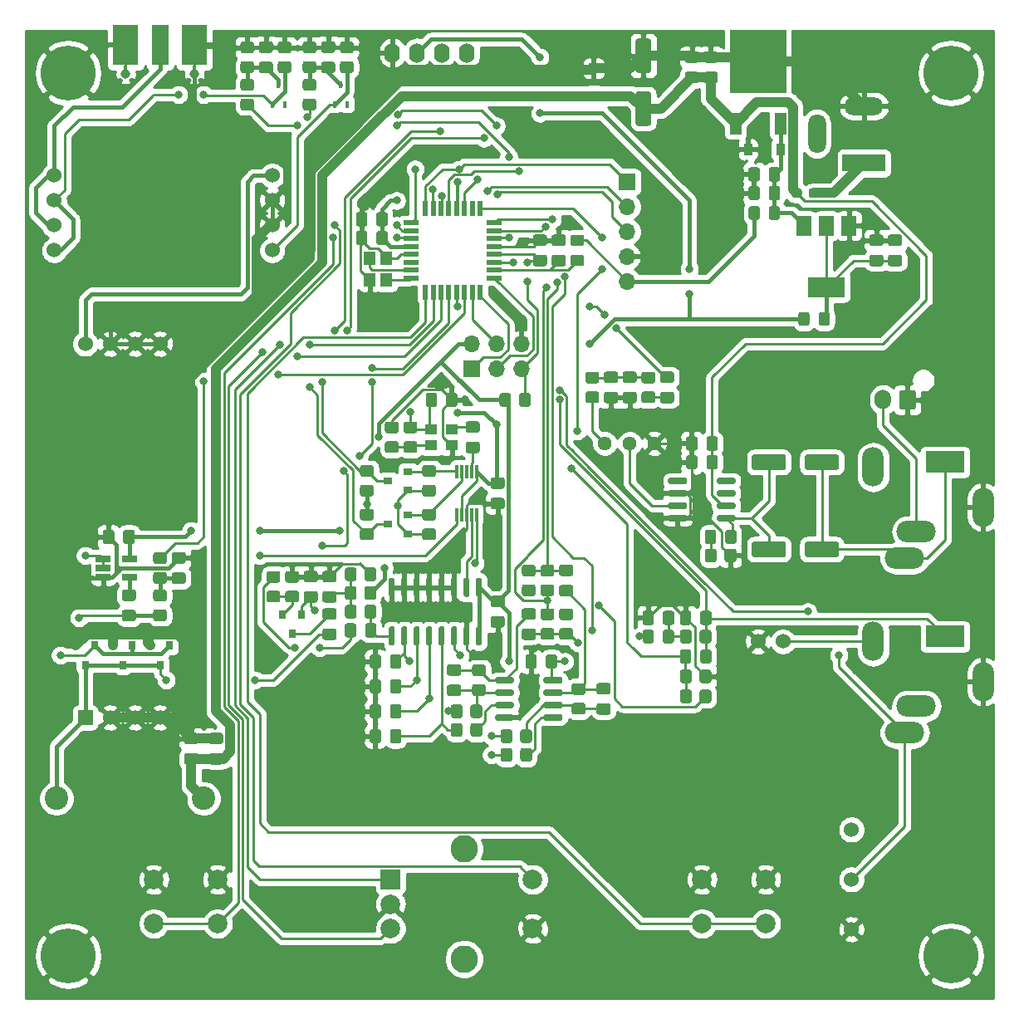
<source format=gbr>
%TF.GenerationSoftware,KiCad,Pcbnew,5.1.10*%
%TF.CreationDate,2021-06-16T16:49:43+02:00*%
%TF.ProjectId,uSDX,75534458-2e6b-4696-9361-645f70636258,rev?*%
%TF.SameCoordinates,Original*%
%TF.FileFunction,Copper,L1,Top*%
%TF.FilePolarity,Positive*%
%FSLAX46Y46*%
G04 Gerber Fmt 4.6, Leading zero omitted, Abs format (unit mm)*
G04 Created by KiCad (PCBNEW 5.1.10) date 2021-06-16 16:49:43*
%MOMM*%
%LPD*%
G01*
G04 APERTURE LIST*
%TA.AperFunction,ComponentPad*%
%ADD10C,1.524000*%
%TD*%
%TA.AperFunction,ComponentPad*%
%ADD11C,2.400000*%
%TD*%
%TA.AperFunction,ComponentPad*%
%ADD12R,1.524000X1.524000*%
%TD*%
%TA.AperFunction,SMDPad,CuDef*%
%ADD13R,0.800000X0.900000*%
%TD*%
%TA.AperFunction,ComponentPad*%
%ADD14C,5.600000*%
%TD*%
%TA.AperFunction,ComponentPad*%
%ADD15O,2.200000X4.000000*%
%TD*%
%TA.AperFunction,ComponentPad*%
%ADD16O,4.000000X2.200000*%
%TD*%
%TA.AperFunction,ComponentPad*%
%ADD17R,4.000000X2.200000*%
%TD*%
%TA.AperFunction,ComponentPad*%
%ADD18C,1.440000*%
%TD*%
%TA.AperFunction,SMDPad,CuDef*%
%ADD19R,1.200000X1.400000*%
%TD*%
%TA.AperFunction,ComponentPad*%
%ADD20O,1.600000X2.000000*%
%TD*%
%TA.AperFunction,SMDPad,CuDef*%
%ADD21R,1.100000X1.100000*%
%TD*%
%TA.AperFunction,SMDPad,CuDef*%
%ADD22R,0.900000X1.200000*%
%TD*%
%TA.AperFunction,SMDPad,CuDef*%
%ADD23R,0.450000X0.700000*%
%TD*%
%TA.AperFunction,ComponentPad*%
%ADD24O,1.800000X4.000000*%
%TD*%
%TA.AperFunction,ComponentPad*%
%ADD25O,4.000000X1.800000*%
%TD*%
%TA.AperFunction,ComponentPad*%
%ADD26R,4.400000X1.800000*%
%TD*%
%TA.AperFunction,ComponentPad*%
%ADD27R,1.700000X1.700000*%
%TD*%
%TA.AperFunction,ComponentPad*%
%ADD28O,1.700000X1.700000*%
%TD*%
%TA.AperFunction,SMDPad,CuDef*%
%ADD29R,0.460000X0.890000*%
%TD*%
%TA.AperFunction,ComponentPad*%
%ADD30C,0.970000*%
%TD*%
%TA.AperFunction,SMDPad,CuDef*%
%ADD31R,2.665000X4.190000*%
%TD*%
%TA.AperFunction,SMDPad,CuDef*%
%ADD32R,1.780000X4.190000*%
%TD*%
%TA.AperFunction,ComponentPad*%
%ADD33O,1.700000X2.000000*%
%TD*%
%TA.AperFunction,SMDPad,CuDef*%
%ADD34R,0.900000X0.800000*%
%TD*%
%TA.AperFunction,ComponentPad*%
%ADD35C,2.000000*%
%TD*%
%TA.AperFunction,ComponentPad*%
%ADD36C,2.800000*%
%TD*%
%TA.AperFunction,ComponentPad*%
%ADD37R,2.000000X2.000000*%
%TD*%
%TA.AperFunction,SMDPad,CuDef*%
%ADD38R,1.200000X2.200000*%
%TD*%
%TA.AperFunction,SMDPad,CuDef*%
%ADD39R,5.800000X6.400000*%
%TD*%
%TA.AperFunction,SMDPad,CuDef*%
%ADD40R,3.800000X2.000000*%
%TD*%
%TA.AperFunction,SMDPad,CuDef*%
%ADD41R,1.500000X2.000000*%
%TD*%
%TA.AperFunction,SMDPad,CuDef*%
%ADD42R,1.600000X0.550000*%
%TD*%
%TA.AperFunction,SMDPad,CuDef*%
%ADD43R,0.550000X1.600000*%
%TD*%
%TA.AperFunction,SMDPad,CuDef*%
%ADD44R,1.560000X0.650000*%
%TD*%
%TA.AperFunction,SMDPad,CuDef*%
%ADD45R,0.300000X1.400000*%
%TD*%
%TA.AperFunction,SMDPad,CuDef*%
%ADD46R,1.300000X1.100000*%
%TD*%
%TA.AperFunction,ViaPad*%
%ADD47C,0.800000*%
%TD*%
%TA.AperFunction,Conductor*%
%ADD48C,0.250000*%
%TD*%
%TA.AperFunction,Conductor*%
%ADD49C,0.400000*%
%TD*%
%TA.AperFunction,Conductor*%
%ADD50C,1.000000*%
%TD*%
%TA.AperFunction,Conductor*%
%ADD51C,0.254000*%
%TD*%
%TA.AperFunction,Conductor*%
%ADD52C,0.100000*%
%TD*%
G04 APERTURE END LIST*
%TO.P,L5,2*%
%TO.N,VCC*%
%TA.AperFunction,SMDPad,CuDef*%
G36*
G01*
X129725000Y42995001D02*
X129725000Y42094999D01*
G75*
G02*
X129475001Y41845000I-249999J0D01*
G01*
X128824999Y41845000D01*
G75*
G02*
X128575000Y42094999I0J249999D01*
G01*
X128575000Y42995001D01*
G75*
G02*
X128824999Y43245000I249999J0D01*
G01*
X129475001Y43245000D01*
G75*
G02*
X129725000Y42995001I0J-249999D01*
G01*
G37*
%TD.AperFunction*%
%TO.P,L5,1*%
%TO.N,Net-(C12-Pad1)*%
%TA.AperFunction,SMDPad,CuDef*%
G36*
G01*
X131775000Y42995001D02*
X131775000Y42094999D01*
G75*
G02*
X131525001Y41845000I-249999J0D01*
G01*
X130874999Y41845000D01*
G75*
G02*
X130625000Y42094999I0J249999D01*
G01*
X130625000Y42995001D01*
G75*
G02*
X130874999Y43245000I249999J0D01*
G01*
X131525001Y43245000D01*
G75*
G02*
X131775000Y42995001I0J-249999D01*
G01*
G37*
%TD.AperFunction*%
%TD*%
%TO.P,C12,2*%
%TO.N,GND*%
%TA.AperFunction,SMDPad,CuDef*%
G36*
G01*
X129725000Y44925000D02*
X129725000Y43975000D01*
G75*
G02*
X129475000Y43725000I-250000J0D01*
G01*
X128800000Y43725000D01*
G75*
G02*
X128550000Y43975000I0J250000D01*
G01*
X128550000Y44925000D01*
G75*
G02*
X128800000Y45175000I250000J0D01*
G01*
X129475000Y45175000D01*
G75*
G02*
X129725000Y44925000I0J-250000D01*
G01*
G37*
%TD.AperFunction*%
%TO.P,C12,1*%
%TO.N,Net-(C12-Pad1)*%
%TA.AperFunction,SMDPad,CuDef*%
G36*
G01*
X131800000Y44925000D02*
X131800000Y43975000D01*
G75*
G02*
X131550000Y43725000I-250000J0D01*
G01*
X130875000Y43725000D01*
G75*
G02*
X130625000Y43975000I0J250000D01*
G01*
X130625000Y44925000D01*
G75*
G02*
X130875000Y45175000I250000J0D01*
G01*
X131550000Y45175000D01*
G75*
G02*
X131800000Y44925000I0J-250000D01*
G01*
G37*
%TD.AperFunction*%
%TD*%
D10*
%TO.P,SW2,3*%
%TO.N,N/C*%
X149860000Y22860000D03*
%TO.P,SW2,2*%
%TO.N,PB5*%
X149860000Y17780000D03*
%TO.P,SW2,1*%
%TO.N,GND*%
X149860000Y12700000D03*
%TD*%
D11*
%TO.P,L4,1*%
%TO.N,+12V*%
X83820000Y26035000D03*
%TO.P,L4,2*%
%TO.N,Net-(C16-Pad2)*%
X68820000Y26035000D03*
%TD*%
D10*
%TO.P,U7,3*%
%TO.N,GND*%
X74295000Y72390000D03*
X76835000Y72390000D03*
X79375000Y72390000D03*
%TO.P,U7,2*%
%TO.N,/RF/RF*%
X71755000Y72390000D03*
%TO.P,U7,3*%
%TO.N,GND*%
X79375000Y34290000D03*
X76835000Y34290000D03*
X74295000Y34290000D03*
D12*
%TO.P,U7,1*%
%TO.N,Net-(C16-Pad2)*%
X71755000Y34290000D03*
%TD*%
D13*
%TO.P,Q6,3*%
%TO.N,Net-(C16-Pad2)*%
X71755000Y39640000D03*
%TO.P,Q6,2*%
%TO.N,GND*%
X70805000Y41640000D03*
%TO.P,Q6,1*%
%TO.N,Net-(C20-Pad1)*%
X72705000Y41640000D03*
%TD*%
%TO.P,Q5,3*%
%TO.N,Net-(C16-Pad2)*%
X79375000Y39640000D03*
%TO.P,Q5,2*%
%TO.N,GND*%
X78425000Y41640000D03*
%TO.P,Q5,1*%
%TO.N,Net-(C20-Pad1)*%
X80325000Y41640000D03*
%TD*%
D14*
%TO.P,REF\u002A\u002A,*%
%TO.N,GND*%
X70000000Y100000000D03*
%TD*%
%TO.P,REF\u002A\u002A,*%
%TO.N,GND*%
X70000000Y10000000D03*
%TD*%
%TO.P,REF\u002A\u002A,*%
%TO.N,GND*%
X160000000Y10000000D03*
%TD*%
%TO.P,REF\u002A\u002A,*%
%TO.N,GND*%
X160000000Y100000000D03*
%TD*%
D15*
%TO.P,J6,S*%
%TO.N,GND*%
X163285000Y55725000D03*
D16*
%TO.P,J6,R*%
%TO.N,Net-(C34-Pad2)*%
X155285000Y50525000D03*
%TO.P,J6,RN*%
%TO.N,Net-(J6-PadRN)*%
X156485000Y53225000D03*
D15*
%TO.P,J6,TN*%
%TO.N,Net-(J6-PadTN)*%
X152085000Y59825000D03*
D17*
%TO.P,J6,T*%
%TO.N,Net-(C34-Pad2)*%
X159385000Y60325000D03*
%TD*%
D15*
%TO.P,J5,S*%
%TO.N,GND*%
X163285000Y37945000D03*
D16*
%TO.P,J5,R*%
%TO.N,PB5*%
X155285000Y32745000D03*
%TO.P,J5,RN*%
%TO.N,Net-(J5-PadRN)*%
X156485000Y35445000D03*
D15*
%TO.P,J5,TN*%
%TO.N,Net-(J5-PadTN)*%
X152085000Y42045000D03*
D17*
%TO.P,J5,T*%
%TO.N,PB4*%
X159385000Y42545000D03*
%TD*%
D18*
%TO.P,RV1,3*%
%TO.N,Net-(R23-Pad2)*%
X124714000Y62230000D03*
%TO.P,RV1,2*%
%TO.N,Net-(RV1-Pad2)*%
X127254000Y62230000D03*
%TO.P,RV1,1*%
%TO.N,GND*%
X129794000Y62230000D03*
%TD*%
D19*
%TO.P,Y1,4*%
%TO.N,GND*%
X100750000Y78910000D03*
%TO.P,Y1,3*%
%TO.N,Net-(U3-Pad7)*%
X100750000Y81110000D03*
%TO.P,Y1,2*%
%TO.N,GND*%
X102450000Y81110000D03*
%TO.P,Y1,1*%
%TO.N,Net-(U3-Pad8)*%
X102450000Y78910000D03*
%TD*%
D20*
%TO.P,Brd1,4*%
%TO.N,Net-(Brd1-Pad4)*%
X110680000Y102040000D03*
%TO.P,Brd1,3*%
%TO.N,Net-(Brd1-Pad3)*%
X108140000Y102040000D03*
%TO.P,Brd1,1*%
%TO.N,GND*%
X103060000Y102040000D03*
%TO.P,Brd1,2*%
%TO.N,+3V3*%
X105600000Y102040000D03*
%TD*%
%TO.P,C1,1*%
%TO.N,+12V*%
%TA.AperFunction,SMDPad,CuDef*%
G36*
G01*
X129201000Y94610000D02*
X128101000Y94610000D01*
G75*
G02*
X127851000Y94860000I0J250000D01*
G01*
X127851000Y97860000D01*
G75*
G02*
X128101000Y98110000I250000J0D01*
G01*
X129201000Y98110000D01*
G75*
G02*
X129451000Y97860000I0J-250000D01*
G01*
X129451000Y94860000D01*
G75*
G02*
X129201000Y94610000I-250000J0D01*
G01*
G37*
%TD.AperFunction*%
%TO.P,C1,2*%
%TO.N,GND*%
%TA.AperFunction,SMDPad,CuDef*%
G36*
G01*
X129201000Y100010000D02*
X128101000Y100010000D01*
G75*
G02*
X127851000Y100260000I0J250000D01*
G01*
X127851000Y103260000D01*
G75*
G02*
X128101000Y103510000I250000J0D01*
G01*
X129201000Y103510000D01*
G75*
G02*
X129451000Y103260000I0J-250000D01*
G01*
X129451000Y100260000D01*
G75*
G02*
X129201000Y100010000I-250000J0D01*
G01*
G37*
%TD.AperFunction*%
%TD*%
%TO.P,C2,1*%
%TO.N,GND*%
%TA.AperFunction,SMDPad,CuDef*%
G36*
G01*
X133129000Y102209000D02*
X134079000Y102209000D01*
G75*
G02*
X134329000Y101959000I0J-250000D01*
G01*
X134329000Y101284000D01*
G75*
G02*
X134079000Y101034000I-250000J0D01*
G01*
X133129000Y101034000D01*
G75*
G02*
X132879000Y101284000I0J250000D01*
G01*
X132879000Y101959000D01*
G75*
G02*
X133129000Y102209000I250000J0D01*
G01*
G37*
%TD.AperFunction*%
%TO.P,C2,2*%
%TO.N,+12V*%
%TA.AperFunction,SMDPad,CuDef*%
G36*
G01*
X133129000Y100134000D02*
X134079000Y100134000D01*
G75*
G02*
X134329000Y99884000I0J-250000D01*
G01*
X134329000Y99209000D01*
G75*
G02*
X134079000Y98959000I-250000J0D01*
G01*
X133129000Y98959000D01*
G75*
G02*
X132879000Y99209000I0J250000D01*
G01*
X132879000Y99884000D01*
G75*
G02*
X133129000Y100134000I250000J0D01*
G01*
G37*
%TD.AperFunction*%
%TD*%
%TO.P,C3,2*%
%TO.N,+12V*%
%TA.AperFunction,SMDPad,CuDef*%
G36*
G01*
X135034000Y100134000D02*
X135984000Y100134000D01*
G75*
G02*
X136234000Y99884000I0J-250000D01*
G01*
X136234000Y99209000D01*
G75*
G02*
X135984000Y98959000I-250000J0D01*
G01*
X135034000Y98959000D01*
G75*
G02*
X134784000Y99209000I0J250000D01*
G01*
X134784000Y99884000D01*
G75*
G02*
X135034000Y100134000I250000J0D01*
G01*
G37*
%TD.AperFunction*%
%TO.P,C3,1*%
%TO.N,GND*%
%TA.AperFunction,SMDPad,CuDef*%
G36*
G01*
X135034000Y102209000D02*
X135984000Y102209000D01*
G75*
G02*
X136234000Y101959000I0J-250000D01*
G01*
X136234000Y101284000D01*
G75*
G02*
X135984000Y101034000I-250000J0D01*
G01*
X135034000Y101034000D01*
G75*
G02*
X134784000Y101284000I0J250000D01*
G01*
X134784000Y101959000D01*
G75*
G02*
X135034000Y102209000I250000J0D01*
G01*
G37*
%TD.AperFunction*%
%TD*%
%TO.P,C4,2*%
%TO.N,Net-(C4-Pad2)*%
%TA.AperFunction,SMDPad,CuDef*%
G36*
G01*
X141420000Y87282000D02*
X141420000Y88232000D01*
G75*
G02*
X141670000Y88482000I250000J0D01*
G01*
X142345000Y88482000D01*
G75*
G02*
X142595000Y88232000I0J-250000D01*
G01*
X142595000Y87282000D01*
G75*
G02*
X142345000Y87032000I-250000J0D01*
G01*
X141670000Y87032000D01*
G75*
G02*
X141420000Y87282000I0J250000D01*
G01*
G37*
%TD.AperFunction*%
%TO.P,C4,1*%
%TO.N,GND*%
%TA.AperFunction,SMDPad,CuDef*%
G36*
G01*
X139345000Y87282000D02*
X139345000Y88232000D01*
G75*
G02*
X139595000Y88482000I250000J0D01*
G01*
X140270000Y88482000D01*
G75*
G02*
X140520000Y88232000I0J-250000D01*
G01*
X140520000Y87282000D01*
G75*
G02*
X140270000Y87032000I-250000J0D01*
G01*
X139595000Y87032000D01*
G75*
G02*
X139345000Y87282000I0J250000D01*
G01*
G37*
%TD.AperFunction*%
%TD*%
%TO.P,C5,1*%
%TO.N,GND*%
%TA.AperFunction,SMDPad,CuDef*%
G36*
G01*
X139345000Y89187000D02*
X139345000Y90137000D01*
G75*
G02*
X139595000Y90387000I250000J0D01*
G01*
X140270000Y90387000D01*
G75*
G02*
X140520000Y90137000I0J-250000D01*
G01*
X140520000Y89187000D01*
G75*
G02*
X140270000Y88937000I-250000J0D01*
G01*
X139595000Y88937000D01*
G75*
G02*
X139345000Y89187000I0J250000D01*
G01*
G37*
%TD.AperFunction*%
%TO.P,C5,2*%
%TO.N,Net-(C4-Pad2)*%
%TA.AperFunction,SMDPad,CuDef*%
G36*
G01*
X141420000Y89187000D02*
X141420000Y90137000D01*
G75*
G02*
X141670000Y90387000I250000J0D01*
G01*
X142345000Y90387000D01*
G75*
G02*
X142595000Y90137000I0J-250000D01*
G01*
X142595000Y89187000D01*
G75*
G02*
X142345000Y88937000I-250000J0D01*
G01*
X141670000Y88937000D01*
G75*
G02*
X141420000Y89187000I0J250000D01*
G01*
G37*
%TD.AperFunction*%
%TD*%
%TO.P,C6,1*%
%TO.N,GND*%
%TA.AperFunction,SMDPad,CuDef*%
G36*
G01*
X153830000Y83540000D02*
X154780000Y83540000D01*
G75*
G02*
X155030000Y83290000I0J-250000D01*
G01*
X155030000Y82615000D01*
G75*
G02*
X154780000Y82365000I-250000J0D01*
G01*
X153830000Y82365000D01*
G75*
G02*
X153580000Y82615000I0J250000D01*
G01*
X153580000Y83290000D01*
G75*
G02*
X153830000Y83540000I250000J0D01*
G01*
G37*
%TD.AperFunction*%
%TO.P,C6,2*%
%TO.N,Net-(C6-Pad2)*%
%TA.AperFunction,SMDPad,CuDef*%
G36*
G01*
X153830000Y81465000D02*
X154780000Y81465000D01*
G75*
G02*
X155030000Y81215000I0J-250000D01*
G01*
X155030000Y80540000D01*
G75*
G02*
X154780000Y80290000I-250000J0D01*
G01*
X153830000Y80290000D01*
G75*
G02*
X153580000Y80540000I0J250000D01*
G01*
X153580000Y81215000D01*
G75*
G02*
X153830000Y81465000I250000J0D01*
G01*
G37*
%TD.AperFunction*%
%TD*%
%TO.P,C7,1*%
%TO.N,GND*%
%TA.AperFunction,SMDPad,CuDef*%
G36*
G01*
X151925000Y83540000D02*
X152875000Y83540000D01*
G75*
G02*
X153125000Y83290000I0J-250000D01*
G01*
X153125000Y82615000D01*
G75*
G02*
X152875000Y82365000I-250000J0D01*
G01*
X151925000Y82365000D01*
G75*
G02*
X151675000Y82615000I0J250000D01*
G01*
X151675000Y83290000D01*
G75*
G02*
X151925000Y83540000I250000J0D01*
G01*
G37*
%TD.AperFunction*%
%TO.P,C7,2*%
%TO.N,Net-(C6-Pad2)*%
%TA.AperFunction,SMDPad,CuDef*%
G36*
G01*
X151925000Y81465000D02*
X152875000Y81465000D01*
G75*
G02*
X153125000Y81215000I0J-250000D01*
G01*
X153125000Y80540000D01*
G75*
G02*
X152875000Y80290000I-250000J0D01*
G01*
X151925000Y80290000D01*
G75*
G02*
X151675000Y80540000I0J250000D01*
G01*
X151675000Y81215000D01*
G75*
G02*
X151925000Y81465000I250000J0D01*
G01*
G37*
%TD.AperFunction*%
%TD*%
%TO.P,C8,1*%
%TO.N,GND*%
%TA.AperFunction,SMDPad,CuDef*%
G36*
G01*
X99340000Y84615000D02*
X99340000Y85565000D01*
G75*
G02*
X99590000Y85815000I250000J0D01*
G01*
X100265000Y85815000D01*
G75*
G02*
X100515000Y85565000I0J-250000D01*
G01*
X100515000Y84615000D01*
G75*
G02*
X100265000Y84365000I-250000J0D01*
G01*
X99590000Y84365000D01*
G75*
G02*
X99340000Y84615000I0J250000D01*
G01*
G37*
%TD.AperFunction*%
%TO.P,C8,2*%
%TO.N,VCC*%
%TA.AperFunction,SMDPad,CuDef*%
G36*
G01*
X101415000Y84615000D02*
X101415000Y85565000D01*
G75*
G02*
X101665000Y85815000I250000J0D01*
G01*
X102340000Y85815000D01*
G75*
G02*
X102590000Y85565000I0J-250000D01*
G01*
X102590000Y84615000D01*
G75*
G02*
X102340000Y84365000I-250000J0D01*
G01*
X101665000Y84365000D01*
G75*
G02*
X101415000Y84615000I0J250000D01*
G01*
G37*
%TD.AperFunction*%
%TD*%
%TO.P,C9,1*%
%TO.N,GND*%
%TA.AperFunction,SMDPad,CuDef*%
G36*
G01*
X117635000Y83540000D02*
X118585000Y83540000D01*
G75*
G02*
X118835000Y83290000I0J-250000D01*
G01*
X118835000Y82615000D01*
G75*
G02*
X118585000Y82365000I-250000J0D01*
G01*
X117635000Y82365000D01*
G75*
G02*
X117385000Y82615000I0J250000D01*
G01*
X117385000Y83290000D01*
G75*
G02*
X117635000Y83540000I250000J0D01*
G01*
G37*
%TD.AperFunction*%
%TO.P,C9,2*%
%TO.N,AREF*%
%TA.AperFunction,SMDPad,CuDef*%
G36*
G01*
X117635000Y81465000D02*
X118585000Y81465000D01*
G75*
G02*
X118835000Y81215000I0J-250000D01*
G01*
X118835000Y80540000D01*
G75*
G02*
X118585000Y80290000I-250000J0D01*
G01*
X117635000Y80290000D01*
G75*
G02*
X117385000Y80540000I0J250000D01*
G01*
X117385000Y81215000D01*
G75*
G02*
X117635000Y81465000I250000J0D01*
G01*
G37*
%TD.AperFunction*%
%TD*%
%TO.P,C10,2*%
%TO.N,VCC*%
%TA.AperFunction,SMDPad,CuDef*%
G36*
G01*
X101415000Y82710000D02*
X101415000Y83660000D01*
G75*
G02*
X101665000Y83910000I250000J0D01*
G01*
X102340000Y83910000D01*
G75*
G02*
X102590000Y83660000I0J-250000D01*
G01*
X102590000Y82710000D01*
G75*
G02*
X102340000Y82460000I-250000J0D01*
G01*
X101665000Y82460000D01*
G75*
G02*
X101415000Y82710000I0J250000D01*
G01*
G37*
%TD.AperFunction*%
%TO.P,C10,1*%
%TO.N,GND*%
%TA.AperFunction,SMDPad,CuDef*%
G36*
G01*
X99340000Y82710000D02*
X99340000Y83660000D01*
G75*
G02*
X99590000Y83910000I250000J0D01*
G01*
X100265000Y83910000D01*
G75*
G02*
X100515000Y83660000I0J-250000D01*
G01*
X100515000Y82710000D01*
G75*
G02*
X100265000Y82460000I-250000J0D01*
G01*
X99590000Y82460000D01*
G75*
G02*
X99340000Y82710000I0J250000D01*
G01*
G37*
%TD.AperFunction*%
%TD*%
%TO.P,C11,2*%
%TO.N,+5VA*%
%TA.AperFunction,SMDPad,CuDef*%
G36*
G01*
X119540000Y81465000D02*
X120490000Y81465000D01*
G75*
G02*
X120740000Y81215000I0J-250000D01*
G01*
X120740000Y80540000D01*
G75*
G02*
X120490000Y80290000I-250000J0D01*
G01*
X119540000Y80290000D01*
G75*
G02*
X119290000Y80540000I0J250000D01*
G01*
X119290000Y81215000D01*
G75*
G02*
X119540000Y81465000I250000J0D01*
G01*
G37*
%TD.AperFunction*%
%TO.P,C11,1*%
%TO.N,GND*%
%TA.AperFunction,SMDPad,CuDef*%
G36*
G01*
X119540000Y83540000D02*
X120490000Y83540000D01*
G75*
G02*
X120740000Y83290000I0J-250000D01*
G01*
X120740000Y82615000D01*
G75*
G02*
X120490000Y82365000I-250000J0D01*
G01*
X119540000Y82365000D01*
G75*
G02*
X119290000Y82615000I0J250000D01*
G01*
X119290000Y83290000D01*
G75*
G02*
X119540000Y83540000I250000J0D01*
G01*
G37*
%TD.AperFunction*%
%TD*%
%TO.P,C15,1*%
%TO.N,VCC*%
%TA.AperFunction,SMDPad,CuDef*%
G36*
G01*
X119862000Y40480000D02*
X119862000Y39530000D01*
G75*
G02*
X119612000Y39280000I-250000J0D01*
G01*
X118937000Y39280000D01*
G75*
G02*
X118687000Y39530000I0J250000D01*
G01*
X118687000Y40480000D01*
G75*
G02*
X118937000Y40730000I250000J0D01*
G01*
X119612000Y40730000D01*
G75*
G02*
X119862000Y40480000I0J-250000D01*
G01*
G37*
%TD.AperFunction*%
%TO.P,C15,2*%
%TO.N,GND*%
%TA.AperFunction,SMDPad,CuDef*%
G36*
G01*
X117787000Y40480000D02*
X117787000Y39530000D01*
G75*
G02*
X117537000Y39280000I-250000J0D01*
G01*
X116862000Y39280000D01*
G75*
G02*
X116612000Y39530000I0J250000D01*
G01*
X116612000Y40480000D01*
G75*
G02*
X116862000Y40730000I250000J0D01*
G01*
X117537000Y40730000D01*
G75*
G02*
X117787000Y40480000I0J-250000D01*
G01*
G37*
%TD.AperFunction*%
%TD*%
%TO.P,C16,1*%
%TO.N,Net-(C16-Pad1)*%
%TA.AperFunction,SMDPad,CuDef*%
G36*
G01*
X96172000Y45440000D02*
X97122000Y45440000D01*
G75*
G02*
X97372000Y45190000I0J-250000D01*
G01*
X97372000Y44515000D01*
G75*
G02*
X97122000Y44265000I-250000J0D01*
G01*
X96172000Y44265000D01*
G75*
G02*
X95922000Y44515000I0J250000D01*
G01*
X95922000Y45190000D01*
G75*
G02*
X96172000Y45440000I250000J0D01*
G01*
G37*
%TD.AperFunction*%
%TO.P,C16,2*%
%TO.N,Net-(C16-Pad2)*%
%TA.AperFunction,SMDPad,CuDef*%
G36*
G01*
X96172000Y43365000D02*
X97122000Y43365000D01*
G75*
G02*
X97372000Y43115000I0J-250000D01*
G01*
X97372000Y42440000D01*
G75*
G02*
X97122000Y42190000I-250000J0D01*
G01*
X96172000Y42190000D01*
G75*
G02*
X95922000Y42440000I0J250000D01*
G01*
X95922000Y43115000D01*
G75*
G02*
X96172000Y43365000I250000J0D01*
G01*
G37*
%TD.AperFunction*%
%TD*%
%TO.P,C17,2*%
%TO.N,GND*%
%TA.AperFunction,SMDPad,CuDef*%
G36*
G01*
X95217000Y48075000D02*
X94267000Y48075000D01*
G75*
G02*
X94017000Y48325000I0J250000D01*
G01*
X94017000Y49000000D01*
G75*
G02*
X94267000Y49250000I250000J0D01*
G01*
X95217000Y49250000D01*
G75*
G02*
X95467000Y49000000I0J-250000D01*
G01*
X95467000Y48325000D01*
G75*
G02*
X95217000Y48075000I-250000J0D01*
G01*
G37*
%TD.AperFunction*%
%TO.P,C17,1*%
%TO.N,PB0*%
%TA.AperFunction,SMDPad,CuDef*%
G36*
G01*
X95217000Y46000000D02*
X94267000Y46000000D01*
G75*
G02*
X94017000Y46250000I0J250000D01*
G01*
X94017000Y46925000D01*
G75*
G02*
X94267000Y47175000I250000J0D01*
G01*
X95217000Y47175000D01*
G75*
G02*
X95467000Y46925000I0J-250000D01*
G01*
X95467000Y46250000D01*
G75*
G02*
X95217000Y46000000I-250000J0D01*
G01*
G37*
%TD.AperFunction*%
%TD*%
%TO.P,C18,1*%
%TO.N,VCC*%
%TA.AperFunction,SMDPad,CuDef*%
G36*
G01*
X76787500Y53180000D02*
X76787500Y52230000D01*
G75*
G02*
X76537500Y51980000I-250000J0D01*
G01*
X75862500Y51980000D01*
G75*
G02*
X75612500Y52230000I0J250000D01*
G01*
X75612500Y53180000D01*
G75*
G02*
X75862500Y53430000I250000J0D01*
G01*
X76537500Y53430000D01*
G75*
G02*
X76787500Y53180000I0J-250000D01*
G01*
G37*
%TD.AperFunction*%
%TO.P,C18,2*%
%TO.N,GND*%
%TA.AperFunction,SMDPad,CuDef*%
G36*
G01*
X74712500Y53180000D02*
X74712500Y52230000D01*
G75*
G02*
X74462500Y51980000I-250000J0D01*
G01*
X73787500Y51980000D01*
G75*
G02*
X73537500Y52230000I0J250000D01*
G01*
X73537500Y53180000D01*
G75*
G02*
X73787500Y53430000I250000J0D01*
G01*
X74462500Y53430000D01*
G75*
G02*
X74712500Y53180000I0J-250000D01*
G01*
G37*
%TD.AperFunction*%
%TD*%
%TO.P,C19,2*%
%TO.N,Net-(C19-Pad2)*%
%TA.AperFunction,SMDPad,CuDef*%
G36*
G01*
X99372000Y43655000D02*
X99372000Y42705000D01*
G75*
G02*
X99122000Y42455000I-250000J0D01*
G01*
X98447000Y42455000D01*
G75*
G02*
X98197000Y42705000I0J250000D01*
G01*
X98197000Y43655000D01*
G75*
G02*
X98447000Y43905000I250000J0D01*
G01*
X99122000Y43905000D01*
G75*
G02*
X99372000Y43655000I0J-250000D01*
G01*
G37*
%TD.AperFunction*%
%TO.P,C19,1*%
%TO.N,Net-(C19-Pad1)*%
%TA.AperFunction,SMDPad,CuDef*%
G36*
G01*
X101447000Y43655000D02*
X101447000Y42705000D01*
G75*
G02*
X101197000Y42455000I-250000J0D01*
G01*
X100522000Y42455000D01*
G75*
G02*
X100272000Y42705000I0J250000D01*
G01*
X100272000Y43655000D01*
G75*
G02*
X100522000Y43905000I250000J0D01*
G01*
X101197000Y43905000D01*
G75*
G02*
X101447000Y43655000I0J-250000D01*
G01*
G37*
%TD.AperFunction*%
%TD*%
%TO.P,C20,1*%
%TO.N,Net-(C20-Pad1)*%
%TA.AperFunction,SMDPad,CuDef*%
G36*
G01*
X76675000Y44095000D02*
X75725000Y44095000D01*
G75*
G02*
X75475000Y44345000I0J250000D01*
G01*
X75475000Y45020000D01*
G75*
G02*
X75725000Y45270000I250000J0D01*
G01*
X76675000Y45270000D01*
G75*
G02*
X76925000Y45020000I0J-250000D01*
G01*
X76925000Y44345000D01*
G75*
G02*
X76675000Y44095000I-250000J0D01*
G01*
G37*
%TD.AperFunction*%
%TO.P,C20,2*%
%TO.N,Net-(C20-Pad2)*%
%TA.AperFunction,SMDPad,CuDef*%
G36*
G01*
X76675000Y46170000D02*
X75725000Y46170000D01*
G75*
G02*
X75475000Y46420000I0J250000D01*
G01*
X75475000Y47095000D01*
G75*
G02*
X75725000Y47345000I250000J0D01*
G01*
X76675000Y47345000D01*
G75*
G02*
X76925000Y47095000I0J-250000D01*
G01*
X76925000Y46420000D01*
G75*
G02*
X76675000Y46170000I-250000J0D01*
G01*
G37*
%TD.AperFunction*%
%TD*%
%TO.P,C21,1*%
%TO.N,Net-(C21-Pad1)*%
%TA.AperFunction,SMDPad,CuDef*%
G36*
G01*
X97122000Y46000000D02*
X96172000Y46000000D01*
G75*
G02*
X95922000Y46250000I0J250000D01*
G01*
X95922000Y46925000D01*
G75*
G02*
X96172000Y47175000I250000J0D01*
G01*
X97122000Y47175000D01*
G75*
G02*
X97372000Y46925000I0J-250000D01*
G01*
X97372000Y46250000D01*
G75*
G02*
X97122000Y46000000I-250000J0D01*
G01*
G37*
%TD.AperFunction*%
%TO.P,C21,2*%
%TO.N,GND*%
%TA.AperFunction,SMDPad,CuDef*%
G36*
G01*
X97122000Y48075000D02*
X96172000Y48075000D01*
G75*
G02*
X95922000Y48325000I0J250000D01*
G01*
X95922000Y49000000D01*
G75*
G02*
X96172000Y49250000I250000J0D01*
G01*
X97122000Y49250000D01*
G75*
G02*
X97372000Y49000000I0J-250000D01*
G01*
X97372000Y48325000D01*
G75*
G02*
X97122000Y48075000I-250000J0D01*
G01*
G37*
%TD.AperFunction*%
%TD*%
%TO.P,C22,2*%
%TO.N,GND*%
%TA.AperFunction,SMDPad,CuDef*%
G36*
G01*
X85565000Y31565000D02*
X84615000Y31565000D01*
G75*
G02*
X84365000Y31815000I0J250000D01*
G01*
X84365000Y32490000D01*
G75*
G02*
X84615000Y32740000I250000J0D01*
G01*
X85565000Y32740000D01*
G75*
G02*
X85815000Y32490000I0J-250000D01*
G01*
X85815000Y31815000D01*
G75*
G02*
X85565000Y31565000I-250000J0D01*
G01*
G37*
%TD.AperFunction*%
%TO.P,C22,1*%
%TO.N,+12V*%
%TA.AperFunction,SMDPad,CuDef*%
G36*
G01*
X85565000Y29490000D02*
X84615000Y29490000D01*
G75*
G02*
X84365000Y29740000I0J250000D01*
G01*
X84365000Y30415000D01*
G75*
G02*
X84615000Y30665000I250000J0D01*
G01*
X85565000Y30665000D01*
G75*
G02*
X85815000Y30415000I0J-250000D01*
G01*
X85815000Y29740000D01*
G75*
G02*
X85565000Y29490000I-250000J0D01*
G01*
G37*
%TD.AperFunction*%
%TD*%
%TO.P,C23,2*%
%TO.N,GND*%
%TA.AperFunction,SMDPad,CuDef*%
G36*
G01*
X81755000Y49980000D02*
X80805000Y49980000D01*
G75*
G02*
X80555000Y50230000I0J250000D01*
G01*
X80555000Y50905000D01*
G75*
G02*
X80805000Y51155000I250000J0D01*
G01*
X81755000Y51155000D01*
G75*
G02*
X82005000Y50905000I0J-250000D01*
G01*
X82005000Y50230000D01*
G75*
G02*
X81755000Y49980000I-250000J0D01*
G01*
G37*
%TD.AperFunction*%
%TO.P,C23,1*%
%TO.N,Net-(C23-Pad1)*%
%TA.AperFunction,SMDPad,CuDef*%
G36*
G01*
X81755000Y47905000D02*
X80805000Y47905000D01*
G75*
G02*
X80555000Y48155000I0J250000D01*
G01*
X80555000Y48830000D01*
G75*
G02*
X80805000Y49080000I250000J0D01*
G01*
X81755000Y49080000D01*
G75*
G02*
X82005000Y48830000I0J-250000D01*
G01*
X82005000Y48155000D01*
G75*
G02*
X81755000Y47905000I-250000J0D01*
G01*
G37*
%TD.AperFunction*%
%TD*%
%TO.P,C24,1*%
%TO.N,+12V*%
%TA.AperFunction,SMDPad,CuDef*%
G36*
G01*
X83025000Y29490000D02*
X82075000Y29490000D01*
G75*
G02*
X81825000Y29740000I0J250000D01*
G01*
X81825000Y30415000D01*
G75*
G02*
X82075000Y30665000I250000J0D01*
G01*
X83025000Y30665000D01*
G75*
G02*
X83275000Y30415000I0J-250000D01*
G01*
X83275000Y29740000D01*
G75*
G02*
X83025000Y29490000I-250000J0D01*
G01*
G37*
%TD.AperFunction*%
%TO.P,C24,2*%
%TO.N,GND*%
%TA.AperFunction,SMDPad,CuDef*%
G36*
G01*
X83025000Y31565000D02*
X82075000Y31565000D01*
G75*
G02*
X81825000Y31815000I0J250000D01*
G01*
X81825000Y32490000D01*
G75*
G02*
X82075000Y32740000I250000J0D01*
G01*
X83025000Y32740000D01*
G75*
G02*
X83275000Y32490000I0J-250000D01*
G01*
X83275000Y31815000D01*
G75*
G02*
X83025000Y31565000I-250000J0D01*
G01*
G37*
%TD.AperFunction*%
%TD*%
%TO.P,C25,2*%
%TO.N,GND*%
%TA.AperFunction,SMDPad,CuDef*%
G36*
G01*
X113317000Y44635000D02*
X114267000Y44635000D01*
G75*
G02*
X114517000Y44385000I0J-250000D01*
G01*
X114517000Y43710000D01*
G75*
G02*
X114267000Y43460000I-250000J0D01*
G01*
X113317000Y43460000D01*
G75*
G02*
X113067000Y43710000I0J250000D01*
G01*
X113067000Y44385000D01*
G75*
G02*
X113317000Y44635000I250000J0D01*
G01*
G37*
%TD.AperFunction*%
%TO.P,C25,1*%
%TO.N,VCC*%
%TA.AperFunction,SMDPad,CuDef*%
G36*
G01*
X113317000Y46710000D02*
X114267000Y46710000D01*
G75*
G02*
X114517000Y46460000I0J-250000D01*
G01*
X114517000Y45785000D01*
G75*
G02*
X114267000Y45535000I-250000J0D01*
G01*
X113317000Y45535000D01*
G75*
G02*
X113067000Y45785000I0J250000D01*
G01*
X113067000Y46460000D01*
G75*
G02*
X113317000Y46710000I250000J0D01*
G01*
G37*
%TD.AperFunction*%
%TD*%
%TO.P,C26,1*%
%TO.N,Net-(C26-Pad1)*%
%TA.AperFunction,SMDPad,CuDef*%
G36*
G01*
X103987000Y32860000D02*
X103987000Y31910000D01*
G75*
G02*
X103737000Y31660000I-250000J0D01*
G01*
X103062000Y31660000D01*
G75*
G02*
X102812000Y31910000I0J250000D01*
G01*
X102812000Y32860000D01*
G75*
G02*
X103062000Y33110000I250000J0D01*
G01*
X103737000Y33110000D01*
G75*
G02*
X103987000Y32860000I0J-250000D01*
G01*
G37*
%TD.AperFunction*%
%TO.P,C26,2*%
%TO.N,GND*%
%TA.AperFunction,SMDPad,CuDef*%
G36*
G01*
X101912000Y32860000D02*
X101912000Y31910000D01*
G75*
G02*
X101662000Y31660000I-250000J0D01*
G01*
X100987000Y31660000D01*
G75*
G02*
X100737000Y31910000I0J250000D01*
G01*
X100737000Y32860000D01*
G75*
G02*
X100987000Y33110000I250000J0D01*
G01*
X101662000Y33110000D01*
G75*
G02*
X101912000Y32860000I0J-250000D01*
G01*
G37*
%TD.AperFunction*%
%TD*%
%TO.P,C27,2*%
%TO.N,GND*%
%TA.AperFunction,SMDPad,CuDef*%
G36*
G01*
X101912000Y35400000D02*
X101912000Y34450000D01*
G75*
G02*
X101662000Y34200000I-250000J0D01*
G01*
X100987000Y34200000D01*
G75*
G02*
X100737000Y34450000I0J250000D01*
G01*
X100737000Y35400000D01*
G75*
G02*
X100987000Y35650000I250000J0D01*
G01*
X101662000Y35650000D01*
G75*
G02*
X101912000Y35400000I0J-250000D01*
G01*
G37*
%TD.AperFunction*%
%TO.P,C27,1*%
%TO.N,Net-(C27-Pad1)*%
%TA.AperFunction,SMDPad,CuDef*%
G36*
G01*
X103987000Y35400000D02*
X103987000Y34450000D01*
G75*
G02*
X103737000Y34200000I-250000J0D01*
G01*
X103062000Y34200000D01*
G75*
G02*
X102812000Y34450000I0J250000D01*
G01*
X102812000Y35400000D01*
G75*
G02*
X103062000Y35650000I250000J0D01*
G01*
X103737000Y35650000D01*
G75*
G02*
X103987000Y35400000I0J-250000D01*
G01*
G37*
%TD.AperFunction*%
%TD*%
%TO.P,C28,1*%
%TO.N,Net-(C28-Pad1)*%
%TA.AperFunction,SMDPad,CuDef*%
G36*
G01*
X103987000Y37940000D02*
X103987000Y36990000D01*
G75*
G02*
X103737000Y36740000I-250000J0D01*
G01*
X103062000Y36740000D01*
G75*
G02*
X102812000Y36990000I0J250000D01*
G01*
X102812000Y37940000D01*
G75*
G02*
X103062000Y38190000I250000J0D01*
G01*
X103737000Y38190000D01*
G75*
G02*
X103987000Y37940000I0J-250000D01*
G01*
G37*
%TD.AperFunction*%
%TO.P,C28,2*%
%TO.N,GND*%
%TA.AperFunction,SMDPad,CuDef*%
G36*
G01*
X101912000Y37940000D02*
X101912000Y36990000D01*
G75*
G02*
X101662000Y36740000I-250000J0D01*
G01*
X100987000Y36740000D01*
G75*
G02*
X100737000Y36990000I0J250000D01*
G01*
X100737000Y37940000D01*
G75*
G02*
X100987000Y38190000I250000J0D01*
G01*
X101662000Y38190000D01*
G75*
G02*
X101912000Y37940000I0J-250000D01*
G01*
G37*
%TD.AperFunction*%
%TD*%
%TO.P,C29,2*%
%TO.N,GND*%
%TA.AperFunction,SMDPad,CuDef*%
G36*
G01*
X101912000Y40480000D02*
X101912000Y39530000D01*
G75*
G02*
X101662000Y39280000I-250000J0D01*
G01*
X100987000Y39280000D01*
G75*
G02*
X100737000Y39530000I0J250000D01*
G01*
X100737000Y40480000D01*
G75*
G02*
X100987000Y40730000I250000J0D01*
G01*
X101662000Y40730000D01*
G75*
G02*
X101912000Y40480000I0J-250000D01*
G01*
G37*
%TD.AperFunction*%
%TO.P,C29,1*%
%TO.N,Net-(C29-Pad1)*%
%TA.AperFunction,SMDPad,CuDef*%
G36*
G01*
X103987000Y40480000D02*
X103987000Y39530000D01*
G75*
G02*
X103737000Y39280000I-250000J0D01*
G01*
X103062000Y39280000D01*
G75*
G02*
X102812000Y39530000I0J250000D01*
G01*
X102812000Y40480000D01*
G75*
G02*
X103062000Y40730000I250000J0D01*
G01*
X103737000Y40730000D01*
G75*
G02*
X103987000Y40480000I0J-250000D01*
G01*
G37*
%TD.AperFunction*%
%TD*%
%TO.P,C30,1*%
%TO.N,Net-(C30-Pad1)*%
%TA.AperFunction,SMDPad,CuDef*%
G36*
G01*
X124112000Y37820000D02*
X125062000Y37820000D01*
G75*
G02*
X125312000Y37570000I0J-250000D01*
G01*
X125312000Y36895000D01*
G75*
G02*
X125062000Y36645000I-250000J0D01*
G01*
X124112000Y36645000D01*
G75*
G02*
X123862000Y36895000I0J250000D01*
G01*
X123862000Y37570000D01*
G75*
G02*
X124112000Y37820000I250000J0D01*
G01*
G37*
%TD.AperFunction*%
%TO.P,C30,2*%
%TO.N,Net-(C30-Pad2)*%
%TA.AperFunction,SMDPad,CuDef*%
G36*
G01*
X124112000Y35745000D02*
X125062000Y35745000D01*
G75*
G02*
X125312000Y35495000I0J-250000D01*
G01*
X125312000Y34820000D01*
G75*
G02*
X125062000Y34570000I-250000J0D01*
G01*
X124112000Y34570000D01*
G75*
G02*
X123862000Y34820000I0J250000D01*
G01*
X123862000Y35495000D01*
G75*
G02*
X124112000Y35745000I250000J0D01*
G01*
G37*
%TD.AperFunction*%
%TD*%
%TO.P,C31,2*%
%TO.N,Net-(C31-Pad2)*%
%TA.AperFunction,SMDPad,CuDef*%
G36*
G01*
X108872000Y37650000D02*
X109822000Y37650000D01*
G75*
G02*
X110072000Y37400000I0J-250000D01*
G01*
X110072000Y36725000D01*
G75*
G02*
X109822000Y36475000I-250000J0D01*
G01*
X108872000Y36475000D01*
G75*
G02*
X108622000Y36725000I0J250000D01*
G01*
X108622000Y37400000D01*
G75*
G02*
X108872000Y37650000I250000J0D01*
G01*
G37*
%TD.AperFunction*%
%TO.P,C31,1*%
%TO.N,Net-(C31-Pad1)*%
%TA.AperFunction,SMDPad,CuDef*%
G36*
G01*
X108872000Y39725000D02*
X109822000Y39725000D01*
G75*
G02*
X110072000Y39475000I0J-250000D01*
G01*
X110072000Y38800000D01*
G75*
G02*
X109822000Y38550000I-250000J0D01*
G01*
X108872000Y38550000D01*
G75*
G02*
X108622000Y38800000I0J250000D01*
G01*
X108622000Y39475000D01*
G75*
G02*
X108872000Y39725000I250000J0D01*
G01*
G37*
%TD.AperFunction*%
%TD*%
%TO.P,C32,2*%
%TO.N,Net-(C30-Pad1)*%
%TA.AperFunction,SMDPad,CuDef*%
G36*
G01*
X120302000Y47810000D02*
X121252000Y47810000D01*
G75*
G02*
X121502000Y47560000I0J-250000D01*
G01*
X121502000Y46885000D01*
G75*
G02*
X121252000Y46635000I-250000J0D01*
G01*
X120302000Y46635000D01*
G75*
G02*
X120052000Y46885000I0J250000D01*
G01*
X120052000Y47560000D01*
G75*
G02*
X120302000Y47810000I250000J0D01*
G01*
G37*
%TD.AperFunction*%
%TO.P,C32,1*%
%TO.N,ADC0*%
%TA.AperFunction,SMDPad,CuDef*%
G36*
G01*
X120302000Y49885000D02*
X121252000Y49885000D01*
G75*
G02*
X121502000Y49635000I0J-250000D01*
G01*
X121502000Y48960000D01*
G75*
G02*
X121252000Y48710000I-250000J0D01*
G01*
X120302000Y48710000D01*
G75*
G02*
X120052000Y48960000I0J250000D01*
G01*
X120052000Y49635000D01*
G75*
G02*
X120302000Y49885000I250000J0D01*
G01*
G37*
%TD.AperFunction*%
%TD*%
%TO.P,C33,1*%
%TO.N,ADC1*%
%TA.AperFunction,SMDPad,CuDef*%
G36*
G01*
X117442000Y42190000D02*
X116492000Y42190000D01*
G75*
G02*
X116242000Y42440000I0J250000D01*
G01*
X116242000Y43115000D01*
G75*
G02*
X116492000Y43365000I250000J0D01*
G01*
X117442000Y43365000D01*
G75*
G02*
X117692000Y43115000I0J-250000D01*
G01*
X117692000Y42440000D01*
G75*
G02*
X117442000Y42190000I-250000J0D01*
G01*
G37*
%TD.AperFunction*%
%TO.P,C33,2*%
%TO.N,Net-(C31-Pad1)*%
%TA.AperFunction,SMDPad,CuDef*%
G36*
G01*
X117442000Y44265000D02*
X116492000Y44265000D01*
G75*
G02*
X116242000Y44515000I0J250000D01*
G01*
X116242000Y45190000D01*
G75*
G02*
X116492000Y45440000I250000J0D01*
G01*
X117442000Y45440000D01*
G75*
G02*
X117692000Y45190000I0J-250000D01*
G01*
X117692000Y44515000D01*
G75*
G02*
X117442000Y44265000I-250000J0D01*
G01*
G37*
%TD.AperFunction*%
%TD*%
%TO.P,C34,1*%
%TO.N,Net-(C34-Pad1)*%
%TA.AperFunction,SMDPad,CuDef*%
G36*
G01*
X139695000Y59775000D02*
X139695000Y60875000D01*
G75*
G02*
X139945000Y61125000I250000J0D01*
G01*
X142945000Y61125000D01*
G75*
G02*
X143195000Y60875000I0J-250000D01*
G01*
X143195000Y59775000D01*
G75*
G02*
X142945000Y59525000I-250000J0D01*
G01*
X139945000Y59525000D01*
G75*
G02*
X139695000Y59775000I0J250000D01*
G01*
G37*
%TD.AperFunction*%
%TO.P,C34,2*%
%TO.N,Net-(C34-Pad2)*%
%TA.AperFunction,SMDPad,CuDef*%
G36*
G01*
X145095000Y59775000D02*
X145095000Y60875000D01*
G75*
G02*
X145345000Y61125000I250000J0D01*
G01*
X148345000Y61125000D01*
G75*
G02*
X148595000Y60875000I0J-250000D01*
G01*
X148595000Y59775000D01*
G75*
G02*
X148345000Y59525000I-250000J0D01*
G01*
X145345000Y59525000D01*
G75*
G02*
X145095000Y59775000I0J250000D01*
G01*
G37*
%TD.AperFunction*%
%TD*%
%TO.P,C35,1*%
%TO.N,Net-(C35-Pad1)*%
%TA.AperFunction,SMDPad,CuDef*%
G36*
G01*
X134900000Y52230000D02*
X134900000Y53180000D01*
G75*
G02*
X135150000Y53430000I250000J0D01*
G01*
X135825000Y53430000D01*
G75*
G02*
X136075000Y53180000I0J-250000D01*
G01*
X136075000Y52230000D01*
G75*
G02*
X135825000Y51980000I-250000J0D01*
G01*
X135150000Y51980000D01*
G75*
G02*
X134900000Y52230000I0J250000D01*
G01*
G37*
%TD.AperFunction*%
%TO.P,C35,2*%
%TO.N,Net-(C34-Pad1)*%
%TA.AperFunction,SMDPad,CuDef*%
G36*
G01*
X136975000Y52230000D02*
X136975000Y53180000D01*
G75*
G02*
X137225000Y53430000I250000J0D01*
G01*
X137900000Y53430000D01*
G75*
G02*
X138150000Y53180000I0J-250000D01*
G01*
X138150000Y52230000D01*
G75*
G02*
X137900000Y51980000I-250000J0D01*
G01*
X137225000Y51980000D01*
G75*
G02*
X136975000Y52230000I0J250000D01*
G01*
G37*
%TD.AperFunction*%
%TD*%
%TO.P,C36,2*%
%TO.N,PB4*%
%TA.AperFunction,SMDPad,CuDef*%
G36*
G01*
X134435000Y43975000D02*
X134435000Y44925000D01*
G75*
G02*
X134685000Y45175000I250000J0D01*
G01*
X135360000Y45175000D01*
G75*
G02*
X135610000Y44925000I0J-250000D01*
G01*
X135610000Y43975000D01*
G75*
G02*
X135360000Y43725000I-250000J0D01*
G01*
X134685000Y43725000D01*
G75*
G02*
X134435000Y43975000I0J250000D01*
G01*
G37*
%TD.AperFunction*%
%TO.P,C36,1*%
%TO.N,GND*%
%TA.AperFunction,SMDPad,CuDef*%
G36*
G01*
X132360000Y43975000D02*
X132360000Y44925000D01*
G75*
G02*
X132610000Y45175000I250000J0D01*
G01*
X133285000Y45175000D01*
G75*
G02*
X133535000Y44925000I0J-250000D01*
G01*
X133535000Y43975000D01*
G75*
G02*
X133285000Y43725000I-250000J0D01*
G01*
X132610000Y43725000D01*
G75*
G02*
X132360000Y43975000I0J250000D01*
G01*
G37*
%TD.AperFunction*%
%TD*%
%TO.P,C37,1*%
%TO.N,PB4*%
%TA.AperFunction,SMDPad,CuDef*%
G36*
G01*
X135610000Y40988000D02*
X135610000Y40038000D01*
G75*
G02*
X135360000Y39788000I-250000J0D01*
G01*
X134685000Y39788000D01*
G75*
G02*
X134435000Y40038000I0J250000D01*
G01*
X134435000Y40988000D01*
G75*
G02*
X134685000Y41238000I250000J0D01*
G01*
X135360000Y41238000D01*
G75*
G02*
X135610000Y40988000I0J-250000D01*
G01*
G37*
%TD.AperFunction*%
%TO.P,C37,2*%
%TO.N,ADC2*%
%TA.AperFunction,SMDPad,CuDef*%
G36*
G01*
X133535000Y40988000D02*
X133535000Y40038000D01*
G75*
G02*
X133285000Y39788000I-250000J0D01*
G01*
X132610000Y39788000D01*
G75*
G02*
X132360000Y40038000I0J250000D01*
G01*
X132360000Y40988000D01*
G75*
G02*
X132610000Y41238000I250000J0D01*
G01*
X133285000Y41238000D01*
G75*
G02*
X133535000Y40988000I0J-250000D01*
G01*
G37*
%TD.AperFunction*%
%TD*%
%TO.P,C38,1*%
%TO.N,+12V*%
%TA.AperFunction,SMDPad,CuDef*%
G36*
G01*
X136245000Y62705000D02*
X136245000Y61755000D01*
G75*
G02*
X135995000Y61505000I-250000J0D01*
G01*
X135320000Y61505000D01*
G75*
G02*
X135070000Y61755000I0J250000D01*
G01*
X135070000Y62705000D01*
G75*
G02*
X135320000Y62955000I250000J0D01*
G01*
X135995000Y62955000D01*
G75*
G02*
X136245000Y62705000I0J-250000D01*
G01*
G37*
%TD.AperFunction*%
%TO.P,C38,2*%
%TO.N,GND*%
%TA.AperFunction,SMDPad,CuDef*%
G36*
G01*
X134170000Y62705000D02*
X134170000Y61755000D01*
G75*
G02*
X133920000Y61505000I-250000J0D01*
G01*
X133245000Y61505000D01*
G75*
G02*
X132995000Y61755000I0J250000D01*
G01*
X132995000Y62705000D01*
G75*
G02*
X133245000Y62955000I250000J0D01*
G01*
X133920000Y62955000D01*
G75*
G02*
X134170000Y62705000I0J-250000D01*
G01*
G37*
%TD.AperFunction*%
%TD*%
%TO.P,C39,2*%
%TO.N,GND*%
%TA.AperFunction,SMDPad,CuDef*%
G36*
G01*
X134170000Y60800000D02*
X134170000Y59850000D01*
G75*
G02*
X133920000Y59600000I-250000J0D01*
G01*
X133245000Y59600000D01*
G75*
G02*
X132995000Y59850000I0J250000D01*
G01*
X132995000Y60800000D01*
G75*
G02*
X133245000Y61050000I250000J0D01*
G01*
X133920000Y61050000D01*
G75*
G02*
X134170000Y60800000I0J-250000D01*
G01*
G37*
%TD.AperFunction*%
%TO.P,C39,1*%
%TO.N,+12V*%
%TA.AperFunction,SMDPad,CuDef*%
G36*
G01*
X136245000Y60800000D02*
X136245000Y59850000D01*
G75*
G02*
X135995000Y59600000I-250000J0D01*
G01*
X135320000Y59600000D01*
G75*
G02*
X135070000Y59850000I0J250000D01*
G01*
X135070000Y60800000D01*
G75*
G02*
X135320000Y61050000I250000J0D01*
G01*
X135995000Y61050000D01*
G75*
G02*
X136245000Y60800000I0J-250000D01*
G01*
G37*
%TD.AperFunction*%
%TD*%
%TO.P,C40,2*%
%TO.N,GND*%
%TA.AperFunction,SMDPad,CuDef*%
G36*
G01*
X124874000Y67495000D02*
X125824000Y67495000D01*
G75*
G02*
X126074000Y67245000I0J-250000D01*
G01*
X126074000Y66570000D01*
G75*
G02*
X125824000Y66320000I-250000J0D01*
G01*
X124874000Y66320000D01*
G75*
G02*
X124624000Y66570000I0J250000D01*
G01*
X124624000Y67245000D01*
G75*
G02*
X124874000Y67495000I250000J0D01*
G01*
G37*
%TD.AperFunction*%
%TO.P,C40,1*%
%TO.N,Net-(C40-Pad1)*%
%TA.AperFunction,SMDPad,CuDef*%
G36*
G01*
X124874000Y69570000D02*
X125824000Y69570000D01*
G75*
G02*
X126074000Y69320000I0J-250000D01*
G01*
X126074000Y68645000D01*
G75*
G02*
X125824000Y68395000I-250000J0D01*
G01*
X124874000Y68395000D01*
G75*
G02*
X124624000Y68645000I0J250000D01*
G01*
X124624000Y69320000D01*
G75*
G02*
X124874000Y69570000I250000J0D01*
G01*
G37*
%TD.AperFunction*%
%TD*%
%TO.P,C41,2*%
%TO.N,GND*%
%TA.AperFunction,SMDPad,CuDef*%
G36*
G01*
X126779000Y67495000D02*
X127729000Y67495000D01*
G75*
G02*
X127979000Y67245000I0J-250000D01*
G01*
X127979000Y66570000D01*
G75*
G02*
X127729000Y66320000I-250000J0D01*
G01*
X126779000Y66320000D01*
G75*
G02*
X126529000Y66570000I0J250000D01*
G01*
X126529000Y67245000D01*
G75*
G02*
X126779000Y67495000I250000J0D01*
G01*
G37*
%TD.AperFunction*%
%TO.P,C41,1*%
%TO.N,Net-(C40-Pad1)*%
%TA.AperFunction,SMDPad,CuDef*%
G36*
G01*
X126779000Y69570000D02*
X127729000Y69570000D01*
G75*
G02*
X127979000Y69320000I0J-250000D01*
G01*
X127979000Y68645000D01*
G75*
G02*
X127729000Y68395000I-250000J0D01*
G01*
X126779000Y68395000D01*
G75*
G02*
X126529000Y68645000I0J250000D01*
G01*
X126529000Y69320000D01*
G75*
G02*
X126779000Y69570000I250000J0D01*
G01*
G37*
%TD.AperFunction*%
%TD*%
%TO.P,C42,2*%
%TO.N,Net-(C42-Pad2)*%
%TA.AperFunction,SMDPad,CuDef*%
G36*
G01*
X130589000Y67495000D02*
X131539000Y67495000D01*
G75*
G02*
X131789000Y67245000I0J-250000D01*
G01*
X131789000Y66570000D01*
G75*
G02*
X131539000Y66320000I-250000J0D01*
G01*
X130589000Y66320000D01*
G75*
G02*
X130339000Y66570000I0J250000D01*
G01*
X130339000Y67245000D01*
G75*
G02*
X130589000Y67495000I250000J0D01*
G01*
G37*
%TD.AperFunction*%
%TO.P,C42,1*%
%TO.N,PB1*%
%TA.AperFunction,SMDPad,CuDef*%
G36*
G01*
X130589000Y69570000D02*
X131539000Y69570000D01*
G75*
G02*
X131789000Y69320000I0J-250000D01*
G01*
X131789000Y68645000D01*
G75*
G02*
X131539000Y68395000I-250000J0D01*
G01*
X130589000Y68395000D01*
G75*
G02*
X130339000Y68645000I0J250000D01*
G01*
X130339000Y69320000D01*
G75*
G02*
X130589000Y69570000I250000J0D01*
G01*
G37*
%TD.AperFunction*%
%TD*%
%TO.P,C43,2*%
%TO.N,+3V3*%
%TA.AperFunction,SMDPad,CuDef*%
G36*
G01*
X107627000Y67150000D02*
X107627000Y66200000D01*
G75*
G02*
X107377000Y65950000I-250000J0D01*
G01*
X106702000Y65950000D01*
G75*
G02*
X106452000Y66200000I0J250000D01*
G01*
X106452000Y67150000D01*
G75*
G02*
X106702000Y67400000I250000J0D01*
G01*
X107377000Y67400000D01*
G75*
G02*
X107627000Y67150000I0J-250000D01*
G01*
G37*
%TD.AperFunction*%
%TO.P,C43,1*%
%TO.N,GND*%
%TA.AperFunction,SMDPad,CuDef*%
G36*
G01*
X109702000Y67150000D02*
X109702000Y66200000D01*
G75*
G02*
X109452000Y65950000I-250000J0D01*
G01*
X108777000Y65950000D01*
G75*
G02*
X108527000Y66200000I0J250000D01*
G01*
X108527000Y67150000D01*
G75*
G02*
X108777000Y67400000I250000J0D01*
G01*
X109452000Y67400000D01*
G75*
G02*
X109702000Y67150000I0J-250000D01*
G01*
G37*
%TD.AperFunction*%
%TD*%
%TO.P,C44,1*%
%TO.N,Net-(C44-Pad1)*%
%TA.AperFunction,SMDPad,CuDef*%
G36*
G01*
X110777000Y64490000D02*
X111727000Y64490000D01*
G75*
G02*
X111977000Y64240000I0J-250000D01*
G01*
X111977000Y63565000D01*
G75*
G02*
X111727000Y63315000I-250000J0D01*
G01*
X110777000Y63315000D01*
G75*
G02*
X110527000Y63565000I0J250000D01*
G01*
X110527000Y64240000D01*
G75*
G02*
X110777000Y64490000I250000J0D01*
G01*
G37*
%TD.AperFunction*%
%TO.P,C44,2*%
%TO.N,Net-(C44-Pad2)*%
%TA.AperFunction,SMDPad,CuDef*%
G36*
G01*
X110777000Y62415000D02*
X111727000Y62415000D01*
G75*
G02*
X111977000Y62165000I0J-250000D01*
G01*
X111977000Y61490000D01*
G75*
G02*
X111727000Y61240000I-250000J0D01*
G01*
X110777000Y61240000D01*
G75*
G02*
X110527000Y61490000I0J250000D01*
G01*
X110527000Y62165000D01*
G75*
G02*
X110777000Y62415000I250000J0D01*
G01*
G37*
%TD.AperFunction*%
%TD*%
%TO.P,C45,1*%
%TO.N,GND*%
%TA.AperFunction,SMDPad,CuDef*%
G36*
G01*
X114267000Y55525000D02*
X113317000Y55525000D01*
G75*
G02*
X113067000Y55775000I0J250000D01*
G01*
X113067000Y56450000D01*
G75*
G02*
X113317000Y56700000I250000J0D01*
G01*
X114267000Y56700000D01*
G75*
G02*
X114517000Y56450000I0J-250000D01*
G01*
X114517000Y55775000D01*
G75*
G02*
X114267000Y55525000I-250000J0D01*
G01*
G37*
%TD.AperFunction*%
%TO.P,C45,2*%
%TO.N,+3V3*%
%TA.AperFunction,SMDPad,CuDef*%
G36*
G01*
X114267000Y57600000D02*
X113317000Y57600000D01*
G75*
G02*
X113067000Y57850000I0J250000D01*
G01*
X113067000Y58525000D01*
G75*
G02*
X113317000Y58775000I250000J0D01*
G01*
X114267000Y58775000D01*
G75*
G02*
X114517000Y58525000I0J-250000D01*
G01*
X114517000Y57850000D01*
G75*
G02*
X114267000Y57600000I-250000J0D01*
G01*
G37*
%TD.AperFunction*%
%TD*%
%TO.P,C46,2*%
%TO.N,GND*%
%TA.AperFunction,SMDPad,CuDef*%
G36*
G01*
X90645000Y102050000D02*
X89695000Y102050000D01*
G75*
G02*
X89445000Y102300000I0J250000D01*
G01*
X89445000Y102975000D01*
G75*
G02*
X89695000Y103225000I250000J0D01*
G01*
X90645000Y103225000D01*
G75*
G02*
X90895000Y102975000I0J-250000D01*
G01*
X90895000Y102300000D01*
G75*
G02*
X90645000Y102050000I-250000J0D01*
G01*
G37*
%TD.AperFunction*%
%TO.P,C46,1*%
%TO.N,Net-(C46-Pad1)*%
%TA.AperFunction,SMDPad,CuDef*%
G36*
G01*
X90645000Y99975000D02*
X89695000Y99975000D01*
G75*
G02*
X89445000Y100225000I0J250000D01*
G01*
X89445000Y100900000D01*
G75*
G02*
X89695000Y101150000I250000J0D01*
G01*
X90645000Y101150000D01*
G75*
G02*
X90895000Y100900000I0J-250000D01*
G01*
X90895000Y100225000D01*
G75*
G02*
X90645000Y99975000I-250000J0D01*
G01*
G37*
%TD.AperFunction*%
%TD*%
%TO.P,C47,1*%
%TO.N,Net-(C47-Pad1)*%
%TA.AperFunction,SMDPad,CuDef*%
G36*
G01*
X96995000Y99975000D02*
X96045000Y99975000D01*
G75*
G02*
X95795000Y100225000I0J250000D01*
G01*
X95795000Y100900000D01*
G75*
G02*
X96045000Y101150000I250000J0D01*
G01*
X96995000Y101150000D01*
G75*
G02*
X97245000Y100900000I0J-250000D01*
G01*
X97245000Y100225000D01*
G75*
G02*
X96995000Y99975000I-250000J0D01*
G01*
G37*
%TD.AperFunction*%
%TO.P,C47,2*%
%TO.N,GND*%
%TA.AperFunction,SMDPad,CuDef*%
G36*
G01*
X96995000Y102050000D02*
X96045000Y102050000D01*
G75*
G02*
X95795000Y102300000I0J250000D01*
G01*
X95795000Y102975000D01*
G75*
G02*
X96045000Y103225000I250000J0D01*
G01*
X96995000Y103225000D01*
G75*
G02*
X97245000Y102975000I0J-250000D01*
G01*
X97245000Y102300000D01*
G75*
G02*
X96995000Y102050000I-250000J0D01*
G01*
G37*
%TD.AperFunction*%
%TD*%
%TO.P,C48,2*%
%TO.N,Net-(C34-Pad2)*%
%TA.AperFunction,SMDPad,CuDef*%
G36*
G01*
X145095000Y50885000D02*
X145095000Y51985000D01*
G75*
G02*
X145345000Y52235000I250000J0D01*
G01*
X148345000Y52235000D01*
G75*
G02*
X148595000Y51985000I0J-250000D01*
G01*
X148595000Y50885000D01*
G75*
G02*
X148345000Y50635000I-250000J0D01*
G01*
X145345000Y50635000D01*
G75*
G02*
X145095000Y50885000I0J250000D01*
G01*
G37*
%TD.AperFunction*%
%TO.P,C48,1*%
%TO.N,Net-(C34-Pad1)*%
%TA.AperFunction,SMDPad,CuDef*%
G36*
G01*
X139695000Y50885000D02*
X139695000Y51985000D01*
G75*
G02*
X139945000Y52235000I250000J0D01*
G01*
X142945000Y52235000D01*
G75*
G02*
X143195000Y51985000I0J-250000D01*
G01*
X143195000Y50885000D01*
G75*
G02*
X142945000Y50635000I-250000J0D01*
G01*
X139945000Y50635000D01*
G75*
G02*
X139695000Y50885000I0J250000D01*
G01*
G37*
%TD.AperFunction*%
%TD*%
D21*
%TO.P,D1,1*%
%TO.N,+12V*%
X123571000Y97660000D03*
%TO.P,D1,2*%
%TO.N,GND*%
X123571000Y100460000D03*
%TD*%
D22*
%TO.P,D2,1*%
%TO.N,Net-(C4-Pad2)*%
X142620000Y92202000D03*
%TO.P,D2,2*%
%TO.N,GND*%
X139320000Y92202000D03*
%TD*%
D23*
%TO.P,D3,3*%
%TO.N,Net-(C46-Pad1)*%
X91440000Y98790000D03*
%TO.P,D3,2*%
%TO.N,Net-(D3-Pad2)*%
X92090000Y96790000D03*
%TO.P,D3,1*%
%TO.N,Net-(D3-Pad1)*%
X90790000Y96790000D03*
%TD*%
%TO.P,D4,1*%
%TO.N,Net-(D4-Pad1)*%
X97140000Y96790000D03*
%TO.P,D4,2*%
%TO.N,Net-(D4-Pad2)*%
X98440000Y96790000D03*
%TO.P,D4,3*%
%TO.N,Net-(C47-Pad1)*%
X97790000Y98790000D03*
%TD*%
%TO.P,F1,1*%
%TO.N,+12V*%
%TA.AperFunction,SMDPad,CuDef*%
G36*
G01*
X143761000Y87519500D02*
X143761000Y87994500D01*
G75*
G02*
X143998500Y88232000I237500J0D01*
G01*
X144573500Y88232000D01*
G75*
G02*
X144811000Y87994500I0J-237500D01*
G01*
X144811000Y87519500D01*
G75*
G02*
X144573500Y87282000I-237500J0D01*
G01*
X143998500Y87282000D01*
G75*
G02*
X143761000Y87519500I0J237500D01*
G01*
G37*
%TD.AperFunction*%
%TO.P,F1,2*%
%TO.N,Net-(F1-Pad2)*%
%TA.AperFunction,SMDPad,CuDef*%
G36*
G01*
X145511000Y87519500D02*
X145511000Y87994500D01*
G75*
G02*
X145748500Y88232000I237500J0D01*
G01*
X146323500Y88232000D01*
G75*
G02*
X146561000Y87994500I0J-237500D01*
G01*
X146561000Y87519500D01*
G75*
G02*
X146323500Y87282000I-237500J0D01*
G01*
X145748500Y87282000D01*
G75*
G02*
X145511000Y87519500I0J237500D01*
G01*
G37*
%TD.AperFunction*%
%TD*%
D24*
%TO.P,J1,3*%
%TO.N,N/C*%
X146330000Y93805000D03*
D25*
%TO.P,J1,2*%
%TO.N,GND*%
X151130000Y96605000D03*
D26*
%TO.P,J1,1*%
%TO.N,Net-(F1-Pad2)*%
X151130000Y90805000D03*
%TD*%
D27*
%TO.P,J2,1*%
%TO.N,PD2*%
X127000000Y88900000D03*
D28*
%TO.P,J2,2*%
%TO.N,TX*%
X127000000Y86360000D03*
%TO.P,J2,3*%
%TO.N,RX*%
X127000000Y83820000D03*
%TO.P,J2,4*%
%TO.N,GND*%
X127000000Y81280000D03*
%TO.P,J2,5*%
%TO.N,VCC*%
X127000000Y78740000D03*
%TD*%
D27*
%TO.P,J3,1*%
%TO.N,PB4*%
X111125000Y69850000D03*
D28*
%TO.P,J3,2*%
%TO.N,VCC*%
X111125000Y72390000D03*
%TO.P,J3,3*%
%TO.N,PB5*%
X113665000Y69850000D03*
%TO.P,J3,4*%
%TO.N,PB3*%
X113665000Y72390000D03*
%TO.P,J3,5*%
%TO.N,RST*%
X116205000Y69850000D03*
%TO.P,J3,6*%
%TO.N,GND*%
X116205000Y72390000D03*
%TD*%
D29*
%TO.P,J4,2*%
%TO.N,GND*%
X75882500Y100330000D03*
D30*
X75882500Y99885000D03*
D31*
X82867500Y102870000D03*
D32*
%TO.P,J4,1*%
%TO.N,/SWR/RF_OUT*%
X79375000Y102870000D03*
D31*
%TO.P,J4,2*%
%TO.N,GND*%
X75882500Y102870000D03*
D29*
X82867500Y100330000D03*
D30*
X82867500Y99885000D03*
%TD*%
%TO.P,L1,1*%
%TO.N,Net-(C4-Pad2)*%
%TA.AperFunction,SMDPad,CuDef*%
G36*
G01*
X142570000Y86175001D02*
X142570000Y85274999D01*
G75*
G02*
X142320001Y85025000I-249999J0D01*
G01*
X141669999Y85025000D01*
G75*
G02*
X141420000Y85274999I0J249999D01*
G01*
X141420000Y86175001D01*
G75*
G02*
X141669999Y86425000I249999J0D01*
G01*
X142320001Y86425000D01*
G75*
G02*
X142570000Y86175001I0J-249999D01*
G01*
G37*
%TD.AperFunction*%
%TO.P,L1,2*%
%TO.N,VCC*%
%TA.AperFunction,SMDPad,CuDef*%
G36*
G01*
X140520000Y86175001D02*
X140520000Y85274999D01*
G75*
G02*
X140270001Y85025000I-249999J0D01*
G01*
X139619999Y85025000D01*
G75*
G02*
X139370000Y85274999I0J249999D01*
G01*
X139370000Y86175001D01*
G75*
G02*
X139619999Y86425000I249999J0D01*
G01*
X140270001Y86425000D01*
G75*
G02*
X140520000Y86175001I0J-249999D01*
G01*
G37*
%TD.AperFunction*%
%TD*%
%TO.P,L2,1*%
%TO.N,Net-(C6-Pad2)*%
%TA.AperFunction,SMDPad,CuDef*%
G36*
G01*
X147650000Y75380001D02*
X147650000Y74479999D01*
G75*
G02*
X147400001Y74230000I-249999J0D01*
G01*
X146749999Y74230000D01*
G75*
G02*
X146500000Y74479999I0J249999D01*
G01*
X146500000Y75380001D01*
G75*
G02*
X146749999Y75630000I249999J0D01*
G01*
X147400001Y75630000D01*
G75*
G02*
X147650000Y75380001I0J-249999D01*
G01*
G37*
%TD.AperFunction*%
%TO.P,L2,2*%
%TO.N,+3V3*%
%TA.AperFunction,SMDPad,CuDef*%
G36*
G01*
X145600000Y75380001D02*
X145600000Y74479999D01*
G75*
G02*
X145350001Y74230000I-249999J0D01*
G01*
X144699999Y74230000D01*
G75*
G02*
X144450000Y74479999I0J249999D01*
G01*
X144450000Y75380001D01*
G75*
G02*
X144699999Y75630000I249999J0D01*
G01*
X145350001Y75630000D01*
G75*
G02*
X145600000Y75380001I0J-249999D01*
G01*
G37*
%TD.AperFunction*%
%TD*%
%TO.P,L3,2*%
%TO.N,VCC*%
%TA.AperFunction,SMDPad,CuDef*%
G36*
G01*
X122370001Y82365000D02*
X121469999Y82365000D01*
G75*
G02*
X121220000Y82614999I0J249999D01*
G01*
X121220000Y83265001D01*
G75*
G02*
X121469999Y83515000I249999J0D01*
G01*
X122370001Y83515000D01*
G75*
G02*
X122620000Y83265001I0J-249999D01*
G01*
X122620000Y82614999D01*
G75*
G02*
X122370001Y82365000I-249999J0D01*
G01*
G37*
%TD.AperFunction*%
%TO.P,L3,1*%
%TO.N,+5VA*%
%TA.AperFunction,SMDPad,CuDef*%
G36*
G01*
X122370001Y80315000D02*
X121469999Y80315000D01*
G75*
G02*
X121220000Y80564999I0J249999D01*
G01*
X121220000Y81215001D01*
G75*
G02*
X121469999Y81465000I249999J0D01*
G01*
X122370001Y81465000D01*
G75*
G02*
X122620000Y81215001I0J-249999D01*
G01*
X122620000Y80564999D01*
G75*
G02*
X122370001Y80315000I-249999J0D01*
G01*
G37*
%TD.AperFunction*%
%TD*%
%TO.P,LS1,1*%
%TO.N,GND*%
%TA.AperFunction,ComponentPad*%
G36*
G01*
X156425000Y67425000D02*
X156425000Y65925000D01*
G75*
G02*
X156175000Y65675000I-250000J0D01*
G01*
X154975000Y65675000D01*
G75*
G02*
X154725000Y65925000I0J250000D01*
G01*
X154725000Y67425000D01*
G75*
G02*
X154975000Y67675000I250000J0D01*
G01*
X156175000Y67675000D01*
G75*
G02*
X156425000Y67425000I0J-250000D01*
G01*
G37*
%TD.AperFunction*%
D33*
%TO.P,LS1,2*%
%TO.N,Net-(J6-PadRN)*%
X153075000Y66675000D03*
%TD*%
D10*
%TO.P,MK1,1*%
%TO.N,GND*%
X140335000Y42037000D03*
%TO.P,MK1,2*%
%TO.N,Net-(J5-PadTN)*%
X142875000Y42037000D03*
%TD*%
D13*
%TO.P,Q1,1*%
%TO.N,PB0*%
X93787000Y44815000D03*
%TO.P,Q1,2*%
%TO.N,Net-(Q1-Pad2)*%
X91887000Y44815000D03*
%TO.P,Q1,3*%
%TO.N,Net-(C16-Pad1)*%
X92837000Y42815000D03*
%TD*%
%TO.P,Q2,1*%
%TO.N,Net-(C20-Pad1)*%
X76515000Y41640000D03*
%TO.P,Q2,2*%
%TO.N,GND*%
X74615000Y41640000D03*
%TO.P,Q2,3*%
%TO.N,Net-(C16-Pad2)*%
X75565000Y39640000D03*
%TD*%
D34*
%TO.P,Q3,1*%
%TO.N,+3V3*%
X104632000Y57470000D03*
%TO.P,Q3,2*%
%TO.N,Net-(Q3-Pad2)*%
X104632000Y59370000D03*
%TO.P,Q3,3*%
%TO.N,SDA*%
X102632000Y58420000D03*
%TD*%
%TO.P,Q4,3*%
%TO.N,SCL*%
X102632000Y53975000D03*
%TO.P,Q4,2*%
%TO.N,Net-(Q4-Pad2)*%
X104632000Y54925000D03*
%TO.P,Q4,1*%
%TO.N,+3V3*%
X104632000Y53025000D03*
%TD*%
%TO.P,R1,1*%
%TO.N,VCC*%
%TA.AperFunction,SMDPad,CuDef*%
G36*
G01*
X113970000Y66224999D02*
X113970000Y67125001D01*
G75*
G02*
X114219999Y67375000I249999J0D01*
G01*
X114920001Y67375000D01*
G75*
G02*
X115170000Y67125001I0J-249999D01*
G01*
X115170000Y66224999D01*
G75*
G02*
X114920001Y65975000I-249999J0D01*
G01*
X114219999Y65975000D01*
G75*
G02*
X113970000Y66224999I0J249999D01*
G01*
G37*
%TD.AperFunction*%
%TO.P,R1,2*%
%TO.N,RST*%
%TA.AperFunction,SMDPad,CuDef*%
G36*
G01*
X115970000Y66224999D02*
X115970000Y67125001D01*
G75*
G02*
X116219999Y67375000I249999J0D01*
G01*
X116920001Y67375000D01*
G75*
G02*
X117170000Y67125001I0J-249999D01*
G01*
X117170000Y66224999D01*
G75*
G02*
X116920001Y65975000I-249999J0D01*
G01*
X116219999Y65975000D01*
G75*
G02*
X115970000Y66224999I0J249999D01*
G01*
G37*
%TD.AperFunction*%
%TD*%
%TO.P,R2,1*%
%TO.N,Net-(Q1-Pad2)*%
%TA.AperFunction,SMDPad,CuDef*%
G36*
G01*
X93287001Y46025000D02*
X92386999Y46025000D01*
G75*
G02*
X92137000Y46274999I0J249999D01*
G01*
X92137000Y46975001D01*
G75*
G02*
X92386999Y47225000I249999J0D01*
G01*
X93287001Y47225000D01*
G75*
G02*
X93537000Y46975001I0J-249999D01*
G01*
X93537000Y46274999D01*
G75*
G02*
X93287001Y46025000I-249999J0D01*
G01*
G37*
%TD.AperFunction*%
%TO.P,R2,2*%
%TO.N,GND*%
%TA.AperFunction,SMDPad,CuDef*%
G36*
G01*
X93287001Y48025000D02*
X92386999Y48025000D01*
G75*
G02*
X92137000Y48274999I0J249999D01*
G01*
X92137000Y48975001D01*
G75*
G02*
X92386999Y49225000I249999J0D01*
G01*
X93287001Y49225000D01*
G75*
G02*
X93537000Y48975001I0J-249999D01*
G01*
X93537000Y48274999D01*
G75*
G02*
X93287001Y48025000I-249999J0D01*
G01*
G37*
%TD.AperFunction*%
%TD*%
%TO.P,R3,2*%
%TO.N,Net-(Q1-Pad2)*%
%TA.AperFunction,SMDPad,CuDef*%
G36*
G01*
X90481999Y47225000D02*
X91382001Y47225000D01*
G75*
G02*
X91632000Y46975001I0J-249999D01*
G01*
X91632000Y46274999D01*
G75*
G02*
X91382001Y46025000I-249999J0D01*
G01*
X90481999Y46025000D01*
G75*
G02*
X90232000Y46274999I0J249999D01*
G01*
X90232000Y46975001D01*
G75*
G02*
X90481999Y47225000I249999J0D01*
G01*
G37*
%TD.AperFunction*%
%TO.P,R3,1*%
%TO.N,Net-(C19-Pad2)*%
%TA.AperFunction,SMDPad,CuDef*%
G36*
G01*
X90481999Y49225000D02*
X91382001Y49225000D01*
G75*
G02*
X91632000Y48975001I0J-249999D01*
G01*
X91632000Y48274999D01*
G75*
G02*
X91382001Y48025000I-249999J0D01*
G01*
X90481999Y48025000D01*
G75*
G02*
X90232000Y48274999I0J249999D01*
G01*
X90232000Y48975001D01*
G75*
G02*
X90481999Y49225000I249999J0D01*
G01*
G37*
%TD.AperFunction*%
%TD*%
%TO.P,R4,2*%
%TO.N,PB2*%
%TA.AperFunction,SMDPad,CuDef*%
G36*
G01*
X79825001Y49930000D02*
X78924999Y49930000D01*
G75*
G02*
X78675000Y50179999I0J249999D01*
G01*
X78675000Y50880001D01*
G75*
G02*
X78924999Y51130000I249999J0D01*
G01*
X79825001Y51130000D01*
G75*
G02*
X80075000Y50880001I0J-249999D01*
G01*
X80075000Y50179999D01*
G75*
G02*
X79825001Y49930000I-249999J0D01*
G01*
G37*
%TD.AperFunction*%
%TO.P,R4,1*%
%TO.N,Net-(C23-Pad1)*%
%TA.AperFunction,SMDPad,CuDef*%
G36*
G01*
X79825001Y47930000D02*
X78924999Y47930000D01*
G75*
G02*
X78675000Y48179999I0J249999D01*
G01*
X78675000Y48880001D01*
G75*
G02*
X78924999Y49130000I249999J0D01*
G01*
X79825001Y49130000D01*
G75*
G02*
X80075000Y48880001I0J-249999D01*
G01*
X80075000Y48179999D01*
G75*
G02*
X79825001Y47930000I-249999J0D01*
G01*
G37*
%TD.AperFunction*%
%TD*%
%TO.P,R5,2*%
%TO.N,Net-(C21-Pad1)*%
%TA.AperFunction,SMDPad,CuDef*%
G36*
G01*
X99422000Y45535001D02*
X99422000Y44634999D01*
G75*
G02*
X99172001Y44385000I-249999J0D01*
G01*
X98471999Y44385000D01*
G75*
G02*
X98222000Y44634999I0J249999D01*
G01*
X98222000Y45535001D01*
G75*
G02*
X98471999Y45785000I249999J0D01*
G01*
X99172001Y45785000D01*
G75*
G02*
X99422000Y45535001I0J-249999D01*
G01*
G37*
%TD.AperFunction*%
%TO.P,R5,1*%
%TO.N,Net-(C19-Pad1)*%
%TA.AperFunction,SMDPad,CuDef*%
G36*
G01*
X101422000Y45535001D02*
X101422000Y44634999D01*
G75*
G02*
X101172001Y44385000I-249999J0D01*
G01*
X100471999Y44385000D01*
G75*
G02*
X100222000Y44634999I0J249999D01*
G01*
X100222000Y45535001D01*
G75*
G02*
X100471999Y45785000I249999J0D01*
G01*
X101172001Y45785000D01*
G75*
G02*
X101422000Y45535001I0J-249999D01*
G01*
G37*
%TD.AperFunction*%
%TD*%
%TO.P,R6,2*%
%TO.N,Net-(C23-Pad1)*%
%TA.AperFunction,SMDPad,CuDef*%
G36*
G01*
X79825001Y46120000D02*
X78924999Y46120000D01*
G75*
G02*
X78675000Y46369999I0J249999D01*
G01*
X78675000Y47070001D01*
G75*
G02*
X78924999Y47320000I249999J0D01*
G01*
X79825001Y47320000D01*
G75*
G02*
X80075000Y47070001I0J-249999D01*
G01*
X80075000Y46369999D01*
G75*
G02*
X79825001Y46120000I-249999J0D01*
G01*
G37*
%TD.AperFunction*%
%TO.P,R6,1*%
%TO.N,Net-(C20-Pad1)*%
%TA.AperFunction,SMDPad,CuDef*%
G36*
G01*
X79825001Y44120000D02*
X78924999Y44120000D01*
G75*
G02*
X78675000Y44369999I0J249999D01*
G01*
X78675000Y45070001D01*
G75*
G02*
X78924999Y45320000I249999J0D01*
G01*
X79825001Y45320000D01*
G75*
G02*
X80075000Y45070001I0J-249999D01*
G01*
X80075000Y44369999D01*
G75*
G02*
X79825001Y44120000I-249999J0D01*
G01*
G37*
%TD.AperFunction*%
%TD*%
%TO.P,R7,2*%
%TO.N,Net-(C21-Pad1)*%
%TA.AperFunction,SMDPad,CuDef*%
G36*
G01*
X99422000Y47440001D02*
X99422000Y46539999D01*
G75*
G02*
X99172001Y46290000I-249999J0D01*
G01*
X98471999Y46290000D01*
G75*
G02*
X98222000Y46539999I0J249999D01*
G01*
X98222000Y47440001D01*
G75*
G02*
X98471999Y47690000I249999J0D01*
G01*
X99172001Y47690000D01*
G75*
G02*
X99422000Y47440001I0J-249999D01*
G01*
G37*
%TD.AperFunction*%
%TO.P,R7,1*%
%TO.N,VCC*%
%TA.AperFunction,SMDPad,CuDef*%
G36*
G01*
X101422000Y47440001D02*
X101422000Y46539999D01*
G75*
G02*
X101172001Y46290000I-249999J0D01*
G01*
X100471999Y46290000D01*
G75*
G02*
X100222000Y46539999I0J249999D01*
G01*
X100222000Y47440001D01*
G75*
G02*
X100471999Y47690000I249999J0D01*
G01*
X101172001Y47690000D01*
G75*
G02*
X101422000Y47440001I0J-249999D01*
G01*
G37*
%TD.AperFunction*%
%TD*%
%TO.P,R8,1*%
%TO.N,Net-(C21-Pad1)*%
%TA.AperFunction,SMDPad,CuDef*%
G36*
G01*
X98222000Y48444999D02*
X98222000Y49345001D01*
G75*
G02*
X98471999Y49595000I249999J0D01*
G01*
X99172001Y49595000D01*
G75*
G02*
X99422000Y49345001I0J-249999D01*
G01*
X99422000Y48444999D01*
G75*
G02*
X99172001Y48195000I-249999J0D01*
G01*
X98471999Y48195000D01*
G75*
G02*
X98222000Y48444999I0J249999D01*
G01*
G37*
%TD.AperFunction*%
%TO.P,R8,2*%
%TO.N,GND*%
%TA.AperFunction,SMDPad,CuDef*%
G36*
G01*
X100222000Y48444999D02*
X100222000Y49345001D01*
G75*
G02*
X100471999Y49595000I249999J0D01*
G01*
X101172001Y49595000D01*
G75*
G02*
X101422000Y49345001I0J-249999D01*
G01*
X101422000Y48444999D01*
G75*
G02*
X101172001Y48195000I-249999J0D01*
G01*
X100471999Y48195000D01*
G75*
G02*
X100222000Y48444999I0J249999D01*
G01*
G37*
%TD.AperFunction*%
%TD*%
%TO.P,R9,1*%
%TO.N,Net-(R9-Pad1)*%
%TA.AperFunction,SMDPad,CuDef*%
G36*
G01*
X117297000Y30930001D02*
X117297000Y30029999D01*
G75*
G02*
X117047001Y29780000I-249999J0D01*
G01*
X116346999Y29780000D01*
G75*
G02*
X116097000Y30029999I0J249999D01*
G01*
X116097000Y30930001D01*
G75*
G02*
X116346999Y31180000I249999J0D01*
G01*
X117047001Y31180000D01*
G75*
G02*
X117297000Y30930001I0J-249999D01*
G01*
G37*
%TD.AperFunction*%
%TO.P,R9,2*%
%TO.N,Net-(C28-Pad1)*%
%TA.AperFunction,SMDPad,CuDef*%
G36*
G01*
X115297000Y30930001D02*
X115297000Y30029999D01*
G75*
G02*
X115047001Y29780000I-249999J0D01*
G01*
X114346999Y29780000D01*
G75*
G02*
X114097000Y30029999I0J249999D01*
G01*
X114097000Y30930001D01*
G75*
G02*
X114346999Y31180000I249999J0D01*
G01*
X115047001Y31180000D01*
G75*
G02*
X115297000Y30930001I0J-249999D01*
G01*
G37*
%TD.AperFunction*%
%TD*%
%TO.P,R10,2*%
%TO.N,Net-(C27-Pad1)*%
%TA.AperFunction,SMDPad,CuDef*%
G36*
G01*
X115297000Y32835001D02*
X115297000Y31934999D01*
G75*
G02*
X115047001Y31685000I-249999J0D01*
G01*
X114346999Y31685000D01*
G75*
G02*
X114097000Y31934999I0J249999D01*
G01*
X114097000Y32835001D01*
G75*
G02*
X114346999Y33085000I249999J0D01*
G01*
X115047001Y33085000D01*
G75*
G02*
X115297000Y32835001I0J-249999D01*
G01*
G37*
%TD.AperFunction*%
%TO.P,R10,1*%
%TO.N,Net-(C30-Pad2)*%
%TA.AperFunction,SMDPad,CuDef*%
G36*
G01*
X117297000Y32835001D02*
X117297000Y31934999D01*
G75*
G02*
X117047001Y31685000I-249999J0D01*
G01*
X116346999Y31685000D01*
G75*
G02*
X116097000Y31934999I0J249999D01*
G01*
X116097000Y32835001D01*
G75*
G02*
X116346999Y33085000I249999J0D01*
G01*
X117047001Y33085000D01*
G75*
G02*
X117297000Y32835001I0J-249999D01*
G01*
G37*
%TD.AperFunction*%
%TD*%
%TO.P,R11,1*%
%TO.N,Net-(R11-Pad1)*%
%TA.AperFunction,SMDPad,CuDef*%
G36*
G01*
X112217000Y33470001D02*
X112217000Y32569999D01*
G75*
G02*
X111967001Y32320000I-249999J0D01*
G01*
X111266999Y32320000D01*
G75*
G02*
X111017000Y32569999I0J249999D01*
G01*
X111017000Y33470001D01*
G75*
G02*
X111266999Y33720000I249999J0D01*
G01*
X111967001Y33720000D01*
G75*
G02*
X112217000Y33470001I0J-249999D01*
G01*
G37*
%TD.AperFunction*%
%TO.P,R11,2*%
%TO.N,Net-(C26-Pad1)*%
%TA.AperFunction,SMDPad,CuDef*%
G36*
G01*
X110217000Y33470001D02*
X110217000Y32569999D01*
G75*
G02*
X109967001Y32320000I-249999J0D01*
G01*
X109266999Y32320000D01*
G75*
G02*
X109017000Y32569999I0J249999D01*
G01*
X109017000Y33470001D01*
G75*
G02*
X109266999Y33720000I249999J0D01*
G01*
X109967001Y33720000D01*
G75*
G02*
X110217000Y33470001I0J-249999D01*
G01*
G37*
%TD.AperFunction*%
%TD*%
%TO.P,R12,2*%
%TO.N,Net-(C29-Pad1)*%
%TA.AperFunction,SMDPad,CuDef*%
G36*
G01*
X110217000Y35375001D02*
X110217000Y34474999D01*
G75*
G02*
X109967001Y34225000I-249999J0D01*
G01*
X109266999Y34225000D01*
G75*
G02*
X109017000Y34474999I0J249999D01*
G01*
X109017000Y35375001D01*
G75*
G02*
X109266999Y35625000I249999J0D01*
G01*
X109967001Y35625000D01*
G75*
G02*
X110217000Y35375001I0J-249999D01*
G01*
G37*
%TD.AperFunction*%
%TO.P,R12,1*%
%TO.N,Net-(C31-Pad2)*%
%TA.AperFunction,SMDPad,CuDef*%
G36*
G01*
X112217000Y35375001D02*
X112217000Y34474999D01*
G75*
G02*
X111967001Y34225000I-249999J0D01*
G01*
X111266999Y34225000D01*
G75*
G02*
X111017000Y34474999I0J249999D01*
G01*
X111017000Y35375001D01*
G75*
G02*
X111266999Y35625000I249999J0D01*
G01*
X111967001Y35625000D01*
G75*
G02*
X112217000Y35375001I0J-249999D01*
G01*
G37*
%TD.AperFunction*%
%TD*%
%TO.P,R13,2*%
%TO.N,Net-(C30-Pad2)*%
%TA.AperFunction,SMDPad,CuDef*%
G36*
G01*
X121596999Y35795000D02*
X122497001Y35795000D01*
G75*
G02*
X122747000Y35545001I0J-249999D01*
G01*
X122747000Y34844999D01*
G75*
G02*
X122497001Y34595000I-249999J0D01*
G01*
X121596999Y34595000D01*
G75*
G02*
X121347000Y34844999I0J249999D01*
G01*
X121347000Y35545001D01*
G75*
G02*
X121596999Y35795000I249999J0D01*
G01*
G37*
%TD.AperFunction*%
%TO.P,R13,1*%
%TO.N,Net-(C30-Pad1)*%
%TA.AperFunction,SMDPad,CuDef*%
G36*
G01*
X121596999Y37795000D02*
X122497001Y37795000D01*
G75*
G02*
X122747000Y37545001I0J-249999D01*
G01*
X122747000Y36844999D01*
G75*
G02*
X122497001Y36595000I-249999J0D01*
G01*
X121596999Y36595000D01*
G75*
G02*
X121347000Y36844999I0J249999D01*
G01*
X121347000Y37545001D01*
G75*
G02*
X121596999Y37795000I249999J0D01*
G01*
G37*
%TD.AperFunction*%
%TD*%
%TO.P,R14,1*%
%TO.N,Net-(C31-Pad1)*%
%TA.AperFunction,SMDPad,CuDef*%
G36*
G01*
X111436999Y39700000D02*
X112337001Y39700000D01*
G75*
G02*
X112587000Y39450001I0J-249999D01*
G01*
X112587000Y38749999D01*
G75*
G02*
X112337001Y38500000I-249999J0D01*
G01*
X111436999Y38500000D01*
G75*
G02*
X111187000Y38749999I0J249999D01*
G01*
X111187000Y39450001D01*
G75*
G02*
X111436999Y39700000I249999J0D01*
G01*
G37*
%TD.AperFunction*%
%TO.P,R14,2*%
%TO.N,Net-(C31-Pad2)*%
%TA.AperFunction,SMDPad,CuDef*%
G36*
G01*
X111436999Y37700000D02*
X112337001Y37700000D01*
G75*
G02*
X112587000Y37450001I0J-249999D01*
G01*
X112587000Y36749999D01*
G75*
G02*
X112337001Y36500000I-249999J0D01*
G01*
X111436999Y36500000D01*
G75*
G02*
X111187000Y36749999I0J249999D01*
G01*
X111187000Y37450001D01*
G75*
G02*
X111436999Y37700000I249999J0D01*
G01*
G37*
%TD.AperFunction*%
%TD*%
%TO.P,R15,2*%
%TO.N,AREF*%
%TA.AperFunction,SMDPad,CuDef*%
G36*
G01*
X118421999Y47860000D02*
X119322001Y47860000D01*
G75*
G02*
X119572000Y47610001I0J-249999D01*
G01*
X119572000Y46909999D01*
G75*
G02*
X119322001Y46660000I-249999J0D01*
G01*
X118421999Y46660000D01*
G75*
G02*
X118172000Y46909999I0J249999D01*
G01*
X118172000Y47610001D01*
G75*
G02*
X118421999Y47860000I249999J0D01*
G01*
G37*
%TD.AperFunction*%
%TO.P,R15,1*%
%TO.N,ADC0*%
%TA.AperFunction,SMDPad,CuDef*%
G36*
G01*
X118421999Y49860000D02*
X119322001Y49860000D01*
G75*
G02*
X119572000Y49610001I0J-249999D01*
G01*
X119572000Y48909999D01*
G75*
G02*
X119322001Y48660000I-249999J0D01*
G01*
X118421999Y48660000D01*
G75*
G02*
X118172000Y48909999I0J249999D01*
G01*
X118172000Y49610001D01*
G75*
G02*
X118421999Y49860000I249999J0D01*
G01*
G37*
%TD.AperFunction*%
%TD*%
%TO.P,R16,1*%
%TO.N,GND*%
%TA.AperFunction,SMDPad,CuDef*%
G36*
G01*
X117417001Y46660000D02*
X116516999Y46660000D01*
G75*
G02*
X116267000Y46909999I0J249999D01*
G01*
X116267000Y47610001D01*
G75*
G02*
X116516999Y47860000I249999J0D01*
G01*
X117417001Y47860000D01*
G75*
G02*
X117667000Y47610001I0J-249999D01*
G01*
X117667000Y46909999D01*
G75*
G02*
X117417001Y46660000I-249999J0D01*
G01*
G37*
%TD.AperFunction*%
%TO.P,R16,2*%
%TO.N,ADC0*%
%TA.AperFunction,SMDPad,CuDef*%
G36*
G01*
X117417001Y48660000D02*
X116516999Y48660000D01*
G75*
G02*
X116267000Y48909999I0J249999D01*
G01*
X116267000Y49610001D01*
G75*
G02*
X116516999Y49860000I249999J0D01*
G01*
X117417001Y49860000D01*
G75*
G02*
X117667000Y49610001I0J-249999D01*
G01*
X117667000Y48909999D01*
G75*
G02*
X117417001Y48660000I-249999J0D01*
G01*
G37*
%TD.AperFunction*%
%TD*%
%TO.P,R17,1*%
%TO.N,ADC1*%
%TA.AperFunction,SMDPad,CuDef*%
G36*
G01*
X119322001Y42215000D02*
X118421999Y42215000D01*
G75*
G02*
X118172000Y42464999I0J249999D01*
G01*
X118172000Y43165001D01*
G75*
G02*
X118421999Y43415000I249999J0D01*
G01*
X119322001Y43415000D01*
G75*
G02*
X119572000Y43165001I0J-249999D01*
G01*
X119572000Y42464999D01*
G75*
G02*
X119322001Y42215000I-249999J0D01*
G01*
G37*
%TD.AperFunction*%
%TO.P,R17,2*%
%TO.N,AREF*%
%TA.AperFunction,SMDPad,CuDef*%
G36*
G01*
X119322001Y44215000D02*
X118421999Y44215000D01*
G75*
G02*
X118172000Y44464999I0J249999D01*
G01*
X118172000Y45165001D01*
G75*
G02*
X118421999Y45415000I249999J0D01*
G01*
X119322001Y45415000D01*
G75*
G02*
X119572000Y45165001I0J-249999D01*
G01*
X119572000Y44464999D01*
G75*
G02*
X119322001Y44215000I-249999J0D01*
G01*
G37*
%TD.AperFunction*%
%TD*%
%TO.P,R18,2*%
%TO.N,ADC1*%
%TA.AperFunction,SMDPad,CuDef*%
G36*
G01*
X120326999Y43415000D02*
X121227001Y43415000D01*
G75*
G02*
X121477000Y43165001I0J-249999D01*
G01*
X121477000Y42464999D01*
G75*
G02*
X121227001Y42215000I-249999J0D01*
G01*
X120326999Y42215000D01*
G75*
G02*
X120077000Y42464999I0J249999D01*
G01*
X120077000Y43165001D01*
G75*
G02*
X120326999Y43415000I249999J0D01*
G01*
G37*
%TD.AperFunction*%
%TO.P,R18,1*%
%TO.N,GND*%
%TA.AperFunction,SMDPad,CuDef*%
G36*
G01*
X120326999Y45415000D02*
X121227001Y45415000D01*
G75*
G02*
X121477000Y45165001I0J-249999D01*
G01*
X121477000Y44464999D01*
G75*
G02*
X121227001Y44215000I-249999J0D01*
G01*
X120326999Y44215000D01*
G75*
G02*
X120077000Y44464999I0J249999D01*
G01*
X120077000Y45165001D01*
G75*
G02*
X120326999Y45415000I249999J0D01*
G01*
G37*
%TD.AperFunction*%
%TD*%
%TO.P,R19,1*%
%TO.N,Net-(C12-Pad1)*%
%TA.AperFunction,SMDPad,CuDef*%
G36*
G01*
X132385000Y42094999D02*
X132385000Y42995001D01*
G75*
G02*
X132634999Y43245000I249999J0D01*
G01*
X133335001Y43245000D01*
G75*
G02*
X133585000Y42995001I0J-249999D01*
G01*
X133585000Y42094999D01*
G75*
G02*
X133335001Y41845000I-249999J0D01*
G01*
X132634999Y41845000D01*
G75*
G02*
X132385000Y42094999I0J249999D01*
G01*
G37*
%TD.AperFunction*%
%TO.P,R19,2*%
%TO.N,PB4*%
%TA.AperFunction,SMDPad,CuDef*%
G36*
G01*
X134385000Y42094999D02*
X134385000Y42995001D01*
G75*
G02*
X134634999Y43245000I249999J0D01*
G01*
X135335001Y43245000D01*
G75*
G02*
X135585000Y42995001I0J-249999D01*
G01*
X135585000Y42094999D01*
G75*
G02*
X135335001Y41845000I-249999J0D01*
G01*
X134634999Y41845000D01*
G75*
G02*
X134385000Y42094999I0J249999D01*
G01*
G37*
%TD.AperFunction*%
%TD*%
%TO.P,R20,1*%
%TO.N,Net-(C35-Pad1)*%
%TA.AperFunction,SMDPad,CuDef*%
G36*
G01*
X134925000Y50349999D02*
X134925000Y51250001D01*
G75*
G02*
X135174999Y51500000I249999J0D01*
G01*
X135875001Y51500000D01*
G75*
G02*
X136125000Y51250001I0J-249999D01*
G01*
X136125000Y50349999D01*
G75*
G02*
X135875001Y50100000I-249999J0D01*
G01*
X135174999Y50100000D01*
G75*
G02*
X134925000Y50349999I0J249999D01*
G01*
G37*
%TD.AperFunction*%
%TO.P,R20,2*%
%TO.N,GND*%
%TA.AperFunction,SMDPad,CuDef*%
G36*
G01*
X136925000Y50349999D02*
X136925000Y51250001D01*
G75*
G02*
X137174999Y51500000I249999J0D01*
G01*
X137875001Y51500000D01*
G75*
G02*
X138125000Y51250001I0J-249999D01*
G01*
X138125000Y50349999D01*
G75*
G02*
X137875001Y50100000I-249999J0D01*
G01*
X137174999Y50100000D01*
G75*
G02*
X136925000Y50349999I0J249999D01*
G01*
G37*
%TD.AperFunction*%
%TD*%
%TO.P,R21,1*%
%TO.N,AREF*%
%TA.AperFunction,SMDPad,CuDef*%
G36*
G01*
X135585000Y36899001D02*
X135585000Y35998999D01*
G75*
G02*
X135335001Y35749000I-249999J0D01*
G01*
X134634999Y35749000D01*
G75*
G02*
X134385000Y35998999I0J249999D01*
G01*
X134385000Y36899001D01*
G75*
G02*
X134634999Y37149000I249999J0D01*
G01*
X135335001Y37149000D01*
G75*
G02*
X135585000Y36899001I0J-249999D01*
G01*
G37*
%TD.AperFunction*%
%TO.P,R21,2*%
%TO.N,ADC2*%
%TA.AperFunction,SMDPad,CuDef*%
G36*
G01*
X133585000Y36899001D02*
X133585000Y35998999D01*
G75*
G02*
X133335001Y35749000I-249999J0D01*
G01*
X132634999Y35749000D01*
G75*
G02*
X132385000Y35998999I0J249999D01*
G01*
X132385000Y36899001D01*
G75*
G02*
X132634999Y37149000I249999J0D01*
G01*
X133335001Y37149000D01*
G75*
G02*
X133585000Y36899001I0J-249999D01*
G01*
G37*
%TD.AperFunction*%
%TD*%
%TO.P,R22,2*%
%TO.N,GND*%
%TA.AperFunction,SMDPad,CuDef*%
G36*
G01*
X134385000Y38030999D02*
X134385000Y38931001D01*
G75*
G02*
X134634999Y39181000I249999J0D01*
G01*
X135335001Y39181000D01*
G75*
G02*
X135585000Y38931001I0J-249999D01*
G01*
X135585000Y38030999D01*
G75*
G02*
X135335001Y37781000I-249999J0D01*
G01*
X134634999Y37781000D01*
G75*
G02*
X134385000Y38030999I0J249999D01*
G01*
G37*
%TD.AperFunction*%
%TO.P,R22,1*%
%TO.N,ADC2*%
%TA.AperFunction,SMDPad,CuDef*%
G36*
G01*
X132385000Y38030999D02*
X132385000Y38931001D01*
G75*
G02*
X132634999Y39181000I249999J0D01*
G01*
X133335001Y39181000D01*
G75*
G02*
X133585000Y38931001I0J-249999D01*
G01*
X133585000Y38030999D01*
G75*
G02*
X133335001Y37781000I-249999J0D01*
G01*
X132634999Y37781000D01*
G75*
G02*
X132385000Y38030999I0J249999D01*
G01*
G37*
%TD.AperFunction*%
%TD*%
%TO.P,R23,1*%
%TO.N,Net-(C40-Pad1)*%
%TA.AperFunction,SMDPad,CuDef*%
G36*
G01*
X122993999Y69545000D02*
X123894001Y69545000D01*
G75*
G02*
X124144000Y69295001I0J-249999D01*
G01*
X124144000Y68594999D01*
G75*
G02*
X123894001Y68345000I-249999J0D01*
G01*
X122993999Y68345000D01*
G75*
G02*
X122744000Y68594999I0J249999D01*
G01*
X122744000Y69295001D01*
G75*
G02*
X122993999Y69545000I249999J0D01*
G01*
G37*
%TD.AperFunction*%
%TO.P,R23,2*%
%TO.N,Net-(R23-Pad2)*%
%TA.AperFunction,SMDPad,CuDef*%
G36*
G01*
X122993999Y67545000D02*
X123894001Y67545000D01*
G75*
G02*
X124144000Y67295001I0J-249999D01*
G01*
X124144000Y66594999D01*
G75*
G02*
X123894001Y66345000I-249999J0D01*
G01*
X122993999Y66345000D01*
G75*
G02*
X122744000Y66594999I0J249999D01*
G01*
X122744000Y67295001D01*
G75*
G02*
X122993999Y67545000I249999J0D01*
G01*
G37*
%TD.AperFunction*%
%TD*%
%TO.P,R24,2*%
%TO.N,Net-(C40-Pad1)*%
%TA.AperFunction,SMDPad,CuDef*%
G36*
G01*
X129609001Y68345000D02*
X128708999Y68345000D01*
G75*
G02*
X128459000Y68594999I0J249999D01*
G01*
X128459000Y69295001D01*
G75*
G02*
X128708999Y69545000I249999J0D01*
G01*
X129609001Y69545000D01*
G75*
G02*
X129859000Y69295001I0J-249999D01*
G01*
X129859000Y68594999D01*
G75*
G02*
X129609001Y68345000I-249999J0D01*
G01*
G37*
%TD.AperFunction*%
%TO.P,R24,1*%
%TO.N,Net-(C42-Pad2)*%
%TA.AperFunction,SMDPad,CuDef*%
G36*
G01*
X129609001Y66345000D02*
X128708999Y66345000D01*
G75*
G02*
X128459000Y66594999I0J249999D01*
G01*
X128459000Y67295001D01*
G75*
G02*
X128708999Y67545000I249999J0D01*
G01*
X129609001Y67545000D01*
G75*
G02*
X129859000Y67295001I0J-249999D01*
G01*
X129859000Y66594999D01*
G75*
G02*
X129609001Y66345000I-249999J0D01*
G01*
G37*
%TD.AperFunction*%
%TD*%
%TO.P,R25,2*%
%TO.N,Net-(R25-Pad2)*%
%TA.AperFunction,SMDPad,CuDef*%
G36*
G01*
X104451999Y62465000D02*
X105352001Y62465000D01*
G75*
G02*
X105602000Y62215001I0J-249999D01*
G01*
X105602000Y61514999D01*
G75*
G02*
X105352001Y61265000I-249999J0D01*
G01*
X104451999Y61265000D01*
G75*
G02*
X104202000Y61514999I0J249999D01*
G01*
X104202000Y62215001D01*
G75*
G02*
X104451999Y62465000I249999J0D01*
G01*
G37*
%TD.AperFunction*%
%TO.P,R25,1*%
%TO.N,+3V3*%
%TA.AperFunction,SMDPad,CuDef*%
G36*
G01*
X104451999Y64465000D02*
X105352001Y64465000D01*
G75*
G02*
X105602000Y64215001I0J-249999D01*
G01*
X105602000Y63514999D01*
G75*
G02*
X105352001Y63265000I-249999J0D01*
G01*
X104451999Y63265000D01*
G75*
G02*
X104202000Y63514999I0J249999D01*
G01*
X104202000Y64215001D01*
G75*
G02*
X104451999Y64465000I249999J0D01*
G01*
G37*
%TD.AperFunction*%
%TD*%
%TO.P,R26,1*%
%TO.N,Net-(R25-Pad2)*%
%TA.AperFunction,SMDPad,CuDef*%
G36*
G01*
X103447001Y61265000D02*
X102546999Y61265000D01*
G75*
G02*
X102297000Y61514999I0J249999D01*
G01*
X102297000Y62215001D01*
G75*
G02*
X102546999Y62465000I249999J0D01*
G01*
X103447001Y62465000D01*
G75*
G02*
X103697000Y62215001I0J-249999D01*
G01*
X103697000Y61514999D01*
G75*
G02*
X103447001Y61265000I-249999J0D01*
G01*
G37*
%TD.AperFunction*%
%TO.P,R26,2*%
%TO.N,GND*%
%TA.AperFunction,SMDPad,CuDef*%
G36*
G01*
X103447001Y63265000D02*
X102546999Y63265000D01*
G75*
G02*
X102297000Y63514999I0J249999D01*
G01*
X102297000Y64215001D01*
G75*
G02*
X102546999Y64465000I249999J0D01*
G01*
X103447001Y64465000D01*
G75*
G02*
X103697000Y64215001I0J-249999D01*
G01*
X103697000Y63514999D01*
G75*
G02*
X103447001Y63265000I-249999J0D01*
G01*
G37*
%TD.AperFunction*%
%TD*%
%TO.P,R27,2*%
%TO.N,Net-(Q3-Pad2)*%
%TA.AperFunction,SMDPad,CuDef*%
G36*
G01*
X107257001Y58820000D02*
X106356999Y58820000D01*
G75*
G02*
X106107000Y59069999I0J249999D01*
G01*
X106107000Y59770001D01*
G75*
G02*
X106356999Y60020000I249999J0D01*
G01*
X107257001Y60020000D01*
G75*
G02*
X107507000Y59770001I0J-249999D01*
G01*
X107507000Y59069999D01*
G75*
G02*
X107257001Y58820000I-249999J0D01*
G01*
G37*
%TD.AperFunction*%
%TO.P,R27,1*%
%TO.N,+3V3*%
%TA.AperFunction,SMDPad,CuDef*%
G36*
G01*
X107257001Y56820000D02*
X106356999Y56820000D01*
G75*
G02*
X106107000Y57069999I0J249999D01*
G01*
X106107000Y57770001D01*
G75*
G02*
X106356999Y58020000I249999J0D01*
G01*
X107257001Y58020000D01*
G75*
G02*
X107507000Y57770001I0J-249999D01*
G01*
X107507000Y57069999D01*
G75*
G02*
X107257001Y56820000I-249999J0D01*
G01*
G37*
%TD.AperFunction*%
%TD*%
%TO.P,R28,2*%
%TO.N,Net-(Q4-Pad2)*%
%TA.AperFunction,SMDPad,CuDef*%
G36*
G01*
X107257001Y54375000D02*
X106356999Y54375000D01*
G75*
G02*
X106107000Y54624999I0J249999D01*
G01*
X106107000Y55325001D01*
G75*
G02*
X106356999Y55575000I249999J0D01*
G01*
X107257001Y55575000D01*
G75*
G02*
X107507000Y55325001I0J-249999D01*
G01*
X107507000Y54624999D01*
G75*
G02*
X107257001Y54375000I-249999J0D01*
G01*
G37*
%TD.AperFunction*%
%TO.P,R28,1*%
%TO.N,+3V3*%
%TA.AperFunction,SMDPad,CuDef*%
G36*
G01*
X107257001Y52375000D02*
X106356999Y52375000D01*
G75*
G02*
X106107000Y52624999I0J249999D01*
G01*
X106107000Y53325001D01*
G75*
G02*
X106356999Y53575000I249999J0D01*
G01*
X107257001Y53575000D01*
G75*
G02*
X107507000Y53325001I0J-249999D01*
G01*
X107507000Y52624999D01*
G75*
G02*
X107257001Y52375000I-249999J0D01*
G01*
G37*
%TD.AperFunction*%
%TD*%
%TO.P,R29,1*%
%TO.N,VCC*%
%TA.AperFunction,SMDPad,CuDef*%
G36*
G01*
X100907001Y56820000D02*
X100006999Y56820000D01*
G75*
G02*
X99757000Y57069999I0J249999D01*
G01*
X99757000Y57770001D01*
G75*
G02*
X100006999Y58020000I249999J0D01*
G01*
X100907001Y58020000D01*
G75*
G02*
X101157000Y57770001I0J-249999D01*
G01*
X101157000Y57069999D01*
G75*
G02*
X100907001Y56820000I-249999J0D01*
G01*
G37*
%TD.AperFunction*%
%TO.P,R29,2*%
%TO.N,SDA*%
%TA.AperFunction,SMDPad,CuDef*%
G36*
G01*
X100907001Y58820000D02*
X100006999Y58820000D01*
G75*
G02*
X99757000Y59069999I0J249999D01*
G01*
X99757000Y59770001D01*
G75*
G02*
X100006999Y60020000I249999J0D01*
G01*
X100907001Y60020000D01*
G75*
G02*
X101157000Y59770001I0J-249999D01*
G01*
X101157000Y59069999D01*
G75*
G02*
X100907001Y58820000I-249999J0D01*
G01*
G37*
%TD.AperFunction*%
%TD*%
%TO.P,R30,1*%
%TO.N,VCC*%
%TA.AperFunction,SMDPad,CuDef*%
G36*
G01*
X100006999Y55575000D02*
X100907001Y55575000D01*
G75*
G02*
X101157000Y55325001I0J-249999D01*
G01*
X101157000Y54624999D01*
G75*
G02*
X100907001Y54375000I-249999J0D01*
G01*
X100006999Y54375000D01*
G75*
G02*
X99757000Y54624999I0J249999D01*
G01*
X99757000Y55325001D01*
G75*
G02*
X100006999Y55575000I249999J0D01*
G01*
G37*
%TD.AperFunction*%
%TO.P,R30,2*%
%TO.N,SCL*%
%TA.AperFunction,SMDPad,CuDef*%
G36*
G01*
X100006999Y53575000D02*
X100907001Y53575000D01*
G75*
G02*
X101157000Y53325001I0J-249999D01*
G01*
X101157000Y52624999D01*
G75*
G02*
X100907001Y52375000I-249999J0D01*
G01*
X100006999Y52375000D01*
G75*
G02*
X99757000Y52624999I0J249999D01*
G01*
X99757000Y53325001D01*
G75*
G02*
X100006999Y53575000I249999J0D01*
G01*
G37*
%TD.AperFunction*%
%TD*%
%TO.P,R31,1*%
%TO.N,ADC6*%
%TA.AperFunction,SMDPad,CuDef*%
G36*
G01*
X88715001Y96190000D02*
X87814999Y96190000D01*
G75*
G02*
X87565000Y96439999I0J249999D01*
G01*
X87565000Y97140001D01*
G75*
G02*
X87814999Y97390000I249999J0D01*
G01*
X88715001Y97390000D01*
G75*
G02*
X88965000Y97140001I0J-249999D01*
G01*
X88965000Y96439999D01*
G75*
G02*
X88715001Y96190000I-249999J0D01*
G01*
G37*
%TD.AperFunction*%
%TO.P,R31,2*%
%TO.N,Net-(C46-Pad1)*%
%TA.AperFunction,SMDPad,CuDef*%
G36*
G01*
X88715001Y98190000D02*
X87814999Y98190000D01*
G75*
G02*
X87565000Y98439999I0J249999D01*
G01*
X87565000Y99140001D01*
G75*
G02*
X87814999Y99390000I249999J0D01*
G01*
X88715001Y99390000D01*
G75*
G02*
X88965000Y99140001I0J-249999D01*
G01*
X88965000Y98439999D01*
G75*
G02*
X88715001Y98190000I-249999J0D01*
G01*
G37*
%TD.AperFunction*%
%TD*%
%TO.P,R32,2*%
%TO.N,Net-(C46-Pad1)*%
%TA.AperFunction,SMDPad,CuDef*%
G36*
G01*
X87814999Y101200000D02*
X88715001Y101200000D01*
G75*
G02*
X88965000Y100950001I0J-249999D01*
G01*
X88965000Y100249999D01*
G75*
G02*
X88715001Y100000000I-249999J0D01*
G01*
X87814999Y100000000D01*
G75*
G02*
X87565000Y100249999I0J249999D01*
G01*
X87565000Y100950001D01*
G75*
G02*
X87814999Y101200000I249999J0D01*
G01*
G37*
%TD.AperFunction*%
%TO.P,R32,1*%
%TO.N,GND*%
%TA.AperFunction,SMDPad,CuDef*%
G36*
G01*
X87814999Y103200000D02*
X88715001Y103200000D01*
G75*
G02*
X88965000Y102950001I0J-249999D01*
G01*
X88965000Y102249999D01*
G75*
G02*
X88715001Y102000000I-249999J0D01*
G01*
X87814999Y102000000D01*
G75*
G02*
X87565000Y102249999I0J249999D01*
G01*
X87565000Y102950001D01*
G75*
G02*
X87814999Y103200000I249999J0D01*
G01*
G37*
%TD.AperFunction*%
%TD*%
%TO.P,R33,1*%
%TO.N,Net-(D3-Pad1)*%
%TA.AperFunction,SMDPad,CuDef*%
G36*
G01*
X92525001Y100000000D02*
X91624999Y100000000D01*
G75*
G02*
X91375000Y100249999I0J249999D01*
G01*
X91375000Y100950001D01*
G75*
G02*
X91624999Y101200000I249999J0D01*
G01*
X92525001Y101200000D01*
G75*
G02*
X92775000Y100950001I0J-249999D01*
G01*
X92775000Y100249999D01*
G75*
G02*
X92525001Y100000000I-249999J0D01*
G01*
G37*
%TD.AperFunction*%
%TO.P,R33,2*%
%TO.N,GND*%
%TA.AperFunction,SMDPad,CuDef*%
G36*
G01*
X92525001Y102000000D02*
X91624999Y102000000D01*
G75*
G02*
X91375000Y102249999I0J249999D01*
G01*
X91375000Y102950001D01*
G75*
G02*
X91624999Y103200000I249999J0D01*
G01*
X92525001Y103200000D01*
G75*
G02*
X92775000Y102950001I0J-249999D01*
G01*
X92775000Y102249999D01*
G75*
G02*
X92525001Y102000000I-249999J0D01*
G01*
G37*
%TD.AperFunction*%
%TD*%
%TO.P,R34,2*%
%TO.N,GND*%
%TA.AperFunction,SMDPad,CuDef*%
G36*
G01*
X98875001Y102000000D02*
X97974999Y102000000D01*
G75*
G02*
X97725000Y102249999I0J249999D01*
G01*
X97725000Y102950001D01*
G75*
G02*
X97974999Y103200000I249999J0D01*
G01*
X98875001Y103200000D01*
G75*
G02*
X99125000Y102950001I0J-249999D01*
G01*
X99125000Y102249999D01*
G75*
G02*
X98875001Y102000000I-249999J0D01*
G01*
G37*
%TD.AperFunction*%
%TO.P,R34,1*%
%TO.N,Net-(D4-Pad1)*%
%TA.AperFunction,SMDPad,CuDef*%
G36*
G01*
X98875001Y100000000D02*
X97974999Y100000000D01*
G75*
G02*
X97725000Y100249999I0J249999D01*
G01*
X97725000Y100950001D01*
G75*
G02*
X97974999Y101200000I249999J0D01*
G01*
X98875001Y101200000D01*
G75*
G02*
X99125000Y100950001I0J-249999D01*
G01*
X99125000Y100249999D01*
G75*
G02*
X98875001Y100000000I-249999J0D01*
G01*
G37*
%TD.AperFunction*%
%TD*%
%TO.P,R35,2*%
%TO.N,Net-(C47-Pad1)*%
%TA.AperFunction,SMDPad,CuDef*%
G36*
G01*
X94164999Y101200000D02*
X95065001Y101200000D01*
G75*
G02*
X95315000Y100950001I0J-249999D01*
G01*
X95315000Y100249999D01*
G75*
G02*
X95065001Y100000000I-249999J0D01*
G01*
X94164999Y100000000D01*
G75*
G02*
X93915000Y100249999I0J249999D01*
G01*
X93915000Y100950001D01*
G75*
G02*
X94164999Y101200000I249999J0D01*
G01*
G37*
%TD.AperFunction*%
%TO.P,R35,1*%
%TO.N,GND*%
%TA.AperFunction,SMDPad,CuDef*%
G36*
G01*
X94164999Y103200000D02*
X95065001Y103200000D01*
G75*
G02*
X95315000Y102950001I0J-249999D01*
G01*
X95315000Y102249999D01*
G75*
G02*
X95065001Y102000000I-249999J0D01*
G01*
X94164999Y102000000D01*
G75*
G02*
X93915000Y102249999I0J249999D01*
G01*
X93915000Y102950001D01*
G75*
G02*
X94164999Y103200000I249999J0D01*
G01*
G37*
%TD.AperFunction*%
%TD*%
%TO.P,R36,2*%
%TO.N,Net-(C47-Pad1)*%
%TA.AperFunction,SMDPad,CuDef*%
G36*
G01*
X95065001Y98190000D02*
X94164999Y98190000D01*
G75*
G02*
X93915000Y98439999I0J249999D01*
G01*
X93915000Y99140001D01*
G75*
G02*
X94164999Y99390000I249999J0D01*
G01*
X95065001Y99390000D01*
G75*
G02*
X95315000Y99140001I0J-249999D01*
G01*
X95315000Y98439999D01*
G75*
G02*
X95065001Y98190000I-249999J0D01*
G01*
G37*
%TD.AperFunction*%
%TO.P,R36,1*%
%TO.N,ADC7*%
%TA.AperFunction,SMDPad,CuDef*%
G36*
G01*
X95065001Y96190000D02*
X94164999Y96190000D01*
G75*
G02*
X93915000Y96439999I0J249999D01*
G01*
X93915000Y97140001D01*
G75*
G02*
X94164999Y97390000I249999J0D01*
G01*
X95065001Y97390000D01*
G75*
G02*
X95315000Y97140001I0J-249999D01*
G01*
X95315000Y96439999D01*
G75*
G02*
X95065001Y96190000I-249999J0D01*
G01*
G37*
%TD.AperFunction*%
%TD*%
D35*
%TO.P,SW1,S2*%
%TO.N,GND*%
X117370000Y12780000D03*
%TO.P,SW1,S1*%
%TO.N,PD4*%
X117370000Y17780000D03*
D36*
%TO.P,SW1,MP*%
%TO.N,N/C*%
X110370000Y9680000D03*
X110370000Y20880000D03*
D35*
%TO.P,SW1,B*%
%TO.N,PD7*%
X102870000Y12780000D03*
%TO.P,SW1,C*%
%TO.N,GND*%
X102870000Y15280000D03*
D37*
%TO.P,SW1,A*%
%TO.N,PD6*%
X102870000Y17780000D03*
%TD*%
D35*
%TO.P,SW3,1*%
%TO.N,GND*%
X85240000Y17780000D03*
%TO.P,SW3,2*%
%TO.N,PE0*%
X85240000Y13280000D03*
%TO.P,SW3,1*%
%TO.N,GND*%
X78740000Y17780000D03*
%TO.P,SW3,2*%
%TO.N,PE0*%
X78740000Y13280000D03*
%TD*%
%TO.P,SW4,2*%
%TO.N,PD5*%
X134620000Y13280000D03*
%TO.P,SW4,1*%
%TO.N,GND*%
X134620000Y17780000D03*
%TO.P,SW4,2*%
%TO.N,PD5*%
X141120000Y13280000D03*
%TO.P,SW4,1*%
%TO.N,GND*%
X141120000Y17780000D03*
%TD*%
D10*
%TO.P,T1,5*%
%TO.N,Net-(D4-Pad1)*%
X90805000Y81915000D03*
%TO.P,T1,4*%
%TO.N,GND*%
X90805000Y84455000D03*
X90805000Y86995000D03*
%TO.P,T1,3*%
%TO.N,/RF/RF*%
X90805000Y89535000D03*
%TO.P,T1,1*%
%TO.N,/SWR/RF_OUT*%
X68580000Y84455000D03*
X68580000Y89535000D03*
%TO.P,T1,2*%
%TO.N,Net-(D3-Pad1)*%
X68580000Y86995000D03*
X68580000Y81915000D03*
%TD*%
D38*
%TO.P,U1,1*%
%TO.N,+12V*%
X138055000Y94860000D03*
%TO.P,U1,3*%
%TO.N,Net-(C4-Pad2)*%
X142615000Y94860000D03*
D39*
%TO.P,U1,2*%
%TO.N,GND*%
X140335000Y101160000D03*
%TD*%
D40*
%TO.P,U2,2*%
%TO.N,Net-(C6-Pad2)*%
X147320000Y78130000D03*
D41*
X147320000Y84430000D03*
%TO.P,U2,3*%
%TO.N,Net-(C4-Pad2)*%
X145020000Y84430000D03*
%TO.P,U2,1*%
%TO.N,GND*%
X149620000Y84430000D03*
%TD*%
D42*
%TO.P,U3,1*%
%TO.N,PD3*%
X104970000Y84715000D03*
%TO.P,U3,2*%
%TO.N,PD4*%
X104970000Y83915000D03*
%TO.P,U3,3*%
%TO.N,PE0*%
X104970000Y83115000D03*
%TO.P,U3,4*%
%TO.N,VCC*%
X104970000Y82315000D03*
%TO.P,U3,5*%
%TO.N,GND*%
X104970000Y81515000D03*
%TO.P,U3,6*%
%TO.N,Net-(U3-Pad6)*%
X104970000Y80715000D03*
%TO.P,U3,7*%
%TO.N,Net-(U3-Pad7)*%
X104970000Y79915000D03*
%TO.P,U3,8*%
%TO.N,Net-(U3-Pad8)*%
X104970000Y79115000D03*
D43*
%TO.P,U3,9*%
%TO.N,PD5*%
X106420000Y77665000D03*
%TO.P,U3,10*%
%TO.N,PD6*%
X107220000Y77665000D03*
%TO.P,U3,11*%
%TO.N,PD7*%
X108020000Y77665000D03*
%TO.P,U3,12*%
%TO.N,PB0*%
X108820000Y77665000D03*
%TO.P,U3,13*%
%TO.N,PB1*%
X109620000Y77665000D03*
%TO.P,U3,14*%
%TO.N,PB2*%
X110420000Y77665000D03*
%TO.P,U3,15*%
%TO.N,PB3*%
X111220000Y77665000D03*
%TO.P,U3,16*%
%TO.N,PB4*%
X112020000Y77665000D03*
D42*
%TO.P,U3,17*%
%TO.N,PB5*%
X113470000Y79115000D03*
%TO.P,U3,18*%
%TO.N,+5VA*%
X113470000Y79915000D03*
%TO.P,U3,19*%
%TO.N,ADC6*%
X113470000Y80715000D03*
%TO.P,U3,20*%
%TO.N,AREF*%
X113470000Y81515000D03*
%TO.P,U3,21*%
%TO.N,GND*%
X113470000Y82315000D03*
%TO.P,U3,22*%
%TO.N,ADC7*%
X113470000Y83115000D03*
%TO.P,U3,23*%
%TO.N,ADC0*%
X113470000Y83915000D03*
%TO.P,U3,24*%
%TO.N,ADC1*%
X113470000Y84715000D03*
D43*
%TO.P,U3,25*%
%TO.N,ADC2*%
X112020000Y86165000D03*
%TO.P,U3,26*%
%TO.N,Net-(U3-Pad26)*%
X111220000Y86165000D03*
%TO.P,U3,27*%
%TO.N,SDA*%
X110420000Y86165000D03*
%TO.P,U3,28*%
%TO.N,SCL*%
X109620000Y86165000D03*
%TO.P,U3,29*%
%TO.N,RST*%
X108820000Y86165000D03*
%TO.P,U3,30*%
%TO.N,RX*%
X108020000Y86165000D03*
%TO.P,U3,31*%
%TO.N,TX*%
X107220000Y86165000D03*
%TO.P,U3,32*%
%TO.N,PD2*%
X106420000Y86165000D03*
%TD*%
%TO.P,U4,8*%
%TO.N,VCC*%
%TA.AperFunction,SMDPad,CuDef*%
G36*
G01*
X118467000Y37950000D02*
X118467000Y38250000D01*
G75*
G02*
X118617000Y38400000I150000J0D01*
G01*
X120267000Y38400000D01*
G75*
G02*
X120417000Y38250000I0J-150000D01*
G01*
X120417000Y37950000D01*
G75*
G02*
X120267000Y37800000I-150000J0D01*
G01*
X118617000Y37800000D01*
G75*
G02*
X118467000Y37950000I0J150000D01*
G01*
G37*
%TD.AperFunction*%
%TO.P,U4,7*%
%TO.N,Net-(C30-Pad1)*%
%TA.AperFunction,SMDPad,CuDef*%
G36*
G01*
X118467000Y36680000D02*
X118467000Y36980000D01*
G75*
G02*
X118617000Y37130000I150000J0D01*
G01*
X120267000Y37130000D01*
G75*
G02*
X120417000Y36980000I0J-150000D01*
G01*
X120417000Y36680000D01*
G75*
G02*
X120267000Y36530000I-150000J0D01*
G01*
X118617000Y36530000D01*
G75*
G02*
X118467000Y36680000I0J150000D01*
G01*
G37*
%TD.AperFunction*%
%TO.P,U4,6*%
%TO.N,Net-(C30-Pad2)*%
%TA.AperFunction,SMDPad,CuDef*%
G36*
G01*
X118467000Y35410000D02*
X118467000Y35710000D01*
G75*
G02*
X118617000Y35860000I150000J0D01*
G01*
X120267000Y35860000D01*
G75*
G02*
X120417000Y35710000I0J-150000D01*
G01*
X120417000Y35410000D01*
G75*
G02*
X120267000Y35260000I-150000J0D01*
G01*
X118617000Y35260000D01*
G75*
G02*
X118467000Y35410000I0J150000D01*
G01*
G37*
%TD.AperFunction*%
%TO.P,U4,5*%
%TO.N,Net-(R9-Pad1)*%
%TA.AperFunction,SMDPad,CuDef*%
G36*
G01*
X118467000Y34140000D02*
X118467000Y34440000D01*
G75*
G02*
X118617000Y34590000I150000J0D01*
G01*
X120267000Y34590000D01*
G75*
G02*
X120417000Y34440000I0J-150000D01*
G01*
X120417000Y34140000D01*
G75*
G02*
X120267000Y33990000I-150000J0D01*
G01*
X118617000Y33990000D01*
G75*
G02*
X118467000Y34140000I0J150000D01*
G01*
G37*
%TD.AperFunction*%
%TO.P,U4,4*%
%TO.N,GND*%
%TA.AperFunction,SMDPad,CuDef*%
G36*
G01*
X113517000Y34140000D02*
X113517000Y34440000D01*
G75*
G02*
X113667000Y34590000I150000J0D01*
G01*
X115317000Y34590000D01*
G75*
G02*
X115467000Y34440000I0J-150000D01*
G01*
X115467000Y34140000D01*
G75*
G02*
X115317000Y33990000I-150000J0D01*
G01*
X113667000Y33990000D01*
G75*
G02*
X113517000Y34140000I0J150000D01*
G01*
G37*
%TD.AperFunction*%
%TO.P,U4,3*%
%TO.N,Net-(R11-Pad1)*%
%TA.AperFunction,SMDPad,CuDef*%
G36*
G01*
X113517000Y35410000D02*
X113517000Y35710000D01*
G75*
G02*
X113667000Y35860000I150000J0D01*
G01*
X115317000Y35860000D01*
G75*
G02*
X115467000Y35710000I0J-150000D01*
G01*
X115467000Y35410000D01*
G75*
G02*
X115317000Y35260000I-150000J0D01*
G01*
X113667000Y35260000D01*
G75*
G02*
X113517000Y35410000I0J150000D01*
G01*
G37*
%TD.AperFunction*%
%TO.P,U4,2*%
%TO.N,Net-(C31-Pad2)*%
%TA.AperFunction,SMDPad,CuDef*%
G36*
G01*
X113517000Y36680000D02*
X113517000Y36980000D01*
G75*
G02*
X113667000Y37130000I150000J0D01*
G01*
X115317000Y37130000D01*
G75*
G02*
X115467000Y36980000I0J-150000D01*
G01*
X115467000Y36680000D01*
G75*
G02*
X115317000Y36530000I-150000J0D01*
G01*
X113667000Y36530000D01*
G75*
G02*
X113517000Y36680000I0J150000D01*
G01*
G37*
%TD.AperFunction*%
%TO.P,U4,1*%
%TO.N,Net-(C31-Pad1)*%
%TA.AperFunction,SMDPad,CuDef*%
G36*
G01*
X113517000Y37950000D02*
X113517000Y38250000D01*
G75*
G02*
X113667000Y38400000I150000J0D01*
G01*
X115317000Y38400000D01*
G75*
G02*
X115467000Y38250000I0J-150000D01*
G01*
X115467000Y37950000D01*
G75*
G02*
X115317000Y37800000I-150000J0D01*
G01*
X113667000Y37800000D01*
G75*
G02*
X113517000Y37950000I0J150000D01*
G01*
G37*
%TD.AperFunction*%
%TD*%
D44*
%TO.P,U5,1*%
%TO.N,/PLL/CLK_TX*%
X73580000Y50480000D03*
%TO.P,U5,2*%
X73580000Y49530000D03*
%TO.P,U5,3*%
%TO.N,GND*%
X73580000Y48580000D03*
%TO.P,U5,4*%
%TO.N,Net-(C20-Pad2)*%
X76280000Y48580000D03*
%TO.P,U5,5*%
%TO.N,VCC*%
X76280000Y50480000D03*
%TD*%
%TO.P,U6,1*%
%TO.N,VCC*%
%TA.AperFunction,SMDPad,CuDef*%
G36*
G01*
X111737000Y48535000D02*
X112037000Y48535000D01*
G75*
G02*
X112187000Y48385000I0J-150000D01*
G01*
X112187000Y46735000D01*
G75*
G02*
X112037000Y46585000I-150000J0D01*
G01*
X111737000Y46585000D01*
G75*
G02*
X111587000Y46735000I0J150000D01*
G01*
X111587000Y48385000D01*
G75*
G02*
X111737000Y48535000I150000J0D01*
G01*
G37*
%TD.AperFunction*%
%TO.P,U6,2*%
%TO.N,/PLL/CLK_Q*%
%TA.AperFunction,SMDPad,CuDef*%
G36*
G01*
X110467000Y48535000D02*
X110767000Y48535000D01*
G75*
G02*
X110917000Y48385000I0J-150000D01*
G01*
X110917000Y46735000D01*
G75*
G02*
X110767000Y46585000I-150000J0D01*
G01*
X110467000Y46585000D01*
G75*
G02*
X110317000Y46735000I0J150000D01*
G01*
X110317000Y48385000D01*
G75*
G02*
X110467000Y48535000I150000J0D01*
G01*
G37*
%TD.AperFunction*%
%TO.P,U6,3*%
%TO.N,GND*%
%TA.AperFunction,SMDPad,CuDef*%
G36*
G01*
X109197000Y48535000D02*
X109497000Y48535000D01*
G75*
G02*
X109647000Y48385000I0J-150000D01*
G01*
X109647000Y46735000D01*
G75*
G02*
X109497000Y46585000I-150000J0D01*
G01*
X109197000Y46585000D01*
G75*
G02*
X109047000Y46735000I0J150000D01*
G01*
X109047000Y48385000D01*
G75*
G02*
X109197000Y48535000I150000J0D01*
G01*
G37*
%TD.AperFunction*%
%TO.P,U6,4*%
%TA.AperFunction,SMDPad,CuDef*%
G36*
G01*
X107927000Y48535000D02*
X108227000Y48535000D01*
G75*
G02*
X108377000Y48385000I0J-150000D01*
G01*
X108377000Y46735000D01*
G75*
G02*
X108227000Y46585000I-150000J0D01*
G01*
X107927000Y46585000D01*
G75*
G02*
X107777000Y46735000I0J150000D01*
G01*
X107777000Y48385000D01*
G75*
G02*
X107927000Y48535000I150000J0D01*
G01*
G37*
%TD.AperFunction*%
%TO.P,U6,5*%
%TA.AperFunction,SMDPad,CuDef*%
G36*
G01*
X106657000Y48535000D02*
X106957000Y48535000D01*
G75*
G02*
X107107000Y48385000I0J-150000D01*
G01*
X107107000Y46735000D01*
G75*
G02*
X106957000Y46585000I-150000J0D01*
G01*
X106657000Y46585000D01*
G75*
G02*
X106507000Y46735000I0J150000D01*
G01*
X106507000Y48385000D01*
G75*
G02*
X106657000Y48535000I150000J0D01*
G01*
G37*
%TD.AperFunction*%
%TO.P,U6,6*%
%TA.AperFunction,SMDPad,CuDef*%
G36*
G01*
X105387000Y48535000D02*
X105687000Y48535000D01*
G75*
G02*
X105837000Y48385000I0J-150000D01*
G01*
X105837000Y46735000D01*
G75*
G02*
X105687000Y46585000I-150000J0D01*
G01*
X105387000Y46585000D01*
G75*
G02*
X105237000Y46735000I0J150000D01*
G01*
X105237000Y48385000D01*
G75*
G02*
X105387000Y48535000I150000J0D01*
G01*
G37*
%TD.AperFunction*%
%TO.P,U6,7*%
%TA.AperFunction,SMDPad,CuDef*%
G36*
G01*
X104117000Y48535000D02*
X104417000Y48535000D01*
G75*
G02*
X104567000Y48385000I0J-150000D01*
G01*
X104567000Y46735000D01*
G75*
G02*
X104417000Y46585000I-150000J0D01*
G01*
X104117000Y46585000D01*
G75*
G02*
X103967000Y46735000I0J150000D01*
G01*
X103967000Y48385000D01*
G75*
G02*
X104117000Y48535000I150000J0D01*
G01*
G37*
%TD.AperFunction*%
%TO.P,U6,8*%
%TA.AperFunction,SMDPad,CuDef*%
G36*
G01*
X102847000Y48535000D02*
X103147000Y48535000D01*
G75*
G02*
X103297000Y48385000I0J-150000D01*
G01*
X103297000Y46735000D01*
G75*
G02*
X103147000Y46585000I-150000J0D01*
G01*
X102847000Y46585000D01*
G75*
G02*
X102697000Y46735000I0J150000D01*
G01*
X102697000Y48385000D01*
G75*
G02*
X102847000Y48535000I150000J0D01*
G01*
G37*
%TD.AperFunction*%
%TO.P,U6,9*%
%TO.N,Net-(C19-Pad1)*%
%TA.AperFunction,SMDPad,CuDef*%
G36*
G01*
X102847000Y43585000D02*
X103147000Y43585000D01*
G75*
G02*
X103297000Y43435000I0J-150000D01*
G01*
X103297000Y41785000D01*
G75*
G02*
X103147000Y41635000I-150000J0D01*
G01*
X102847000Y41635000D01*
G75*
G02*
X102697000Y41785000I0J150000D01*
G01*
X102697000Y43435000D01*
G75*
G02*
X102847000Y43585000I150000J0D01*
G01*
G37*
%TD.AperFunction*%
%TO.P,U6,10*%
%TO.N,Net-(C29-Pad1)*%
%TA.AperFunction,SMDPad,CuDef*%
G36*
G01*
X104117000Y43585000D02*
X104417000Y43585000D01*
G75*
G02*
X104567000Y43435000I0J-150000D01*
G01*
X104567000Y41785000D01*
G75*
G02*
X104417000Y41635000I-150000J0D01*
G01*
X104117000Y41635000D01*
G75*
G02*
X103967000Y41785000I0J150000D01*
G01*
X103967000Y43435000D01*
G75*
G02*
X104117000Y43585000I150000J0D01*
G01*
G37*
%TD.AperFunction*%
%TO.P,U6,11*%
%TO.N,Net-(C28-Pad1)*%
%TA.AperFunction,SMDPad,CuDef*%
G36*
G01*
X105387000Y43585000D02*
X105687000Y43585000D01*
G75*
G02*
X105837000Y43435000I0J-150000D01*
G01*
X105837000Y41785000D01*
G75*
G02*
X105687000Y41635000I-150000J0D01*
G01*
X105387000Y41635000D01*
G75*
G02*
X105237000Y41785000I0J150000D01*
G01*
X105237000Y43435000D01*
G75*
G02*
X105387000Y43585000I150000J0D01*
G01*
G37*
%TD.AperFunction*%
%TO.P,U6,12*%
%TO.N,Net-(C27-Pad1)*%
%TA.AperFunction,SMDPad,CuDef*%
G36*
G01*
X106657000Y43585000D02*
X106957000Y43585000D01*
G75*
G02*
X107107000Y43435000I0J-150000D01*
G01*
X107107000Y41785000D01*
G75*
G02*
X106957000Y41635000I-150000J0D01*
G01*
X106657000Y41635000D01*
G75*
G02*
X106507000Y41785000I0J150000D01*
G01*
X106507000Y43435000D01*
G75*
G02*
X106657000Y43585000I150000J0D01*
G01*
G37*
%TD.AperFunction*%
%TO.P,U6,13*%
%TO.N,Net-(C26-Pad1)*%
%TA.AperFunction,SMDPad,CuDef*%
G36*
G01*
X107927000Y43585000D02*
X108227000Y43585000D01*
G75*
G02*
X108377000Y43435000I0J-150000D01*
G01*
X108377000Y41785000D01*
G75*
G02*
X108227000Y41635000I-150000J0D01*
G01*
X107927000Y41635000D01*
G75*
G02*
X107777000Y41785000I0J150000D01*
G01*
X107777000Y43435000D01*
G75*
G02*
X107927000Y43585000I150000J0D01*
G01*
G37*
%TD.AperFunction*%
%TO.P,U6,14*%
%TO.N,/PLL/CLK_I*%
%TA.AperFunction,SMDPad,CuDef*%
G36*
G01*
X109197000Y43585000D02*
X109497000Y43585000D01*
G75*
G02*
X109647000Y43435000I0J-150000D01*
G01*
X109647000Y41785000D01*
G75*
G02*
X109497000Y41635000I-150000J0D01*
G01*
X109197000Y41635000D01*
G75*
G02*
X109047000Y41785000I0J150000D01*
G01*
X109047000Y43435000D01*
G75*
G02*
X109197000Y43585000I150000J0D01*
G01*
G37*
%TD.AperFunction*%
%TO.P,U6,15*%
%TO.N,GND*%
%TA.AperFunction,SMDPad,CuDef*%
G36*
G01*
X110467000Y43585000D02*
X110767000Y43585000D01*
G75*
G02*
X110917000Y43435000I0J-150000D01*
G01*
X110917000Y41785000D01*
G75*
G02*
X110767000Y41635000I-150000J0D01*
G01*
X110467000Y41635000D01*
G75*
G02*
X110317000Y41785000I0J150000D01*
G01*
X110317000Y43435000D01*
G75*
G02*
X110467000Y43585000I150000J0D01*
G01*
G37*
%TD.AperFunction*%
%TO.P,U6,16*%
%TO.N,VCC*%
%TA.AperFunction,SMDPad,CuDef*%
G36*
G01*
X111737000Y43585000D02*
X112037000Y43585000D01*
G75*
G02*
X112187000Y43435000I0J-150000D01*
G01*
X112187000Y41785000D01*
G75*
G02*
X112037000Y41635000I-150000J0D01*
G01*
X111737000Y41635000D01*
G75*
G02*
X111587000Y41785000I0J150000D01*
G01*
X111587000Y43435000D01*
G75*
G02*
X111737000Y43585000I150000J0D01*
G01*
G37*
%TD.AperFunction*%
%TD*%
%TO.P,U8,1*%
%TO.N,Net-(U8-Pad1)*%
%TA.AperFunction,SMDPad,CuDef*%
G36*
G01*
X131170000Y58270000D02*
X131170000Y58570000D01*
G75*
G02*
X131320000Y58720000I150000J0D01*
G01*
X132970000Y58720000D01*
G75*
G02*
X133120000Y58570000I0J-150000D01*
G01*
X133120000Y58270000D01*
G75*
G02*
X132970000Y58120000I-150000J0D01*
G01*
X131320000Y58120000D01*
G75*
G02*
X131170000Y58270000I0J150000D01*
G01*
G37*
%TD.AperFunction*%
%TO.P,U8,2*%
%TO.N,GND*%
%TA.AperFunction,SMDPad,CuDef*%
G36*
G01*
X131170000Y57000000D02*
X131170000Y57300000D01*
G75*
G02*
X131320000Y57450000I150000J0D01*
G01*
X132970000Y57450000D01*
G75*
G02*
X133120000Y57300000I0J-150000D01*
G01*
X133120000Y57000000D01*
G75*
G02*
X132970000Y56850000I-150000J0D01*
G01*
X131320000Y56850000D01*
G75*
G02*
X131170000Y57000000I0J150000D01*
G01*
G37*
%TD.AperFunction*%
%TO.P,U8,3*%
%TO.N,Net-(RV1-Pad2)*%
%TA.AperFunction,SMDPad,CuDef*%
G36*
G01*
X131170000Y55730000D02*
X131170000Y56030000D01*
G75*
G02*
X131320000Y56180000I150000J0D01*
G01*
X132970000Y56180000D01*
G75*
G02*
X133120000Y56030000I0J-150000D01*
G01*
X133120000Y55730000D01*
G75*
G02*
X132970000Y55580000I-150000J0D01*
G01*
X131320000Y55580000D01*
G75*
G02*
X131170000Y55730000I0J150000D01*
G01*
G37*
%TD.AperFunction*%
%TO.P,U8,4*%
%TO.N,GND*%
%TA.AperFunction,SMDPad,CuDef*%
G36*
G01*
X131170000Y54460000D02*
X131170000Y54760000D01*
G75*
G02*
X131320000Y54910000I150000J0D01*
G01*
X132970000Y54910000D01*
G75*
G02*
X133120000Y54760000I0J-150000D01*
G01*
X133120000Y54460000D01*
G75*
G02*
X132970000Y54310000I-150000J0D01*
G01*
X131320000Y54310000D01*
G75*
G02*
X131170000Y54460000I0J150000D01*
G01*
G37*
%TD.AperFunction*%
%TO.P,U8,5*%
%TO.N,Net-(C34-Pad1)*%
%TA.AperFunction,SMDPad,CuDef*%
G36*
G01*
X136120000Y54460000D02*
X136120000Y54760000D01*
G75*
G02*
X136270000Y54910000I150000J0D01*
G01*
X137920000Y54910000D01*
G75*
G02*
X138070000Y54760000I0J-150000D01*
G01*
X138070000Y54460000D01*
G75*
G02*
X137920000Y54310000I-150000J0D01*
G01*
X136270000Y54310000D01*
G75*
G02*
X136120000Y54460000I0J150000D01*
G01*
G37*
%TD.AperFunction*%
%TO.P,U8,6*%
%TO.N,+12V*%
%TA.AperFunction,SMDPad,CuDef*%
G36*
G01*
X136120000Y55730000D02*
X136120000Y56030000D01*
G75*
G02*
X136270000Y56180000I150000J0D01*
G01*
X137920000Y56180000D01*
G75*
G02*
X138070000Y56030000I0J-150000D01*
G01*
X138070000Y55730000D01*
G75*
G02*
X137920000Y55580000I-150000J0D01*
G01*
X136270000Y55580000D01*
G75*
G02*
X136120000Y55730000I0J150000D01*
G01*
G37*
%TD.AperFunction*%
%TO.P,U8,7*%
%TO.N,Net-(U8-Pad7)*%
%TA.AperFunction,SMDPad,CuDef*%
G36*
G01*
X136120000Y57000000D02*
X136120000Y57300000D01*
G75*
G02*
X136270000Y57450000I150000J0D01*
G01*
X137920000Y57450000D01*
G75*
G02*
X138070000Y57300000I0J-150000D01*
G01*
X138070000Y57000000D01*
G75*
G02*
X137920000Y56850000I-150000J0D01*
G01*
X136270000Y56850000D01*
G75*
G02*
X136120000Y57000000I0J150000D01*
G01*
G37*
%TD.AperFunction*%
%TO.P,U8,8*%
%TO.N,Net-(U8-Pad8)*%
%TA.AperFunction,SMDPad,CuDef*%
G36*
G01*
X136120000Y58270000D02*
X136120000Y58570000D01*
G75*
G02*
X136270000Y58720000I150000J0D01*
G01*
X137920000Y58720000D01*
G75*
G02*
X138070000Y58570000I0J-150000D01*
G01*
X138070000Y58270000D01*
G75*
G02*
X137920000Y58120000I-150000J0D01*
G01*
X136270000Y58120000D01*
G75*
G02*
X136120000Y58270000I0J150000D01*
G01*
G37*
%TD.AperFunction*%
%TD*%
D45*
%TO.P,U9,1*%
%TO.N,+3V3*%
X111617000Y59350000D03*
%TO.P,U9,2*%
%TO.N,Net-(C44-Pad2)*%
X111117000Y59350000D03*
%TO.P,U9,3*%
%TO.N,Net-(U9-Pad3)*%
X110617000Y59350000D03*
%TO.P,U9,4*%
%TO.N,Net-(Q4-Pad2)*%
X110117000Y59350000D03*
%TO.P,U9,5*%
%TO.N,Net-(Q3-Pad2)*%
X109617000Y59350000D03*
%TO.P,U9,6*%
%TO.N,/PLL/CLK_TX*%
X109617000Y54950000D03*
%TO.P,U9,7*%
%TO.N,+3V3*%
X110117000Y54950000D03*
%TO.P,U9,8*%
%TO.N,GND*%
X110617000Y54950000D03*
%TO.P,U9,9*%
%TO.N,/PLL/CLK_Q*%
X111117000Y54950000D03*
%TO.P,U9,10*%
%TO.N,/PLL/CLK_I*%
X111617000Y54950000D03*
%TD*%
D46*
%TO.P,X1,1*%
%TO.N,Net-(R25-Pad2)*%
X107027000Y62040000D03*
%TO.P,X1,2*%
%TO.N,GND*%
X109127000Y62040000D03*
%TO.P,X1,3*%
%TO.N,Net-(C44-Pad1)*%
X109127000Y63690000D03*
%TO.P,X1,4*%
%TO.N,+3V3*%
X107027000Y63690000D03*
%TD*%
D47*
%TO.N,GND*%
X116840000Y47244000D03*
X120904000Y44704000D03*
X113792000Y44047500D03*
X104775000Y45720000D03*
X99695000Y39370000D03*
X117475000Y41275000D03*
X100330000Y86360000D03*
X138430000Y87630000D03*
X138430000Y88900000D03*
X138430000Y90170000D03*
X120650000Y84455000D03*
X110490000Y66675000D03*
%TO.N,+3V3*%
X104902000Y65405000D03*
X103632000Y55880000D03*
X109735028Y65350000D03*
X123190000Y72390000D03*
X113665000Y64135000D03*
X133350000Y77470000D03*
X133350000Y80010000D03*
X118110000Y95885000D03*
X118110000Y101600000D03*
%TO.N,VCC*%
X120650000Y40005000D03*
X128270000Y42545000D03*
X82550000Y53340000D03*
X89535000Y53340000D03*
X103505000Y86995000D03*
X100457000Y56007000D03*
X97700000Y53340000D03*
X101690000Y62865000D03*
X102235000Y49530000D03*
X114935000Y40005000D03*
%TO.N,AREF*%
X118745000Y78105000D03*
X116840000Y80689990D03*
X124132000Y45720000D03*
X118872000Y46228000D03*
%TO.N,RST*%
X116840000Y78740000D03*
X116009847Y89974847D03*
%TO.N,Net-(C16-Pad2)*%
X80010000Y38100000D03*
X89027000Y38100000D03*
%TO.N,PB0*%
X95123000Y45212000D03*
X95885000Y51816000D03*
X100965000Y69940000D03*
X100965000Y68490000D03*
X99695000Y60960000D03*
X98089552Y59425732D03*
%TO.N,Net-(C19-Pad2)*%
X95631000Y41402000D03*
X93091000Y41402000D03*
%TO.N,Net-(C20-Pad1)*%
X71120000Y44450000D03*
X69215000Y40640000D03*
%TO.N,Net-(C27-Pad1)*%
X106807000Y36195000D03*
X113157000Y32385000D03*
%TO.N,Net-(C28-Pad1)*%
X105537000Y38100000D03*
X113157000Y30480000D03*
%TO.N,Net-(C29-Pad1)*%
X104812000Y40005000D03*
X108802000Y34925000D03*
%TO.N,ADC0*%
X119864319Y78621356D03*
X118655000Y84365000D03*
%TO.N,ADC1*%
X123407000Y43180000D03*
X119380000Y85090000D03*
X121957000Y41910000D03*
X120650000Y79239990D03*
%TO.N,PB4*%
X120105000Y66675000D03*
%TO.N,ADC2*%
X121285000Y59690000D03*
X121920000Y63500000D03*
X124460000Y80010000D03*
X124460000Y83185000D03*
%TO.N,PB1*%
X109695000Y76200000D03*
X123190000Y76200000D03*
X124708186Y75316814D03*
X125895686Y73964314D03*
%TO.N,Net-(D3-Pad1)*%
X83820000Y97790000D03*
X81280000Y97790000D03*
%TO.N,TX*%
X107188000Y88138000D03*
X112793175Y87992001D03*
%TO.N,RX*%
X113792000Y87667000D03*
X108095000Y87426762D03*
%TO.N,PB5*%
X148590000Y40640000D03*
X145415000Y45095010D03*
X120105000Y67675003D03*
%TO.N,SCL*%
X109728000Y88900000D03*
X94615000Y67945000D03*
X97155000Y73750000D03*
X107950000Y94090010D03*
%TO.N,PD3*%
X105380000Y90200000D03*
%TO.N,PD2*%
X109855000Y90170000D03*
%TO.N,SDA*%
X111760000Y89154000D03*
X95885000Y68490000D03*
X98425000Y73750000D03*
X112395000Y93345000D03*
%TO.N,PB2*%
X83820000Y68580000D03*
X91440000Y69215000D03*
%TO.N,ADC6*%
X93345000Y94615000D03*
X103505000Y94615000D03*
X114935000Y91440000D03*
X115389999Y80689990D03*
%TO.N,ADC7*%
X94357347Y95507653D03*
X103647818Y95742182D03*
X113665000Y94615000D03*
X114935000Y83185000D03*
%TO.N,PD4*%
X103505000Y84455000D03*
X97155000Y84455000D03*
%TO.N,PD7*%
X89781809Y71508191D03*
X93345000Y71120000D03*
%TO.N,PD6*%
X91564462Y72265538D03*
X94615000Y72300000D03*
%TO.N,/PLL/CLK_TX*%
X89535000Y50800000D03*
X71755000Y50800000D03*
%TO.N,/PLL/CLK_I*%
X111492153Y50014847D03*
X109982000Y40640000D03*
%TO.N,PE0*%
X96985000Y83185000D03*
X103505000Y83185000D03*
%TD*%
D48*
%TO.N,GND*%
X110617000Y41275000D02*
X110617000Y42610000D01*
X113157000Y40640000D02*
X111252000Y40640000D01*
X111252000Y40640000D02*
X110617000Y41275000D01*
X113792000Y41275000D02*
X113157000Y40640000D01*
X113792000Y44047500D02*
X113792000Y44047500D01*
X117199500Y40005000D02*
X117199500Y35792500D01*
X115697000Y34290000D02*
X114492000Y34290000D01*
X117199500Y35792500D02*
X115697000Y34290000D01*
X109347000Y47560000D02*
X108077000Y47560000D01*
X108077000Y47560000D02*
X106807000Y47560000D01*
X105537000Y47560000D02*
X106807000Y47560000D01*
X104267000Y47560000D02*
X104267000Y47625000D01*
X105472000Y47625000D02*
X105537000Y47560000D01*
X104267000Y47625000D02*
X105472000Y47625000D01*
X104267000Y47560000D02*
X102997000Y47560000D01*
X110617000Y45315000D02*
X110617000Y42610000D01*
X109347000Y46585000D02*
X110617000Y45315000D01*
X109347000Y47560000D02*
X109347000Y46585000D01*
X101324500Y40005000D02*
X101324500Y37465000D01*
X101324500Y37465000D02*
X101324500Y34925000D01*
X101324500Y32385000D02*
X101324500Y34925000D01*
X108991998Y62040000D02*
X109127000Y62040000D01*
X108151999Y62879999D02*
X108991998Y62040000D01*
X108151999Y65712499D02*
X108151999Y62879999D01*
X109114500Y66675000D02*
X108151999Y65712499D01*
X109114500Y66675000D02*
X108064490Y67725010D01*
X102997000Y64573002D02*
X102997000Y63865000D01*
X106149008Y67725010D02*
X102997000Y64573002D01*
X108064490Y67725010D02*
X106149008Y67725010D01*
X163285000Y64045000D02*
X163285000Y55725000D01*
X160655000Y66675000D02*
X163285000Y64045000D01*
X133582500Y62230000D02*
X133582500Y60325000D01*
X133582500Y57612500D02*
X133120000Y57150000D01*
X133582500Y60325000D02*
X133582500Y57612500D01*
X136649990Y51675010D02*
X137525000Y50800000D01*
X136649990Y53215010D02*
X136649990Y51675010D01*
X135255000Y54610000D02*
X136649990Y53215010D01*
X132145000Y54610000D02*
X135255000Y54610000D01*
X133120000Y54610000D02*
X132145000Y54610000D01*
X133445010Y54935010D02*
X133120000Y54610000D01*
X133445010Y56824990D02*
X133445010Y54935010D01*
X133120000Y57150000D02*
X133445010Y56824990D01*
X132145000Y57150000D02*
X133120000Y57150000D01*
X125349000Y66907500D02*
X127254000Y66907500D01*
X127254000Y64770000D02*
X129794000Y62230000D01*
X127254000Y66907500D02*
X127254000Y64770000D01*
D49*
X90132500Y102600000D02*
X90170000Y102637500D01*
X88265000Y102600000D02*
X90132500Y102600000D01*
X90170000Y102637500D02*
X92037500Y102637500D01*
X98425000Y102600000D02*
X96885000Y102600000D01*
X96847500Y102637500D02*
X96520000Y102637500D01*
X96885000Y102600000D02*
X96847500Y102637500D01*
X94652500Y102637500D02*
X94615000Y102600000D01*
X96520000Y102637500D02*
X94652500Y102637500D01*
X78425000Y41640000D02*
X78425000Y42225000D01*
X71655001Y42490001D02*
X70805000Y41640000D01*
X78425000Y42225000D02*
X78159999Y42490001D01*
X74615000Y42225000D02*
X74349999Y42490001D01*
X74615000Y41640000D02*
X74615000Y42225000D01*
D48*
X96647000Y48662500D02*
X94742000Y48662500D01*
X92874500Y48662500D02*
X92837000Y48625000D01*
X94742000Y48662500D02*
X92874500Y48662500D01*
X99796990Y49920010D02*
X100822000Y48895000D01*
X97904510Y49920010D02*
X99796990Y49920010D01*
X96647000Y48662500D02*
X97904510Y49920010D01*
X102450000Y81110000D02*
X102855000Y81515000D01*
X99927500Y85090000D02*
X99927500Y83185000D01*
X102450000Y81295002D02*
X102450000Y81110000D01*
X99927500Y83185000D02*
X99927500Y82460000D01*
X83137500Y102600000D02*
X82867500Y102870000D01*
X88265000Y102600000D02*
X83137500Y102600000D01*
X82867500Y102870000D02*
X82867500Y99885000D01*
X75882500Y102870000D02*
X75882500Y99885000D01*
X92075000Y102600000D02*
X92037500Y102637500D01*
X94615000Y102600000D02*
X92075000Y102600000D01*
X102500000Y102600000D02*
X103060000Y102040000D01*
D49*
X90170000Y84455000D02*
X90805000Y84455000D01*
X88900000Y83185000D02*
X90170000Y84455000D01*
X88900000Y77470000D02*
X88900000Y83185000D01*
X87630000Y76200000D02*
X88900000Y77470000D01*
X75565000Y76200000D02*
X87630000Y76200000D01*
X74295000Y74930000D02*
X75565000Y76200000D01*
X74295000Y72390000D02*
X74295000Y74930000D01*
X90805000Y84455000D02*
X90805000Y86995000D01*
X83820000Y93345000D02*
X82867500Y94297500D01*
X90805000Y93345000D02*
X83820000Y93345000D01*
X92075000Y92075000D02*
X90805000Y93345000D01*
X92075000Y88265000D02*
X92075000Y92075000D01*
X82867500Y94297500D02*
X82867500Y99885000D01*
X90805000Y86995000D02*
X92075000Y88265000D01*
X74349999Y42490001D02*
X71655001Y42490001D01*
X74349999Y42490001D02*
X78159999Y42490001D01*
X81045001Y42490001D02*
X81915000Y41620002D01*
X78159999Y42490001D02*
X81045001Y42490001D01*
X81915000Y41620002D02*
X81915000Y35560000D01*
X81915000Y35560000D02*
X80645000Y34290000D01*
D48*
X155575000Y66675000D02*
X160655000Y66675000D01*
D49*
X74125000Y52705000D02*
X74930000Y51900000D01*
X74455002Y48580000D02*
X73580000Y48580000D01*
X74930000Y49054998D02*
X74455002Y48580000D01*
X74930000Y51900000D02*
X74930000Y49054998D01*
X80242500Y49530000D02*
X81280000Y50567500D01*
X75405002Y49530000D02*
X80242500Y49530000D01*
X74930000Y49054998D02*
X75405002Y49530000D01*
X74295000Y34290000D02*
X74930000Y34290000D01*
X74930000Y34290000D02*
X80010000Y34290000D01*
X80010000Y34290000D02*
X79375000Y34290000D01*
X80645000Y34290000D02*
X80010000Y34290000D01*
X74295000Y72390000D02*
X79375000Y72390000D01*
D50*
X127351000Y100460000D02*
X128651000Y101760000D01*
X123571000Y100460000D02*
X127351000Y100460000D01*
X79364999Y42790001D02*
X80590001Y42790001D01*
X70805000Y41640000D02*
X71955001Y42790001D01*
X74564991Y41690009D02*
X74615000Y41690009D01*
X74540001Y41714999D02*
X74564991Y41690009D01*
X74540001Y42790001D02*
X74540001Y41714999D01*
X71955001Y42790001D02*
X74540001Y42790001D01*
X74540001Y42790001D02*
X79084999Y42790001D01*
X78374991Y41690009D02*
X78425000Y41690009D01*
X78159999Y41905001D02*
X78374991Y41690009D01*
X78159999Y42490001D02*
X78159999Y41905001D01*
X81745001Y42330001D02*
X81745001Y35390001D01*
X81285001Y42790001D02*
X81745001Y42330001D01*
X80590001Y42790001D02*
X81285001Y42790001D01*
X80645000Y34290000D02*
X79375000Y34290000D01*
X81745001Y35390001D02*
X80645000Y34290000D01*
X79375000Y34290000D02*
X76835000Y34290000D01*
X76835000Y34290000D02*
X74295000Y34290000D01*
X80412500Y34290000D02*
X82550000Y32152500D01*
X79375000Y34290000D02*
X80412500Y34290000D01*
X82550000Y32152500D02*
X85090000Y32152500D01*
X69215000Y43230000D02*
X70805000Y41640000D01*
D48*
X74125000Y52705000D02*
X69215000Y52705000D01*
D50*
X69215000Y52705000D02*
X69215000Y43230000D01*
D48*
X110617000Y54950000D02*
X110617000Y53467000D01*
X109347000Y52197000D02*
X109347000Y47560000D01*
X110617000Y53467000D02*
X109347000Y52197000D01*
X110829500Y56112500D02*
X113792000Y56112500D01*
X110617000Y55900000D02*
X110829500Y56112500D01*
X110617000Y54950000D02*
X110617000Y55900000D01*
X113792000Y44047500D02*
X113792000Y41275000D01*
D50*
X133465500Y101760000D02*
X133604000Y101621500D01*
X128651000Y101760000D02*
X133465500Y101760000D01*
X133604000Y101621500D02*
X135509000Y101621500D01*
X139873500Y101621500D02*
X140335000Y101160000D01*
X135509000Y101621500D02*
X139873500Y101621500D01*
X146575000Y101160000D02*
X151130000Y96605000D01*
X140335000Y101160000D02*
X146575000Y101160000D01*
X69215000Y55672070D02*
X69215000Y52705000D01*
X94615000Y81072070D02*
X69215000Y55672070D01*
X94615000Y81915000D02*
X94615000Y81072070D01*
X94684991Y81984991D02*
X94615000Y81915000D01*
X94684991Y90032061D02*
X94684991Y81984991D01*
X104992920Y100339990D02*
X94684991Y90032061D01*
X123450990Y100339990D02*
X104992920Y100339990D01*
X123571000Y100460000D02*
X123450990Y100339990D01*
D48*
X136779000Y38481000D02*
X140335000Y42037000D01*
X134985000Y38481000D02*
X136779000Y38481000D01*
X133910010Y43487490D02*
X133910010Y39555990D01*
X133910010Y39555990D02*
X134985000Y38481000D01*
X132947500Y44450000D02*
X133910010Y43487490D01*
X133582500Y62230000D02*
X129794000Y62230000D01*
X100330000Y40005000D02*
X99695000Y39370000D01*
X101324500Y40005000D02*
X100330000Y40005000D01*
X117199500Y40999500D02*
X117475000Y41275000D01*
X117199500Y40005000D02*
X117199500Y40999500D01*
X99927500Y85957500D02*
X100330000Y86360000D01*
X99927500Y85090000D02*
X99927500Y85957500D01*
X114535000Y82315000D02*
X113470000Y82315000D01*
X117472500Y82315000D02*
X114535000Y82315000D01*
X118110000Y82952500D02*
X117472500Y82315000D01*
X129137500Y44450000D02*
X130407500Y45720000D01*
X131677500Y45720000D02*
X132947500Y44450000D01*
X130407500Y45720000D02*
X131677500Y45720000D01*
X103515000Y81110000D02*
X102450000Y81110000D01*
X103920000Y81515000D02*
X103515000Y81110000D01*
X104970000Y81515000D02*
X103920000Y81515000D01*
X99927500Y82952500D02*
X99927500Y83185000D01*
X100744999Y82135001D02*
X99927500Y82952500D01*
X101610001Y82135001D02*
X100744999Y82135001D01*
X102450000Y81295002D02*
X101610001Y82135001D01*
X99824999Y79835001D02*
X100750000Y78910000D01*
X99824999Y83082499D02*
X99824999Y79835001D01*
X99927500Y83185000D02*
X99824999Y83082499D01*
%TO.N,+3V3*%
X104682000Y57420000D02*
X104632000Y57470000D01*
X106807000Y57420000D02*
X104682000Y57420000D01*
X106757000Y53025000D02*
X106807000Y52975000D01*
X104632000Y53025000D02*
X106757000Y53025000D01*
X104632000Y57470000D02*
X103632000Y56470000D01*
X103632000Y54025000D02*
X104632000Y53025000D01*
X107039500Y66675000D02*
X106807000Y66675000D01*
X106807000Y63910000D02*
X107027000Y63690000D01*
X106807000Y66675000D02*
X106807000Y63910000D01*
X105077000Y63690000D02*
X104902000Y63865000D01*
X107027000Y63690000D02*
X105077000Y63690000D01*
X104902000Y63865000D02*
X104902000Y64135000D01*
X104902000Y64135000D02*
X104902000Y65405000D01*
X103632000Y55880000D02*
X103632000Y54025000D01*
X103632000Y56470000D02*
X103632000Y55880000D01*
X110117000Y56900000D02*
X110117000Y54950000D01*
X111617000Y58400000D02*
X110117000Y56900000D01*
X111617000Y59350000D02*
X111617000Y58400000D01*
D49*
X145025000Y74930000D02*
X137795000Y74930000D01*
X125730000Y74930000D02*
X123190000Y72390000D01*
X113665000Y58314500D02*
X113792000Y58187500D01*
X113665000Y64135000D02*
X113665000Y58314500D01*
X112829501Y58187500D02*
X111667001Y59350000D01*
X113792000Y58187500D02*
X112829501Y58187500D01*
X112450000Y65350000D02*
X109735028Y65350000D01*
X113665000Y64135000D02*
X112450000Y65350000D01*
X133350000Y74930000D02*
X133350000Y77470000D01*
X137795000Y74930000D02*
X133350000Y74930000D01*
X133350000Y74930000D02*
X125730000Y74930000D01*
X133350000Y80010000D02*
X133350000Y86995000D01*
X133350000Y86995000D02*
X124460000Y95885000D01*
X124460000Y95885000D02*
X118110000Y95885000D01*
X107000010Y103440010D02*
X105600000Y102040000D01*
X116269990Y103440010D02*
X107000010Y103440010D01*
X118110000Y101600000D02*
X116269990Y103440010D01*
D50*
%TO.N,+12V*%
X85090000Y69850000D02*
X85090000Y34925000D01*
X95885000Y80645000D02*
X85090000Y69850000D01*
X127351000Y97660000D02*
X128651000Y96360000D01*
X123571000Y97660000D02*
X127351000Y97660000D01*
X130417500Y96360000D02*
X133604000Y99546500D01*
X128651000Y96360000D02*
X130417500Y96360000D01*
X135509000Y97406000D02*
X138055000Y94860000D01*
X135509000Y99546500D02*
X135509000Y97406000D01*
X140223000Y97028000D02*
X143407002Y97028000D01*
X138055000Y94860000D02*
X140223000Y97028000D01*
X95885000Y89535000D02*
X95885000Y80645000D01*
X82550000Y27305000D02*
X83820000Y26035000D01*
X82550000Y30077500D02*
X82550000Y27305000D01*
X82550000Y30077500D02*
X85090000Y30077500D01*
X85815000Y30077500D02*
X85090000Y30077500D01*
X86515010Y30777510D02*
X85815000Y30077500D01*
X86515010Y33499990D02*
X86515010Y30777510D01*
X85090000Y34925000D02*
X86515010Y33499990D01*
X143915001Y88127999D02*
X144286000Y87757000D01*
X143915001Y96520001D02*
X143915001Y88127999D01*
X143407002Y97028000D02*
X143915001Y96520001D01*
X104010000Y97660000D02*
X100330000Y93980000D01*
X123571000Y97660000D02*
X104010000Y97660000D01*
X100330000Y93980000D02*
X95885000Y89535000D01*
X100835000Y94485000D02*
X100330000Y93980000D01*
X135509000Y99546500D02*
X133604000Y99546500D01*
D48*
X135657500Y62230000D02*
X135657500Y60325000D01*
X136718232Y55880000D02*
X137095000Y55880000D01*
X135657500Y56940732D02*
X136718232Y55880000D01*
X135657500Y60325000D02*
X135657500Y56940732D01*
X135657500Y62230000D02*
X135657500Y68982500D01*
X135657500Y68982500D02*
X139065000Y72390000D01*
X139065000Y72390000D02*
X153035000Y72390000D01*
X153035000Y72390000D02*
X157480000Y76835000D01*
X151951200Y86931990D02*
X145111010Y86931990D01*
X157480000Y81403190D02*
X151951200Y86931990D01*
X145111010Y86931990D02*
X144286000Y87757000D01*
X157480000Y76835000D02*
X157480000Y81403190D01*
%TO.N,Net-(C4-Pad2)*%
X141995000Y87744500D02*
X142007500Y87757000D01*
X141995000Y85725000D02*
X141995000Y87744500D01*
D49*
X142615000Y92207000D02*
X142620000Y92202000D01*
X142615000Y94860000D02*
X142615000Y92207000D01*
X142620000Y90274500D02*
X142007500Y89662000D01*
X142620000Y92202000D02*
X142620000Y90274500D01*
X142007500Y89662000D02*
X142007500Y87757000D01*
X142007500Y87757000D02*
X142007500Y85322500D01*
X143725000Y85725000D02*
X145020000Y84430000D01*
X141995000Y85725000D02*
X143725000Y85725000D01*
D48*
%TO.N,Net-(C6-Pad2)*%
X147320000Y84430000D02*
X147320000Y78130000D01*
X150067500Y80877500D02*
X147320000Y78130000D01*
X152400000Y80877500D02*
X150067500Y80877500D01*
X154305000Y80877500D02*
X152400000Y80877500D01*
D49*
X147320000Y75175000D02*
X147075000Y74930000D01*
X147320000Y78130000D02*
X147320000Y75175000D01*
D48*
%TO.N,VCC*%
X119274500Y38267500D02*
X119442000Y38100000D01*
X119274500Y40005000D02*
X119274500Y38267500D01*
D49*
X76280000Y52625000D02*
X76200000Y52705000D01*
X76280000Y50480000D02*
X76280000Y52625000D01*
D48*
X122800000Y82940000D02*
X121920000Y82940000D01*
X127000000Y78740000D02*
X122800000Y82940000D01*
X120650000Y40005000D02*
X119274500Y40005000D01*
X129150000Y42545000D02*
X128270000Y42545000D01*
D49*
X139945000Y85725000D02*
X139945000Y83430000D01*
X135255000Y78740000D02*
X127000000Y78740000D01*
X139945000Y83430000D02*
X135255000Y78740000D01*
X81915000Y52705000D02*
X82550000Y53340000D01*
X76200000Y52705000D02*
X81915000Y52705000D01*
X103505000Y86995000D02*
X102870000Y86995000D01*
X102002500Y86127500D02*
X102002500Y85090000D01*
X102870000Y86995000D02*
X102002500Y86127500D01*
X102002500Y85090000D02*
X102002500Y83185000D01*
X102872500Y82315000D02*
X104970000Y82315000D01*
X102002500Y83185000D02*
X102872500Y82315000D01*
X100457000Y57420000D02*
X100457000Y56007000D01*
X100457000Y54975000D02*
X100457000Y56007000D01*
X97700000Y53340000D02*
X90805000Y53340000D01*
X109802744Y72390000D02*
X111125000Y72390000D01*
X101690000Y62865000D02*
X101690000Y64277256D01*
X109874999Y68679999D02*
X111879998Y66675000D01*
X109874999Y68679999D02*
X109755001Y68679999D01*
X108043870Y70511128D02*
X107923872Y70511128D01*
X111879998Y66675000D02*
X108043870Y70511128D01*
X114570000Y66675000D02*
X111879998Y66675000D01*
X107923872Y70511128D02*
X109802744Y72390000D01*
X101690000Y64277256D02*
X107923872Y70511128D01*
X89535000Y53340000D02*
X90805000Y53340000D01*
X114917010Y47247510D02*
X113792000Y46122500D01*
X114917010Y66327990D02*
X114917010Y47247510D01*
X114570000Y66675000D02*
X114917010Y66327990D01*
X113324500Y46122500D02*
X111887000Y47560000D01*
X113792000Y46122500D02*
X113324500Y46122500D01*
X111887000Y47560000D02*
X111887000Y42610000D01*
X100822000Y46990000D02*
X102235000Y48403000D01*
X102235000Y48403000D02*
X102235000Y49530000D01*
X113792000Y46122500D02*
X114935000Y44979500D01*
X114935000Y44979500D02*
X114935000Y40005000D01*
D48*
%TO.N,AREF*%
X117027510Y80877500D02*
X116840000Y80689990D01*
X118110000Y80877500D02*
X117027510Y80877500D01*
X118872000Y47260000D02*
X118872000Y46228000D01*
X118872000Y46228000D02*
X118872000Y44815000D01*
X116840000Y50800000D02*
X118421990Y52381990D01*
X116840000Y50746190D02*
X116840000Y50800000D01*
X115570000Y49476190D02*
X116840000Y50746190D01*
X115570000Y47043810D02*
X115570000Y49476190D01*
X116385810Y46228000D02*
X115570000Y47043810D01*
X118872000Y46228000D02*
X116385810Y46228000D01*
X133959990Y35423990D02*
X126501010Y35423990D01*
X134985000Y36449000D02*
X133959990Y35423990D01*
X126501010Y35423990D02*
X125730000Y36195000D01*
X125730000Y44122000D02*
X124132000Y45720000D01*
X125730000Y36195000D02*
X125730000Y44122000D01*
X114535000Y81515000D02*
X113470000Y81515000D01*
X117472500Y81515000D02*
X114535000Y81515000D01*
X118110000Y80877500D02*
X117472500Y81515000D01*
X118421990Y75876990D02*
X118421990Y77781990D01*
X118421990Y52381990D02*
X118421990Y75876990D01*
X118421990Y77781990D02*
X118745000Y78105000D01*
%TO.N,+5VA*%
X120015000Y80877500D02*
X119102490Y79964990D01*
X120994990Y79964990D02*
X118790010Y79964990D01*
X121920000Y80890000D02*
X120994990Y79964990D01*
X119102490Y79964990D02*
X118790010Y79964990D01*
X113519990Y79964990D02*
X113470000Y79915000D01*
X118790010Y79964990D02*
X113519990Y79964990D01*
%TO.N,RST*%
X116205000Y69850000D02*
X117830010Y71475010D01*
X116570000Y69485000D02*
X116205000Y69850000D01*
X116570000Y66675000D02*
X116570000Y69485000D01*
X116840000Y76835000D02*
X116840000Y78740000D01*
X117830010Y75844990D02*
X116840000Y76835000D01*
X117830010Y71475010D02*
X117830010Y75844990D01*
X109379999Y89625001D02*
X111034999Y89625001D01*
X108820000Y89065002D02*
X109379999Y89625001D01*
X108820000Y86165000D02*
X108820000Y89065002D01*
X111384845Y89974847D02*
X116009847Y89974847D01*
X111034999Y89625001D02*
X111384845Y89974847D01*
D49*
%TO.N,Net-(C16-Pad2)*%
X79375000Y39640000D02*
X75565000Y39640000D01*
X75565000Y39640000D02*
X71755000Y39640000D01*
X71755000Y39640000D02*
X71755000Y34290000D01*
X68820000Y31355000D02*
X71755000Y34290000D01*
X68820000Y26035000D02*
X68820000Y31355000D01*
D48*
X79375000Y39640000D02*
X79375000Y38735000D01*
X79375000Y38735000D02*
X80010000Y38100000D01*
X95609500Y42777500D02*
X90932000Y38100000D01*
X96647000Y42777500D02*
X95609500Y42777500D01*
X90932000Y38100000D02*
X89027000Y38100000D01*
%TO.N,Net-(C16-Pad1)*%
X94609500Y42815000D02*
X96647000Y44852500D01*
X92837000Y42815000D02*
X94609500Y42815000D01*
%TO.N,PB0*%
X93787000Y45632500D02*
X94742000Y46587500D01*
X93787000Y44815000D02*
X93787000Y45632500D01*
X94742000Y45593000D02*
X95123000Y45212000D01*
X94742000Y46587500D02*
X94742000Y45593000D01*
X108820000Y74531410D02*
X104138590Y69850000D01*
X108820000Y77665000D02*
X108820000Y74531410D01*
X101055000Y69850000D02*
X100965000Y69940000D01*
X104138590Y69850000D02*
X101055000Y69850000D01*
X100965000Y68490000D02*
X100965000Y62230000D01*
X100965000Y62230000D02*
X99695000Y60960000D01*
X98171000Y51816000D02*
X95885000Y51816000D01*
X98425000Y59055000D02*
X98425000Y52070000D01*
X98425000Y52070000D02*
X98171000Y51816000D01*
X98089552Y59390448D02*
X98425000Y59055000D01*
X98089552Y59425732D02*
X98089552Y59390448D01*
%TO.N,Net-(C19-Pad1)*%
X100822000Y43217500D02*
X100859500Y43180000D01*
X100822000Y45085000D02*
X100822000Y43217500D01*
X101429500Y42610000D02*
X100859500Y43180000D01*
X102997000Y42610000D02*
X101429500Y42610000D01*
%TO.N,Net-(C19-Pad2)*%
X98784500Y43180000D02*
X98784500Y42269500D01*
X98784500Y42269500D02*
X97917000Y41402000D01*
X97917000Y41402000D02*
X95631000Y41402000D01*
X89906990Y47599990D02*
X90932000Y48625000D01*
X89906990Y44020325D02*
X89906990Y47599990D01*
X92525315Y41402000D02*
X89906990Y44020325D01*
X93091000Y41402000D02*
X92525315Y41402000D01*
D49*
%TO.N,Net-(C20-Pad1)*%
X79474999Y40789999D02*
X80325000Y41640000D01*
X72705000Y41640000D02*
X73555001Y40789999D01*
X76685001Y40789999D02*
X79474999Y40789999D01*
X76515000Y40960000D02*
X76685001Y40789999D01*
X76515000Y41640000D02*
X76515000Y40960000D01*
X73555001Y40789999D02*
X76685001Y40789999D01*
X76237500Y44720000D02*
X76200000Y44682500D01*
X79375000Y44720000D02*
X76237500Y44720000D01*
D48*
X79645000Y44450000D02*
X79375000Y44720000D01*
X76200000Y44682500D02*
X71352500Y44682500D01*
X71352500Y44682500D02*
X71120000Y44450000D01*
X71705000Y40640000D02*
X72705000Y41640000D01*
X69215000Y40640000D02*
X71705000Y40640000D01*
D49*
%TO.N,Net-(C20-Pad2)*%
X76280000Y46837500D02*
X76200000Y46757500D01*
X76280000Y48580000D02*
X76280000Y46837500D01*
D48*
%TO.N,Net-(C21-Pad1)*%
X98822000Y45085000D02*
X98822000Y46990000D01*
X98822000Y46990000D02*
X98822000Y48895000D01*
X97049500Y46990000D02*
X96647000Y46587500D01*
X98822000Y46990000D02*
X97049500Y46990000D01*
D49*
%TO.N,Net-(C23-Pad1)*%
X79375000Y48530000D02*
X79375000Y46720000D01*
X81242500Y48530000D02*
X81280000Y48492500D01*
X79375000Y48530000D02*
X81242500Y48530000D01*
D48*
%TO.N,Net-(C26-Pad1)*%
X108077000Y42610000D02*
X108077000Y33655000D01*
X108077000Y33655000D02*
X108712000Y33020000D01*
X108712000Y33020000D02*
X109617000Y33020000D01*
X106807000Y32385000D02*
X103399500Y32385000D01*
X108077000Y33655000D02*
X106807000Y32385000D01*
%TO.N,Net-(C27-Pad1)*%
X106807000Y42610000D02*
X106807000Y36195000D01*
X105537000Y34925000D02*
X103399500Y34925000D01*
X106807000Y36195000D02*
X105537000Y34925000D01*
X113157000Y32385000D02*
X114697000Y32385000D01*
%TO.N,Net-(C28-Pad1)*%
X104902000Y37465000D02*
X103399500Y37465000D01*
X105537000Y38100000D02*
X104902000Y37465000D01*
X105537000Y42610000D02*
X105537000Y38100000D01*
X113157000Y30480000D02*
X114697000Y30480000D01*
%TO.N,Net-(C29-Pad1)*%
X104267000Y40872500D02*
X103399500Y40005000D01*
X104267000Y42610000D02*
X104267000Y40872500D01*
X104267000Y40550000D02*
X104812000Y40005000D01*
X104267000Y40872500D02*
X104267000Y40550000D01*
X108802000Y34925000D02*
X109617000Y34925000D01*
%TO.N,Net-(C30-Pad1)*%
X121682000Y36830000D02*
X122047000Y37195000D01*
X119442000Y36830000D02*
X121682000Y36830000D01*
X122517500Y37195000D02*
X122555000Y37232500D01*
X122047000Y37195000D02*
X124549500Y37195000D01*
X120777000Y47222500D02*
X122682000Y45317500D01*
X122682000Y37830000D02*
X122047000Y37195000D01*
X122682000Y45317500D02*
X122682000Y37830000D01*
%TO.N,Net-(C30-Pad2)*%
X121682000Y35560000D02*
X122047000Y35195000D01*
X119442000Y35560000D02*
X121682000Y35560000D01*
X122517500Y35195000D02*
X122555000Y35157500D01*
X122047000Y35195000D02*
X124549500Y35195000D01*
X116697000Y33790000D02*
X116697000Y32385000D01*
X118467000Y35560000D02*
X116697000Y33790000D01*
X119442000Y35560000D02*
X118467000Y35560000D01*
%TO.N,Net-(C31-Pad2)*%
X111849500Y37062500D02*
X111887000Y37100000D01*
X109347000Y37062500D02*
X111849500Y37062500D01*
X111617000Y36830000D02*
X111887000Y37100000D01*
X111617000Y34925000D02*
X111617000Y36830000D01*
X112157000Y36830000D02*
X111887000Y37100000D01*
X114492000Y36830000D02*
X112157000Y36830000D01*
%TO.N,Net-(C31-Pad1)*%
X111849500Y39137500D02*
X111887000Y39100000D01*
X109347000Y39137500D02*
X111849500Y39137500D01*
X112887000Y38100000D02*
X111887000Y39100000D01*
X114492000Y38100000D02*
X112887000Y38100000D01*
X116967000Y44852500D02*
X115697000Y43582500D01*
X115697000Y39305000D02*
X114492000Y38100000D01*
X115697000Y43582500D02*
X115697000Y39305000D01*
%TO.N,ADC0*%
X116967000Y49260000D02*
X118872000Y49260000D01*
X120739500Y49260000D02*
X120777000Y49297500D01*
X118872000Y49260000D02*
X120739500Y49260000D01*
X118205000Y83915000D02*
X114740000Y83915000D01*
X118655000Y84365000D02*
X118205000Y83915000D01*
X120133644Y78621356D02*
X119864319Y78621356D01*
X120142000Y78613000D02*
X120133644Y78621356D01*
X114740000Y83915000D02*
X113470000Y83915000D01*
X119864319Y77954319D02*
X119864319Y78621356D01*
X118872000Y76962000D02*
X119864319Y77954319D01*
X118872000Y49260000D02*
X118872000Y76962000D01*
%TO.N,ADC1*%
X120777000Y42815000D02*
X118872000Y42815000D01*
X117004500Y42815000D02*
X116967000Y42777500D01*
X118872000Y42815000D02*
X117004500Y42815000D01*
X121052000Y42815000D02*
X121957000Y41910000D01*
X113845000Y85090000D02*
X113470000Y84715000D01*
X120777000Y42815000D02*
X121052000Y42815000D01*
X119380000Y85090000D02*
X113845000Y85090000D01*
X119380000Y76200000D02*
X120650000Y77470000D01*
X119380000Y52705000D02*
X119380000Y76200000D01*
X121502000Y50583000D02*
X119380000Y52705000D01*
X122571000Y50583000D02*
X121502000Y50583000D01*
X120650000Y77470000D02*
X120650000Y79239990D01*
X123407000Y49747000D02*
X122571000Y50583000D01*
X123407000Y43180000D02*
X123407000Y49747000D01*
%TO.N,Net-(C34-Pad1)*%
X137095000Y54610000D02*
X137730000Y53975000D01*
X137730000Y52872500D02*
X137562500Y52705000D01*
X137730000Y53975000D02*
X137730000Y52872500D01*
X141445000Y56355000D02*
X141445000Y60325000D01*
X139700000Y54610000D02*
X141445000Y56355000D01*
X137095000Y54610000D02*
X139700000Y54610000D01*
X141445000Y52865000D02*
X141445000Y51435000D01*
X139700000Y54610000D02*
X141445000Y52865000D01*
%TO.N,Net-(C34-Pad2)*%
X159385000Y52375000D02*
X157535000Y50525000D01*
X157535000Y50525000D02*
X155285000Y50525000D01*
X159385000Y60325000D02*
X159385000Y52375000D01*
X146845000Y60325000D02*
X146845000Y51435000D01*
X154375000Y51435000D02*
X155285000Y50525000D01*
X146845000Y51435000D02*
X154375000Y51435000D01*
%TO.N,Net-(C35-Pad1)*%
X135525000Y52667500D02*
X135487500Y52705000D01*
X135525000Y50800000D02*
X135525000Y52667500D01*
%TO.N,PB4*%
X135022500Y42582500D02*
X134985000Y42545000D01*
X135022500Y44450000D02*
X135022500Y42582500D01*
X134985000Y40550500D02*
X135022500Y40513000D01*
X134985000Y42545000D02*
X134985000Y40550500D01*
X135102490Y44370010D02*
X135022500Y44450000D01*
X157559990Y44370010D02*
X135102490Y44370010D01*
X159385000Y42545000D02*
X157559990Y44370010D01*
X114840001Y74389999D02*
X111820001Y77409999D01*
X114840001Y71825999D02*
X114840001Y74389999D01*
X114039003Y71025001D02*
X114840001Y71825999D01*
X112300001Y71025001D02*
X114039003Y71025001D01*
X111125000Y69850000D02*
X112300001Y71025001D01*
X111820001Y77465001D02*
X112020000Y77665000D01*
X111820001Y77409999D02*
X111820001Y77465001D01*
X135022500Y47221090D02*
X135022500Y44450000D01*
X120105000Y62138590D02*
X135022500Y47221090D01*
X120105000Y66675000D02*
X120105000Y62138590D01*
%TO.N,ADC2*%
X132985000Y38481000D02*
X132985000Y36449000D01*
X132947500Y38518500D02*
X132985000Y38481000D01*
X132947500Y40513000D02*
X132947500Y38518500D01*
X112020000Y86165000D02*
X121480000Y86165000D01*
X121480000Y86165000D02*
X124460000Y83185000D01*
X132947500Y40513000D02*
X128397000Y40513000D01*
X128397000Y40513000D02*
X127544999Y41365001D01*
X127544999Y41365001D02*
X127000000Y41910000D01*
X127000000Y41910000D02*
X127000000Y52705000D01*
X127000000Y53975000D02*
X121285000Y59690000D01*
X127000000Y52705000D02*
X127000000Y53975000D01*
X121920000Y77470000D02*
X124460000Y80010000D01*
X121920000Y63500000D02*
X121920000Y77470000D01*
%TO.N,Net-(C40-Pad1)*%
X125311500Y68945000D02*
X125349000Y68982500D01*
X123444000Y68945000D02*
X125311500Y68945000D01*
X125349000Y68982500D02*
X127254000Y68982500D01*
X129121500Y68982500D02*
X129159000Y68945000D01*
X127254000Y68982500D02*
X129121500Y68982500D01*
%TO.N,Net-(C42-Pad2)*%
X131026500Y66945000D02*
X131064000Y66907500D01*
X129159000Y66945000D02*
X131026500Y66945000D01*
%TO.N,PB1*%
X109620000Y76275000D02*
X109695000Y76200000D01*
X109620000Y77665000D02*
X109620000Y76275000D01*
X123825000Y76200000D02*
X124708186Y75316814D01*
X123190000Y76200000D02*
X123825000Y76200000D01*
X130877500Y68982500D02*
X131064000Y68982500D01*
X125895686Y73964314D02*
X130877500Y68982500D01*
%TO.N,Net-(C44-Pad1)*%
X109339500Y63902500D02*
X109127000Y63690000D01*
X111252000Y63902500D02*
X109339500Y63902500D01*
%TO.N,Net-(C44-Pad2)*%
X111117000Y60190000D02*
X111117000Y59350000D01*
X111252000Y60325000D02*
X111117000Y60190000D01*
X111252000Y61827500D02*
X111252000Y60325000D01*
D49*
%TO.N,Net-(C46-Pad1)*%
X91440000Y99292500D02*
X90170000Y100562500D01*
X91440000Y98790000D02*
X91440000Y99292500D01*
X88302500Y100562500D02*
X88265000Y100600000D01*
X90170000Y100562500D02*
X88302500Y100562500D01*
X88265000Y100600000D02*
X88265000Y98790000D01*
%TO.N,Net-(C47-Pad1)*%
X94615000Y98790000D02*
X94615000Y100600000D01*
X96482500Y100600000D02*
X96520000Y100562500D01*
X94615000Y100600000D02*
X96482500Y100600000D01*
X96520000Y100060000D02*
X97790000Y98790000D01*
X96520000Y100562500D02*
X96520000Y100060000D01*
%TO.N,Net-(D3-Pad1)*%
X90790000Y96844998D02*
X90790000Y96790000D01*
X92075000Y98129998D02*
X90790000Y96844998D01*
X92075000Y100600000D02*
X92075000Y98129998D01*
X68580000Y86995000D02*
X70485000Y85090000D01*
X70485000Y85090000D02*
X70485000Y83185000D01*
X69215000Y81915000D02*
X68580000Y81915000D01*
X70485000Y83185000D02*
X69215000Y81915000D01*
D48*
X69667001Y88082001D02*
X69667001Y93797001D01*
X68580000Y86995000D02*
X69667001Y88082001D01*
X69667001Y93797001D02*
X71120000Y95250000D01*
X71120000Y95250000D02*
X76200000Y95250000D01*
X89864990Y97715010D02*
X90790000Y96790000D01*
X76200000Y95250000D02*
X78665010Y97715010D01*
X89864990Y97715010D02*
X83894990Y97715010D01*
X83894990Y97715010D02*
X83820000Y97790000D01*
X81280000Y97790000D02*
X78740000Y97790000D01*
D49*
%TO.N,Net-(D4-Pad1)*%
X98425000Y98075000D02*
X98425000Y100600000D01*
X97140000Y96790000D02*
X98425000Y98075000D01*
D48*
X96665000Y96790000D02*
X93345000Y93470000D01*
X97140000Y96790000D02*
X96665000Y96790000D01*
X93345000Y84455000D02*
X90805000Y81915000D01*
X93345000Y93470000D02*
X93345000Y84455000D01*
D50*
%TO.N,Net-(F1-Pad2)*%
X148082000Y87757000D02*
X151130000Y90805000D01*
X146036000Y87757000D02*
X148082000Y87757000D01*
D48*
%TO.N,TX*%
X107188000Y88138000D02*
X107188000Y86197000D01*
X127000000Y86360000D02*
X124968000Y88392000D01*
X107188000Y86197000D02*
X107220000Y86165000D01*
X113193174Y88392000D02*
X112793175Y87992001D01*
X114173000Y88392000D02*
X113193174Y88392000D01*
X124968000Y88392000D02*
X114173000Y88392000D01*
%TO.N,RX*%
X127000000Y83820000D02*
X125476000Y85344000D01*
X125476000Y85344000D02*
X125476000Y86868000D01*
X125476000Y86868000D02*
X124460000Y87884000D01*
X114009000Y87884000D02*
X113792000Y87667000D01*
X124460000Y87884000D02*
X114009000Y87884000D01*
X108095000Y86240000D02*
X108020000Y86165000D01*
X108095000Y87426762D02*
X108095000Y86240000D01*
%TO.N,PB5*%
X155285000Y23205000D02*
X155285000Y32745000D01*
X149860000Y17780000D02*
X155285000Y23205000D01*
X117380001Y75204999D02*
X113470000Y79115000D01*
X117380001Y71825999D02*
X117380001Y75204999D01*
X116769001Y71214999D02*
X117380001Y71825999D01*
X115029999Y71214999D02*
X116769001Y71214999D01*
X113665000Y69850000D02*
X115029999Y71214999D01*
X148590000Y39440000D02*
X148590000Y40640000D01*
X155285000Y32745000D02*
X148590000Y39440000D01*
X145415000Y45095010D02*
X137784990Y45095010D01*
X137784990Y45095010D02*
X134620000Y48260000D01*
X134620000Y48260000D02*
X123190000Y59690000D01*
X123190000Y59690000D02*
X121285000Y61595000D01*
X121285000Y61595000D02*
X120967500Y61912500D01*
X120967500Y61912500D02*
X120830001Y62049999D01*
X120177999Y67675003D02*
X120105000Y67675003D01*
X120830001Y67023001D02*
X120177999Y67675003D01*
X120830001Y62049999D02*
X120830001Y67023001D01*
%TO.N,PB3*%
X111220000Y74835000D02*
X111220000Y77665000D01*
X113665000Y72390000D02*
X111220000Y74835000D01*
D49*
%TO.N,/SWR/RF_OUT*%
X66675000Y85725000D02*
X67945000Y84455000D01*
X67945000Y84455000D02*
X68580000Y84455000D01*
X66675000Y88265000D02*
X66675000Y85725000D01*
X67945000Y89535000D02*
X66675000Y88265000D01*
X68580000Y89535000D02*
X67945000Y89535000D01*
X79375000Y100375000D02*
X75520000Y96520000D01*
X79375000Y102870000D02*
X79375000Y100375000D01*
X75520000Y96520000D02*
X70485000Y96520000D01*
X68580000Y94615000D02*
X68580000Y89535000D01*
X70485000Y96520000D02*
X68580000Y94615000D01*
D48*
%TO.N,Net-(J5-PadTN)*%
X142883000Y42045000D02*
X142875000Y42037000D01*
X152085000Y42045000D02*
X142883000Y42045000D01*
%TO.N,SCL*%
X101457000Y53975000D02*
X100457000Y52975000D01*
X102632000Y53975000D02*
X101457000Y53975000D01*
X109728000Y86273000D02*
X109620000Y86165000D01*
X109728000Y89154000D02*
X109728000Y86273000D01*
X98160010Y74755010D02*
X98160010Y87259990D01*
X97155000Y73750000D02*
X98160010Y74755010D01*
X104990030Y94090010D02*
X107950000Y94090010D01*
X98160010Y87259990D02*
X104990030Y94090010D01*
X109620000Y88792000D02*
X109728000Y88900000D01*
X109620000Y86165000D02*
X109620000Y88792000D01*
X95434991Y67125009D02*
X94615000Y67945000D01*
X95434991Y63105599D02*
X95434991Y67125009D01*
X99060000Y59480590D02*
X95434991Y63105599D01*
X99060000Y54372000D02*
X99060000Y59480590D01*
X100457000Y52975000D02*
X99060000Y54372000D01*
%TO.N,PD3*%
X105380000Y85125000D02*
X104970000Y84715000D01*
X105380000Y90200000D02*
X105380000Y85125000D01*
%TO.N,PD2*%
X106420000Y88443002D02*
X108146998Y90170000D01*
X108146998Y90170000D02*
X109855000Y90170000D01*
X106420000Y86165000D02*
X106420000Y88443002D01*
X110384848Y90699848D02*
X109855000Y90170000D01*
X125200152Y90699848D02*
X110384848Y90699848D01*
X127000000Y88900000D02*
X125200152Y90699848D01*
%TO.N,SDA*%
X101457000Y58420000D02*
X100457000Y59420000D01*
X102632000Y58420000D02*
X101457000Y58420000D01*
X110420000Y87814000D02*
X110420000Y86165000D01*
X111760000Y89154000D02*
X110420000Y87814000D01*
X99757000Y59420000D02*
X95885000Y63292000D01*
X100457000Y59420000D02*
X99757000Y59420000D01*
X95885000Y63292000D02*
X95885000Y68490000D01*
X98824999Y74149999D02*
X98824999Y87231411D01*
X98425000Y73750000D02*
X98824999Y74149999D01*
X112374990Y93365010D02*
X112395000Y93345000D01*
X104958598Y93365010D02*
X112374990Y93365010D01*
X98824999Y87231411D02*
X104958598Y93365010D01*
%TO.N,Net-(Q1-Pad2)*%
X90932000Y46625000D02*
X92837000Y46625000D01*
X92837000Y45765000D02*
X91887000Y44815000D01*
X92837000Y46625000D02*
X92837000Y45765000D01*
%TO.N,Net-(Q3-Pad2)*%
X106757000Y59370000D02*
X106807000Y59420000D01*
X104632000Y59370000D02*
X106757000Y59370000D01*
X109547000Y59420000D02*
X109617000Y59350000D01*
X106807000Y59420000D02*
X109547000Y59420000D01*
%TO.N,Net-(Q4-Pad2)*%
X104682000Y54975000D02*
X104632000Y54925000D01*
X106807000Y54975000D02*
X104682000Y54975000D01*
X106807000Y55090000D02*
X106807000Y54975000D01*
X110117000Y58400000D02*
X106807000Y55090000D01*
X110117000Y59350000D02*
X110117000Y58400000D01*
%TO.N,PB2*%
X104140000Y69215000D02*
X110420000Y75495000D01*
X110420000Y75495000D02*
X110420000Y77665000D01*
X91440000Y69215000D02*
X104140000Y69215000D01*
X79375000Y50530000D02*
X80915000Y52070000D01*
X83185000Y52070000D02*
X83820000Y52705000D01*
X80915000Y52070000D02*
X83185000Y52070000D01*
X83820000Y52705000D02*
X83820000Y68580000D01*
%TO.N,Net-(R9-Pad1)*%
X119442000Y34290000D02*
X118237000Y34290000D01*
X118237000Y34290000D02*
X117602000Y33655000D01*
X117622010Y33073180D02*
X117622010Y31135010D01*
X117602000Y33093190D02*
X117622010Y33073180D01*
X117602000Y33655000D02*
X117602000Y33093190D01*
X116967000Y30480000D02*
X116697000Y30480000D01*
X117622010Y31135010D02*
X116967000Y30480000D01*
%TO.N,Net-(R11-Pad1)*%
X112542010Y34945010D02*
X112542010Y33945010D01*
X113157000Y35560000D02*
X112542010Y34945010D01*
X112542010Y33945010D02*
X111617000Y33020000D01*
X114492000Y35560000D02*
X113157000Y35560000D01*
%TO.N,Net-(R23-Pad2)*%
X123444000Y63500000D02*
X124714000Y62230000D01*
X123444000Y66945000D02*
X123444000Y63500000D01*
%TO.N,Net-(R25-Pad2)*%
X105077000Y62040000D02*
X104902000Y61865000D01*
X107027000Y62040000D02*
X105077000Y62040000D01*
X104902000Y61865000D02*
X102997000Y61865000D01*
%TO.N,ADC6*%
X90440000Y94615000D02*
X93345000Y94615000D01*
X88265000Y96790000D02*
X90440000Y94615000D01*
X114935000Y91878002D02*
X114935000Y91440000D01*
X111798003Y95014999D02*
X114935000Y91878002D01*
X103904999Y95014999D02*
X111798003Y95014999D01*
X103505000Y94615000D02*
X103904999Y95014999D01*
X113495010Y80689990D02*
X113470000Y80715000D01*
X115389999Y80689990D02*
X113495010Y80689990D01*
%TO.N,ADC7*%
X94615000Y95765306D02*
X94357347Y95507653D01*
X94615000Y96790000D02*
X94615000Y95765306D01*
X104047817Y96142181D02*
X112137819Y96142181D01*
X103647818Y95742182D02*
X104047817Y96142181D01*
X112137819Y96142181D02*
X113665000Y94615000D01*
X113540000Y83185000D02*
X113470000Y83115000D01*
X114935000Y83185000D02*
X113540000Y83185000D01*
%TO.N,Net-(RV1-Pad2)*%
X127254000Y62230000D02*
X127254000Y58166000D01*
X127254000Y58166000D02*
X129540000Y55880000D01*
X129540000Y55880000D02*
X132145000Y55880000D01*
%TO.N,PD4*%
X116044999Y19105001D02*
X89479999Y19105001D01*
X117370000Y17780000D02*
X116044999Y19105001D01*
X89479999Y19105001D02*
X88900000Y19685000D01*
X88900000Y19685000D02*
X88900000Y20955000D01*
X88900000Y20955000D02*
X88900000Y23495000D01*
X88900000Y23495000D02*
X88900000Y34290000D01*
X88900000Y34290000D02*
X88900000Y34294230D01*
X88900000Y34294230D02*
X87630000Y35564230D01*
X87539999Y35654231D02*
X87539999Y67215769D01*
X87630000Y35564230D02*
X87539999Y35654231D01*
X104045000Y83915000D02*
X104970000Y83915000D01*
X103505000Y84455000D02*
X104045000Y83915000D01*
X92712115Y72387885D02*
X92712115Y75562885D01*
X87539999Y67215769D02*
X92712115Y72387885D01*
X97710001Y80560771D02*
X97710001Y83899999D01*
X92712115Y75562885D02*
X97710001Y80560771D01*
X97710001Y83899999D02*
X97155000Y84455000D01*
%TO.N,PD7*%
X91724999Y11780001D02*
X87790030Y15714970D01*
X101870001Y11780001D02*
X91724999Y11780001D01*
X102870000Y12780000D02*
X101870001Y11780001D01*
X87790030Y15714970D02*
X87790030Y20955000D01*
X87790030Y20955000D02*
X87790030Y24130000D01*
X87790030Y24130000D02*
X87790030Y24291440D01*
X87790030Y24291440D02*
X87790030Y27940000D01*
X87790030Y27940000D02*
X87790030Y34131380D01*
X87790030Y34131380D02*
X86365020Y35556390D01*
X86365020Y35556390D02*
X86365020Y67313610D01*
X86365020Y68091402D02*
X89781809Y71508191D01*
X86365020Y67313610D02*
X86365020Y68091402D01*
X108020000Y74882180D02*
X108020000Y77665000D01*
X104257820Y71120000D02*
X108020000Y74882180D01*
X93345000Y71120000D02*
X104257820Y71120000D01*
%TO.N,PD6*%
X102870000Y17780000D02*
X100965000Y17780000D01*
X100965000Y17780000D02*
X89535000Y17780000D01*
X89535000Y17780000D02*
X88265000Y19050000D01*
X88265000Y19050000D02*
X88265000Y20955000D01*
X88265000Y20955000D02*
X88265000Y24130000D01*
X88265000Y24130000D02*
X88265000Y27305000D01*
X88265000Y27305000D02*
X88265000Y29845000D01*
X88265000Y29845000D02*
X88265000Y33020000D01*
X88265000Y33020000D02*
X88265000Y33655000D01*
X88265000Y33655000D02*
X88265000Y34292820D01*
X88265000Y34292820D02*
X88240039Y34317781D01*
X88240039Y34317781D02*
X86996410Y35561410D01*
X86996410Y45721410D02*
X86995000Y45722820D01*
X86996410Y35561410D02*
X86996410Y45721410D01*
X86995000Y45722820D02*
X86995000Y66040000D01*
X86995000Y66040000D02*
X86995000Y67307180D01*
X86995000Y67696076D02*
X91564462Y72265538D01*
X86995000Y67307180D02*
X86995000Y67696076D01*
X107220000Y74718590D02*
X107220000Y77665000D01*
X104801410Y72300000D02*
X107220000Y74718590D01*
X94615000Y72300000D02*
X104801410Y72300000D01*
D49*
%TO.N,/RF/RF*%
X71755000Y76835000D02*
X71755000Y72390000D01*
X72390000Y77470000D02*
X71755000Y76835000D01*
X87630000Y77470000D02*
X72390000Y77470000D01*
X88265000Y78105000D02*
X87630000Y77470000D01*
X88265000Y88900000D02*
X88265000Y78105000D01*
X88900000Y89535000D02*
X88265000Y88900000D01*
X90805000Y89535000D02*
X88900000Y89535000D01*
D48*
%TO.N,Net-(U3-Pad7)*%
X104949999Y79935001D02*
X104970000Y79915000D01*
X100974999Y79935001D02*
X104949999Y79935001D01*
X100750000Y80160000D02*
X100974999Y79935001D01*
X100750000Y81110000D02*
X100750000Y80160000D01*
%TO.N,Net-(U3-Pad8)*%
X104765000Y78910000D02*
X104970000Y79115000D01*
X102450000Y78910000D02*
X104765000Y78910000D01*
%TO.N,/PLL/CLK_TX*%
X73580000Y50480000D02*
X73580000Y49530000D01*
X73260000Y50800000D02*
X73580000Y50480000D01*
X71755000Y50800000D02*
X73260000Y50800000D01*
X109617000Y54000000D02*
X109617000Y54950000D01*
X106417000Y50800000D02*
X109617000Y54000000D01*
X89535000Y50800000D02*
X106417000Y50800000D01*
%TO.N,/PLL/CLK_Q*%
X110617000Y50212696D02*
X110617000Y47560000D01*
X111117000Y50712696D02*
X110617000Y50212696D01*
X111117000Y54950000D02*
X111117000Y50712696D01*
%TO.N,/PLL/CLK_I*%
X111492153Y50403743D02*
X111492153Y50014847D01*
X109982000Y40640000D02*
X109347000Y41275000D01*
X109347000Y41275000D02*
X109347000Y42610000D01*
X111617000Y50139694D02*
X111492153Y50014847D01*
X111617000Y54950000D02*
X111617000Y50139694D01*
%TO.N,Net-(J6-PadRN)*%
X156485000Y53225000D02*
X156485000Y60685000D01*
X153075000Y64095000D02*
X153075000Y66675000D01*
X156485000Y60685000D02*
X153075000Y64095000D01*
%TO.N,PE0*%
X78740000Y13280000D02*
X85240000Y13280000D01*
X87340020Y15380020D02*
X87340020Y33841720D01*
X85240000Y13280000D02*
X87340020Y15380020D01*
X87340020Y33944980D02*
X85915010Y35369990D01*
X87340020Y33841720D02*
X87340020Y33944980D01*
X85915010Y35369990D02*
X85915010Y57150000D01*
X85915010Y57150000D02*
X85915010Y67500010D01*
X85915010Y67500010D02*
X85915010Y69405010D01*
X85915010Y69405010D02*
X95250000Y78740000D01*
X96985000Y80475000D02*
X96985000Y83185000D01*
X95250000Y78740000D02*
X96985000Y80475000D01*
X104900000Y83185000D02*
X104970000Y83115000D01*
X103505000Y83185000D02*
X104900000Y83185000D01*
%TO.N,PD5*%
X141120000Y13280000D02*
X134620000Y13280000D01*
X93985640Y73025000D02*
X104890000Y73025000D01*
X88265000Y35920009D02*
X88265000Y67304360D01*
X89535000Y34650009D02*
X88265000Y35920009D01*
X104890000Y73025000D02*
X106420000Y74555000D01*
X89535000Y23495000D02*
X89535000Y34650009D01*
X90424999Y22605001D02*
X89535000Y23495000D01*
X118999999Y22605001D02*
X90424999Y22605001D01*
X128325000Y13280000D02*
X118999999Y22605001D01*
X134620000Y13280000D02*
X128325000Y13280000D01*
X106420000Y74555000D02*
X106420000Y77665000D01*
X88265000Y67304360D02*
X93985640Y73025000D01*
%TO.N,Net-(C12-Pad1)*%
X131212500Y42557500D02*
X131200000Y42545000D01*
X131212500Y44450000D02*
X131212500Y42557500D01*
X131200000Y42545000D02*
X132985000Y42545000D01*
%TD*%
D51*
%TO.N,GND*%
X73915000Y103155750D02*
X74073750Y102997000D01*
X75755500Y102997000D01*
X75755500Y103017000D01*
X76009500Y103017000D01*
X76009500Y102997000D01*
X76029500Y102997000D01*
X76029500Y102743000D01*
X76009500Y102743000D01*
X76009500Y102723000D01*
X75755500Y102723000D01*
X75755500Y102743000D01*
X74073750Y102743000D01*
X73915000Y102584250D01*
X73911928Y100775000D01*
X73924188Y100650518D01*
X73960498Y100530820D01*
X74019463Y100420506D01*
X74098815Y100323815D01*
X74195506Y100244463D01*
X74305820Y100185498D01*
X74425518Y100149188D01*
X74550000Y100136928D01*
X74791339Y100137636D01*
X74765519Y100022555D01*
X74760145Y99801999D01*
X74797904Y99584633D01*
X74877342Y99378811D01*
X74903184Y99330466D01*
X75115084Y99297189D01*
X75229291Y99411396D01*
X75287040Y99361956D01*
X75396103Y99300709D01*
X75457714Y99280609D01*
X75294689Y99117584D01*
X75327966Y98905684D01*
X75529676Y98816317D01*
X75744945Y98768019D01*
X75965501Y98762645D01*
X76182867Y98800404D01*
X76388689Y98879842D01*
X76437034Y98905684D01*
X76470311Y99117584D01*
X76307286Y99280609D01*
X76368897Y99300709D01*
X76477960Y99361956D01*
X76535709Y99411396D01*
X76649916Y99297189D01*
X76861816Y99330466D01*
X76951183Y99532176D01*
X76999481Y99747445D01*
X77004855Y99968001D01*
X76975388Y100137631D01*
X77215000Y100136928D01*
X77339482Y100149188D01*
X77459180Y100185498D01*
X77569494Y100244463D01*
X77666185Y100323815D01*
X77745537Y100420506D01*
X77804502Y100530820D01*
X77840812Y100650518D01*
X77850000Y100743808D01*
X77859188Y100650518D01*
X77895498Y100530820D01*
X77954463Y100420506D01*
X78033815Y100323815D01*
X78093755Y100274623D01*
X75174133Y97355000D01*
X72077882Y97355000D01*
X72236876Y97583519D01*
X70000000Y99820395D01*
X67763124Y97583519D01*
X68075308Y97134823D01*
X68671259Y96814388D01*
X69318273Y96616374D01*
X69392963Y96608831D01*
X68018579Y95234446D01*
X67986709Y95208291D01*
X67903753Y95107208D01*
X67882364Y95081145D01*
X67804828Y94936086D01*
X67757082Y94778688D01*
X67740960Y94615000D01*
X67745000Y94573981D01*
X67745001Y90657228D01*
X67689465Y90620120D01*
X67494880Y90425535D01*
X67341995Y90196727D01*
X67282694Y90053562D01*
X66113579Y88884446D01*
X66081709Y88858291D01*
X65993671Y88751015D01*
X65977364Y88731145D01*
X65899828Y88586086D01*
X65852082Y88428688D01*
X65835960Y88265000D01*
X65840000Y88223981D01*
X65840001Y85766028D01*
X65835960Y85725000D01*
X65852082Y85561312D01*
X65899828Y85403914D01*
X65977364Y85258855D01*
X65986328Y85247932D01*
X66081710Y85131709D01*
X66113574Y85105559D01*
X67282694Y83936438D01*
X67341995Y83793273D01*
X67494880Y83564465D01*
X67689465Y83369880D01*
X67918273Y83216995D01*
X67995515Y83185000D01*
X67918273Y83153005D01*
X67689465Y83000120D01*
X67494880Y82805535D01*
X67341995Y82576727D01*
X67236686Y82322490D01*
X67183000Y82052592D01*
X67183000Y81777408D01*
X67236686Y81507510D01*
X67341995Y81253273D01*
X67494880Y81024465D01*
X67689465Y80829880D01*
X67918273Y80676995D01*
X68172510Y80571686D01*
X68442408Y80518000D01*
X68717592Y80518000D01*
X68987490Y80571686D01*
X69241727Y80676995D01*
X69470535Y80829880D01*
X69665120Y81024465D01*
X69818005Y81253273D01*
X69877307Y81396440D01*
X71046426Y82565558D01*
X71078291Y82591709D01*
X71182636Y82718854D01*
X71260172Y82863913D01*
X71307918Y83021311D01*
X71320000Y83143981D01*
X71320000Y83143983D01*
X71324040Y83184999D01*
X71320000Y83226015D01*
X71320000Y85048982D01*
X71324040Y85090000D01*
X71307918Y85253689D01*
X71260172Y85411087D01*
X71182636Y85556146D01*
X71104439Y85651430D01*
X71104437Y85651432D01*
X71078291Y85683291D01*
X71046433Y85709436D01*
X69963969Y86791898D01*
X69977000Y86857408D01*
X69977000Y87132592D01*
X69946372Y87286570D01*
X70178005Y87518203D01*
X70207002Y87542000D01*
X70301975Y87657725D01*
X70372547Y87789754D01*
X70416004Y87933015D01*
X70427001Y88044668D01*
X70427001Y88044669D01*
X70430678Y88082001D01*
X70427001Y88119334D01*
X70427001Y93482200D01*
X71434802Y94490000D01*
X76162678Y94490000D01*
X76200000Y94486324D01*
X76237322Y94490000D01*
X76237333Y94490000D01*
X76348986Y94500997D01*
X76492247Y94544454D01*
X76624276Y94615026D01*
X76740001Y94709999D01*
X76763804Y94739003D01*
X79054802Y97030000D01*
X80576289Y97030000D01*
X80620226Y96986063D01*
X80789744Y96872795D01*
X80978102Y96794774D01*
X81178061Y96755000D01*
X81381939Y96755000D01*
X81581898Y96794774D01*
X81770256Y96872795D01*
X81939774Y96986063D01*
X82083937Y97130226D01*
X82197205Y97299744D01*
X82275226Y97488102D01*
X82315000Y97688061D01*
X82315000Y97891939D01*
X82785000Y97891939D01*
X82785000Y97688061D01*
X82824774Y97488102D01*
X82902795Y97299744D01*
X83016063Y97130226D01*
X83160226Y96986063D01*
X83329744Y96872795D01*
X83518102Y96794774D01*
X83718061Y96755000D01*
X83921939Y96755000D01*
X84121898Y96794774D01*
X84310256Y96872795D01*
X84433300Y96955010D01*
X86926928Y96955010D01*
X86926928Y96439999D01*
X86943992Y96266745D01*
X86994528Y96100149D01*
X87076595Y95946613D01*
X87187038Y95812038D01*
X87321613Y95701595D01*
X87475149Y95619528D01*
X87641745Y95568992D01*
X87814999Y95551928D01*
X88428270Y95551928D01*
X89876205Y94103992D01*
X89899999Y94074999D01*
X89928992Y94051205D01*
X89928996Y94051201D01*
X89969439Y94018011D01*
X90015724Y93980026D01*
X90147753Y93909454D01*
X90291014Y93865997D01*
X90402667Y93855000D01*
X90402676Y93855000D01*
X90439999Y93851324D01*
X90477322Y93855000D01*
X92641289Y93855000D01*
X92672402Y93823887D01*
X92658031Y93797001D01*
X92639454Y93762246D01*
X92595997Y93618985D01*
X92585000Y93507332D01*
X92585000Y93507322D01*
X92581324Y93470000D01*
X92585000Y93432678D01*
X92585001Y84769804D01*
X92200255Y84385057D01*
X92206910Y84527017D01*
X92165922Y84799133D01*
X92072636Y85058023D01*
X92010656Y85173980D01*
X91770565Y85240960D01*
X90984605Y84455000D01*
X90998748Y84440858D01*
X90819143Y84261253D01*
X90805000Y84275395D01*
X90019040Y83489435D01*
X90086020Y83249344D01*
X90221760Y83185515D01*
X90143273Y83153005D01*
X89914465Y83000120D01*
X89719880Y82805535D01*
X89566995Y82576727D01*
X89461686Y82322490D01*
X89408000Y82052592D01*
X89408000Y81777408D01*
X89461686Y81507510D01*
X89566995Y81253273D01*
X89719880Y81024465D01*
X89914465Y80829880D01*
X90143273Y80676995D01*
X90397510Y80571686D01*
X90667408Y80518000D01*
X90942592Y80518000D01*
X91212490Y80571686D01*
X91466727Y80676995D01*
X91695535Y80829880D01*
X91890120Y81024465D01*
X92043005Y81253273D01*
X92148314Y81507510D01*
X92202000Y81777408D01*
X92202000Y82052592D01*
X92171372Y82206570D01*
X93856008Y83891205D01*
X93885001Y83914999D01*
X93908795Y83943992D01*
X93908799Y83943996D01*
X93967736Y84015812D01*
X93979974Y84030724D01*
X94050546Y84162753D01*
X94094003Y84306014D01*
X94105000Y84417667D01*
X94105000Y84417676D01*
X94108676Y84454999D01*
X94105000Y84492322D01*
X94105000Y93155199D01*
X96770164Y95820362D01*
X96790518Y95814188D01*
X96915000Y95801928D01*
X97365000Y95801928D01*
X97489482Y95814188D01*
X97609180Y95850498D01*
X97719494Y95909463D01*
X97790000Y95967326D01*
X97860506Y95909463D01*
X97970820Y95850498D01*
X98090518Y95814188D01*
X98215000Y95801928D01*
X98665000Y95801928D01*
X98789482Y95814188D01*
X98909180Y95850498D01*
X99019494Y95909463D01*
X99116185Y95988815D01*
X99195537Y96085506D01*
X99254502Y96195820D01*
X99290812Y96315518D01*
X99303072Y96440000D01*
X99303072Y97140000D01*
X99290812Y97264482D01*
X99254502Y97384180D01*
X99195537Y97494494D01*
X99116185Y97591185D01*
X99111375Y97595132D01*
X99122636Y97608854D01*
X99200172Y97753913D01*
X99247918Y97911311D01*
X99260000Y98033981D01*
X99260000Y98033991D01*
X99264039Y98074999D01*
X99260000Y98116007D01*
X99260000Y99453661D01*
X99368387Y99511595D01*
X99502962Y99622038D01*
X99613405Y99756613D01*
X99695392Y99910000D01*
X122382928Y99910000D01*
X122395188Y99785518D01*
X122431498Y99665820D01*
X122490463Y99555506D01*
X122569815Y99458815D01*
X122666506Y99379463D01*
X122776820Y99320498D01*
X122896518Y99284188D01*
X123021000Y99271928D01*
X123285250Y99275000D01*
X123444000Y99433750D01*
X123444000Y100333000D01*
X123698000Y100333000D01*
X123698000Y99433750D01*
X123856750Y99275000D01*
X124121000Y99271928D01*
X124245482Y99284188D01*
X124365180Y99320498D01*
X124475494Y99379463D01*
X124572185Y99458815D01*
X124651537Y99555506D01*
X124710502Y99665820D01*
X124746812Y99785518D01*
X124759072Y99910000D01*
X124757910Y100010000D01*
X127212928Y100010000D01*
X127225188Y99885518D01*
X127261498Y99765820D01*
X127320463Y99655506D01*
X127399815Y99558815D01*
X127496506Y99479463D01*
X127606820Y99420498D01*
X127726518Y99384188D01*
X127851000Y99371928D01*
X128365250Y99375000D01*
X128524000Y99533750D01*
X128524000Y101633000D01*
X128778000Y101633000D01*
X128778000Y99533750D01*
X128936750Y99375000D01*
X129451000Y99371928D01*
X129575482Y99384188D01*
X129695180Y99420498D01*
X129805494Y99479463D01*
X129902185Y99558815D01*
X129981537Y99655506D01*
X130040502Y99765820D01*
X130076812Y99885518D01*
X130089072Y100010000D01*
X130086000Y101474250D01*
X129927250Y101633000D01*
X128778000Y101633000D01*
X128524000Y101633000D01*
X127374750Y101633000D01*
X127216000Y101474250D01*
X127212928Y100010000D01*
X124757910Y100010000D01*
X124756000Y100174250D01*
X124597250Y100333000D01*
X123698000Y100333000D01*
X123444000Y100333000D01*
X122544750Y100333000D01*
X122386000Y100174250D01*
X122382928Y99910000D01*
X99695392Y99910000D01*
X99695472Y99910149D01*
X99746008Y100076745D01*
X99763072Y100249999D01*
X99763072Y100950001D01*
X99746008Y101123255D01*
X99695472Y101289851D01*
X99613405Y101443387D01*
X99546724Y101524637D01*
X99576185Y101548815D01*
X99655537Y101645506D01*
X99677776Y101687113D01*
X101628063Y101687113D01*
X101685404Y101410694D01*
X101795570Y101150773D01*
X101954327Y100917338D01*
X102155575Y100719361D01*
X102391579Y100564449D01*
X102653270Y100458556D01*
X102710961Y100448096D01*
X102933000Y100570085D01*
X102933000Y101913000D01*
X101780526Y101913000D01*
X101628063Y101687113D01*
X99677776Y101687113D01*
X99714502Y101755820D01*
X99750812Y101875518D01*
X99763072Y102000000D01*
X99760000Y102314250D01*
X99681363Y102392887D01*
X101628063Y102392887D01*
X101780526Y102167000D01*
X102933000Y102167000D01*
X102933000Y103509915D01*
X103187000Y103509915D01*
X103187000Y102167000D01*
X103207000Y102167000D01*
X103207000Y101913000D01*
X103187000Y101913000D01*
X103187000Y100570085D01*
X103409039Y100448096D01*
X103466730Y100458556D01*
X103728421Y100564449D01*
X103964425Y100719361D01*
X104165673Y100917338D01*
X104324430Y101150773D01*
X104331878Y101168345D01*
X104401068Y101038899D01*
X104580393Y100820392D01*
X104798900Y100641068D01*
X105048193Y100507818D01*
X105318692Y100425764D01*
X105600000Y100398057D01*
X105881309Y100425764D01*
X106151808Y100507818D01*
X106401101Y100641068D01*
X106619608Y100820392D01*
X106798932Y101038899D01*
X106870000Y101171858D01*
X106941068Y101038899D01*
X107120393Y100820392D01*
X107338900Y100641068D01*
X107588193Y100507818D01*
X107858692Y100425764D01*
X108140000Y100398057D01*
X108421309Y100425764D01*
X108691808Y100507818D01*
X108941101Y100641068D01*
X109159608Y100820392D01*
X109338932Y101038899D01*
X109410000Y101171858D01*
X109481068Y101038899D01*
X109660393Y100820392D01*
X109878900Y100641068D01*
X110128193Y100507818D01*
X110398692Y100425764D01*
X110680000Y100398057D01*
X110961309Y100425764D01*
X111231808Y100507818D01*
X111481101Y100641068D01*
X111699608Y100820392D01*
X111878932Y101038899D01*
X112012182Y101288193D01*
X112094236Y101558692D01*
X112115000Y101769509D01*
X112115000Y102310492D01*
X112094236Y102521309D01*
X112068846Y102605010D01*
X115924123Y102605010D01*
X117085908Y101443225D01*
X117114774Y101298102D01*
X117192795Y101109744D01*
X117306063Y100940226D01*
X117450226Y100796063D01*
X117619744Y100682795D01*
X117808102Y100604774D01*
X118008061Y100565000D01*
X118211939Y100565000D01*
X118411898Y100604774D01*
X118600256Y100682795D01*
X118769774Y100796063D01*
X118913937Y100940226D01*
X118960558Y101010000D01*
X122382928Y101010000D01*
X122386000Y100745750D01*
X122544750Y100587000D01*
X123444000Y100587000D01*
X123444000Y101486250D01*
X123698000Y101486250D01*
X123698000Y100587000D01*
X124597250Y100587000D01*
X124756000Y100745750D01*
X124759072Y101010000D01*
X124746812Y101134482D01*
X124710502Y101254180D01*
X124651537Y101364494D01*
X124572185Y101461185D01*
X124475494Y101540537D01*
X124365180Y101599502D01*
X124245482Y101635812D01*
X124121000Y101648072D01*
X123856750Y101645000D01*
X123698000Y101486250D01*
X123444000Y101486250D01*
X123285250Y101645000D01*
X123021000Y101648072D01*
X122896518Y101635812D01*
X122776820Y101599502D01*
X122666506Y101540537D01*
X122569815Y101461185D01*
X122490463Y101364494D01*
X122431498Y101254180D01*
X122395188Y101134482D01*
X122382928Y101010000D01*
X118960558Y101010000D01*
X119027205Y101109744D01*
X119105226Y101298102D01*
X119145000Y101498061D01*
X119145000Y101701939D01*
X119105226Y101901898D01*
X119027205Y102090256D01*
X118913937Y102259774D01*
X118769774Y102403937D01*
X118600256Y102517205D01*
X118411898Y102595226D01*
X118266775Y102624092D01*
X117380867Y103510000D01*
X127212928Y103510000D01*
X127216000Y102045750D01*
X127374750Y101887000D01*
X128524000Y101887000D01*
X128524000Y103986250D01*
X128778000Y103986250D01*
X128778000Y101887000D01*
X129927250Y101887000D01*
X130086000Y102045750D01*
X130086342Y102209000D01*
X132240928Y102209000D01*
X132244000Y101907250D01*
X132402750Y101748500D01*
X133477000Y101748500D01*
X133477000Y102685250D01*
X133731000Y102685250D01*
X133731000Y101748500D01*
X135382000Y101748500D01*
X135382000Y102685250D01*
X135223250Y102844000D01*
X134784000Y102847072D01*
X134659518Y102834812D01*
X134556500Y102803562D01*
X134453482Y102834812D01*
X134329000Y102847072D01*
X133889750Y102844000D01*
X133731000Y102685250D01*
X133477000Y102685250D01*
X133318250Y102844000D01*
X132879000Y102847072D01*
X132754518Y102834812D01*
X132634820Y102798502D01*
X132524506Y102739537D01*
X132427815Y102660185D01*
X132348463Y102563494D01*
X132289498Y102453180D01*
X132253188Y102333482D01*
X132240928Y102209000D01*
X130086342Y102209000D01*
X130089072Y103510000D01*
X130076812Y103634482D01*
X130040502Y103754180D01*
X129981537Y103864494D01*
X129902185Y103961185D01*
X129805494Y104040537D01*
X129695180Y104099502D01*
X129575482Y104135812D01*
X129451000Y104148072D01*
X128936750Y104145000D01*
X128778000Y103986250D01*
X128524000Y103986250D01*
X128365250Y104145000D01*
X127851000Y104148072D01*
X127726518Y104135812D01*
X127606820Y104099502D01*
X127496506Y104040537D01*
X127399815Y103961185D01*
X127320463Y103864494D01*
X127261498Y103754180D01*
X127225188Y103634482D01*
X127212928Y103510000D01*
X117380867Y103510000D01*
X116889436Y104001431D01*
X116863281Y104033301D01*
X116736136Y104137646D01*
X116591077Y104215182D01*
X116433679Y104262928D01*
X116311009Y104275010D01*
X116311008Y104275010D01*
X116269990Y104279050D01*
X116228972Y104275010D01*
X107041028Y104275010D01*
X107000009Y104279050D01*
X106958991Y104275010D01*
X106836321Y104262928D01*
X106678923Y104215182D01*
X106533864Y104137646D01*
X106406719Y104033301D01*
X106380568Y104001436D01*
X105997977Y103618845D01*
X105881308Y103654236D01*
X105600000Y103681943D01*
X105318691Y103654236D01*
X105048192Y103572182D01*
X104798899Y103438932D01*
X104580392Y103259607D01*
X104401068Y103041100D01*
X104331878Y102911655D01*
X104324430Y102929227D01*
X104165673Y103162662D01*
X103964425Y103360639D01*
X103728421Y103515551D01*
X103466730Y103621444D01*
X103409039Y103631904D01*
X103187000Y103509915D01*
X102933000Y103509915D01*
X102710961Y103631904D01*
X102653270Y103621444D01*
X102391579Y103515551D01*
X102155575Y103360639D01*
X101954327Y103162662D01*
X101795570Y102929227D01*
X101685404Y102669306D01*
X101628063Y102392887D01*
X99681363Y102392887D01*
X99601250Y102473000D01*
X98552000Y102473000D01*
X98552000Y102453000D01*
X98298000Y102453000D01*
X98298000Y102473000D01*
X97758750Y102473000D01*
X97721250Y102510500D01*
X96647000Y102510500D01*
X96647000Y102490500D01*
X96393000Y102490500D01*
X96393000Y102510500D01*
X95318750Y102510500D01*
X95281250Y102473000D01*
X94742000Y102473000D01*
X94742000Y102453000D01*
X94488000Y102453000D01*
X94488000Y102473000D01*
X93438750Y102473000D01*
X93345000Y102379250D01*
X93251250Y102473000D01*
X92202000Y102473000D01*
X92202000Y102453000D01*
X91948000Y102453000D01*
X91948000Y102473000D01*
X91408750Y102473000D01*
X91371250Y102510500D01*
X90297000Y102510500D01*
X90297000Y102490500D01*
X90043000Y102490500D01*
X90043000Y102510500D01*
X88968750Y102510500D01*
X88931250Y102473000D01*
X88392000Y102473000D01*
X88392000Y102453000D01*
X88138000Y102453000D01*
X88138000Y102473000D01*
X87088750Y102473000D01*
X86930000Y102314250D01*
X86926928Y102000000D01*
X86939188Y101875518D01*
X86975498Y101755820D01*
X87034463Y101645506D01*
X87113815Y101548815D01*
X87143276Y101524637D01*
X87076595Y101443387D01*
X86994528Y101289851D01*
X86943992Y101123255D01*
X86926928Y100950001D01*
X86926928Y100249999D01*
X86943992Y100076745D01*
X86994528Y99910149D01*
X87076595Y99756613D01*
X87127160Y99695000D01*
X87076595Y99633387D01*
X86994528Y99479851D01*
X86943992Y99313255D01*
X86926928Y99140001D01*
X86926928Y98475010D01*
X84598701Y98475010D01*
X84479774Y98593937D01*
X84310256Y98707205D01*
X84121898Y98785226D01*
X83921939Y98825000D01*
X83718061Y98825000D01*
X83518102Y98785226D01*
X83329744Y98707205D01*
X83160226Y98593937D01*
X83016063Y98449774D01*
X82902795Y98280256D01*
X82824774Y98091898D01*
X82785000Y97891939D01*
X82315000Y97891939D01*
X82275226Y98091898D01*
X82197205Y98280256D01*
X82083937Y98449774D01*
X81939774Y98593937D01*
X81770256Y98707205D01*
X81581898Y98785226D01*
X81381939Y98825000D01*
X81178061Y98825000D01*
X80978102Y98785226D01*
X80789744Y98707205D01*
X80620226Y98593937D01*
X80576289Y98550000D01*
X78730868Y98550000D01*
X79936427Y99755559D01*
X79968291Y99781709D01*
X80072636Y99908854D01*
X80150172Y100053913D01*
X80175354Y100136928D01*
X80265000Y100136928D01*
X80389482Y100149188D01*
X80509180Y100185498D01*
X80619494Y100244463D01*
X80716185Y100323815D01*
X80795537Y100420506D01*
X80854502Y100530820D01*
X80890812Y100650518D01*
X80900000Y100743808D01*
X80909188Y100650518D01*
X80945498Y100530820D01*
X81004463Y100420506D01*
X81083815Y100323815D01*
X81180506Y100244463D01*
X81290820Y100185498D01*
X81410518Y100149188D01*
X81535000Y100136928D01*
X81776339Y100137636D01*
X81750519Y100022555D01*
X81745145Y99801999D01*
X81782904Y99584633D01*
X81862342Y99378811D01*
X81888184Y99330466D01*
X82100084Y99297189D01*
X82214291Y99411396D01*
X82272040Y99361956D01*
X82381103Y99300709D01*
X82442714Y99280609D01*
X82279689Y99117584D01*
X82312966Y98905684D01*
X82514676Y98816317D01*
X82729945Y98768019D01*
X82950501Y98762645D01*
X83167867Y98800404D01*
X83373689Y98879842D01*
X83422034Y98905684D01*
X83455311Y99117584D01*
X83292286Y99280609D01*
X83353897Y99300709D01*
X83462960Y99361956D01*
X83520709Y99411396D01*
X83634916Y99297189D01*
X83846816Y99330466D01*
X83936183Y99532176D01*
X83984481Y99747445D01*
X83989855Y99968001D01*
X83960388Y100137631D01*
X84200000Y100136928D01*
X84324482Y100149188D01*
X84444180Y100185498D01*
X84554494Y100244463D01*
X84651185Y100323815D01*
X84730537Y100420506D01*
X84789502Y100530820D01*
X84825812Y100650518D01*
X84838072Y100775000D01*
X84835000Y102584250D01*
X84676250Y102743000D01*
X82994500Y102743000D01*
X82994500Y102723000D01*
X82740500Y102723000D01*
X82740500Y102743000D01*
X82720500Y102743000D01*
X82720500Y102997000D01*
X82740500Y102997000D01*
X82740500Y103017000D01*
X82994500Y103017000D01*
X82994500Y102997000D01*
X84676250Y102997000D01*
X84835000Y103155750D01*
X84835075Y103200000D01*
X86926928Y103200000D01*
X86930000Y102885750D01*
X87088750Y102727000D01*
X88138000Y102727000D01*
X88138000Y103676250D01*
X88392000Y103676250D01*
X88392000Y102727000D01*
X89441250Y102727000D01*
X89478750Y102764500D01*
X90043000Y102764500D01*
X90043000Y103701250D01*
X90297000Y103701250D01*
X90297000Y102764500D01*
X90861250Y102764500D01*
X90898750Y102727000D01*
X91948000Y102727000D01*
X91948000Y103676250D01*
X92202000Y103676250D01*
X92202000Y102727000D01*
X93251250Y102727000D01*
X93345000Y102820750D01*
X93438750Y102727000D01*
X94488000Y102727000D01*
X94488000Y103676250D01*
X94742000Y103676250D01*
X94742000Y102727000D01*
X95791250Y102727000D01*
X95828750Y102764500D01*
X96393000Y102764500D01*
X96393000Y103701250D01*
X96647000Y103701250D01*
X96647000Y102764500D01*
X97211250Y102764500D01*
X97248750Y102727000D01*
X98298000Y102727000D01*
X98298000Y103676250D01*
X98552000Y103676250D01*
X98552000Y102727000D01*
X99601250Y102727000D01*
X99760000Y102885750D01*
X99763072Y103200000D01*
X99750812Y103324482D01*
X99714502Y103444180D01*
X99655537Y103554494D01*
X99576185Y103651185D01*
X99479494Y103730537D01*
X99369180Y103789502D01*
X99249482Y103825812D01*
X99125000Y103838072D01*
X98710750Y103835000D01*
X98552000Y103676250D01*
X98298000Y103676250D01*
X98139250Y103835000D01*
X97725000Y103838072D01*
X97600518Y103825812D01*
X97515991Y103800171D01*
X97489180Y103814502D01*
X97369482Y103850812D01*
X97245000Y103863072D01*
X96805750Y103860000D01*
X96647000Y103701250D01*
X96393000Y103701250D01*
X96234250Y103860000D01*
X95795000Y103863072D01*
X95670518Y103850812D01*
X95550820Y103814502D01*
X95524009Y103800171D01*
X95439482Y103825812D01*
X95315000Y103838072D01*
X94900750Y103835000D01*
X94742000Y103676250D01*
X94488000Y103676250D01*
X94329250Y103835000D01*
X93915000Y103838072D01*
X93790518Y103825812D01*
X93670820Y103789502D01*
X93560506Y103730537D01*
X93463815Y103651185D01*
X93384463Y103554494D01*
X93345000Y103480665D01*
X93305537Y103554494D01*
X93226185Y103651185D01*
X93129494Y103730537D01*
X93019180Y103789502D01*
X92899482Y103825812D01*
X92775000Y103838072D01*
X92360750Y103835000D01*
X92202000Y103676250D01*
X91948000Y103676250D01*
X91789250Y103835000D01*
X91375000Y103838072D01*
X91250518Y103825812D01*
X91165991Y103800171D01*
X91139180Y103814502D01*
X91019482Y103850812D01*
X90895000Y103863072D01*
X90455750Y103860000D01*
X90297000Y103701250D01*
X90043000Y103701250D01*
X89884250Y103860000D01*
X89445000Y103863072D01*
X89320518Y103850812D01*
X89200820Y103814502D01*
X89174009Y103800171D01*
X89089482Y103825812D01*
X88965000Y103838072D01*
X88550750Y103835000D01*
X88392000Y103676250D01*
X88138000Y103676250D01*
X87979250Y103835000D01*
X87565000Y103838072D01*
X87440518Y103825812D01*
X87320820Y103789502D01*
X87210506Y103730537D01*
X87113815Y103651185D01*
X87034463Y103554494D01*
X86975498Y103444180D01*
X86939188Y103324482D01*
X86926928Y103200000D01*
X84835075Y103200000D01*
X84837011Y104340000D01*
X136796949Y104340000D01*
X136798889Y102499226D01*
X136764537Y102563494D01*
X136685185Y102660185D01*
X136588494Y102739537D01*
X136478180Y102798502D01*
X136358482Y102834812D01*
X136234000Y102847072D01*
X135794750Y102844000D01*
X135636000Y102685250D01*
X135636000Y101748500D01*
X135656000Y101748500D01*
X135656000Y101494500D01*
X135636000Y101494500D01*
X135636000Y101474500D01*
X135382000Y101474500D01*
X135382000Y101494500D01*
X133731000Y101494500D01*
X133731000Y101474500D01*
X133477000Y101474500D01*
X133477000Y101494500D01*
X132402750Y101494500D01*
X132244000Y101335750D01*
X132240928Y101034000D01*
X132253188Y100909518D01*
X132289498Y100789820D01*
X132348463Y100679506D01*
X132427815Y100582815D01*
X132507594Y100517342D01*
X132501038Y100511962D01*
X132390595Y100377386D01*
X132308528Y100223850D01*
X132257992Y100057254D01*
X132240928Y99884000D01*
X132240928Y99788561D01*
X130089072Y97636703D01*
X130089072Y97860000D01*
X130072008Y98033254D01*
X130021472Y98199850D01*
X129939405Y98353386D01*
X129828962Y98487962D01*
X129694386Y98598405D01*
X129540850Y98680472D01*
X129374254Y98731008D01*
X129201000Y98748072D01*
X128101000Y98748072D01*
X127927746Y98731008D01*
X127817556Y98697582D01*
X127787447Y98713676D01*
X127573499Y98778577D01*
X127406752Y98795000D01*
X127406751Y98795000D01*
X127351000Y98800491D01*
X127295249Y98795000D01*
X124373603Y98795000D01*
X124365180Y98799502D01*
X124245482Y98835812D01*
X124121000Y98848072D01*
X123021000Y98848072D01*
X122896518Y98835812D01*
X122776820Y98799502D01*
X122768397Y98795000D01*
X104065751Y98795000D01*
X104010000Y98800491D01*
X103954248Y98795000D01*
X103787501Y98778577D01*
X103573553Y98713676D01*
X103376377Y98608284D01*
X103203551Y98466449D01*
X103168009Y98423141D01*
X99566861Y94821992D01*
X99566856Y94821988D01*
X95121865Y90376996D01*
X95078551Y90341449D01*
X94936716Y90168623D01*
X94837546Y89983087D01*
X94831324Y89971446D01*
X94766423Y89757498D01*
X94744509Y89535000D01*
X94750000Y89479248D01*
X94750001Y81115133D01*
X84326865Y70691996D01*
X84283551Y70656449D01*
X84141716Y70483623D01*
X84036325Y70286447D01*
X84036324Y70286446D01*
X83971423Y70072498D01*
X83949509Y69850000D01*
X83955000Y69794249D01*
X83955000Y69608424D01*
X83921939Y69615000D01*
X83718061Y69615000D01*
X83518102Y69575226D01*
X83329744Y69497205D01*
X83160226Y69383937D01*
X83016063Y69239774D01*
X82902795Y69070256D01*
X82824774Y68881898D01*
X82785000Y68681939D01*
X82785000Y68478061D01*
X82824774Y68278102D01*
X82902795Y68089744D01*
X83016063Y67920226D01*
X83060001Y67876288D01*
X83060000Y54244012D01*
X83040256Y54257205D01*
X82851898Y54335226D01*
X82651939Y54375000D01*
X82448061Y54375000D01*
X82248102Y54335226D01*
X82059744Y54257205D01*
X81890226Y54143937D01*
X81746063Y53999774D01*
X81632795Y53830256D01*
X81554774Y53641898D01*
X81534505Y53540000D01*
X77347202Y53540000D01*
X77275905Y53673386D01*
X77165462Y53807962D01*
X77030886Y53918405D01*
X76877350Y54000472D01*
X76710754Y54051008D01*
X76537500Y54068072D01*
X75862500Y54068072D01*
X75689246Y54051008D01*
X75522650Y54000472D01*
X75369114Y53918405D01*
X75234538Y53807962D01*
X75229158Y53801406D01*
X75163685Y53881185D01*
X75066994Y53960537D01*
X74956680Y54019502D01*
X74836982Y54055812D01*
X74712500Y54068072D01*
X74410750Y54065000D01*
X74252000Y53906250D01*
X74252000Y52832000D01*
X74272000Y52832000D01*
X74272000Y52578000D01*
X74252000Y52578000D01*
X74252000Y52558000D01*
X73998000Y52558000D01*
X73998000Y52578000D01*
X73061250Y52578000D01*
X72902500Y52419250D01*
X72899428Y51980000D01*
X72911688Y51855518D01*
X72947998Y51735820D01*
X73006963Y51625506D01*
X73060722Y51560000D01*
X72458711Y51560000D01*
X72414774Y51603937D01*
X72245256Y51717205D01*
X72056898Y51795226D01*
X71856939Y51835000D01*
X71653061Y51835000D01*
X71453102Y51795226D01*
X71264744Y51717205D01*
X71095226Y51603937D01*
X70951063Y51459774D01*
X70837795Y51290256D01*
X70759774Y51101898D01*
X70720000Y50901939D01*
X70720000Y50698061D01*
X70759774Y50498102D01*
X70837795Y50309744D01*
X70951063Y50140226D01*
X71095226Y49996063D01*
X71264744Y49882795D01*
X71453102Y49804774D01*
X71653061Y49765000D01*
X71856939Y49765000D01*
X72056898Y49804774D01*
X72161928Y49848279D01*
X72161928Y49205000D01*
X72174188Y49080518D01*
X72181929Y49055000D01*
X72174188Y49029482D01*
X72161928Y48905000D01*
X72165000Y48865750D01*
X72323750Y48707000D01*
X72405859Y48707000D01*
X72445506Y48674463D01*
X72555820Y48615498D01*
X72675518Y48579188D01*
X72800000Y48566928D01*
X73727000Y48566928D01*
X73727000Y48453000D01*
X73707000Y48453000D01*
X73707000Y47778750D01*
X73865750Y47620000D01*
X74360000Y47616928D01*
X74484482Y47629188D01*
X74604180Y47665498D01*
X74714494Y47724463D01*
X74811185Y47803815D01*
X74890537Y47900506D01*
X74930000Y47974335D01*
X74969463Y47900506D01*
X75048815Y47803815D01*
X75122187Y47743601D01*
X75097038Y47722962D01*
X74986595Y47588386D01*
X74904528Y47434850D01*
X74853992Y47268254D01*
X74836928Y47095000D01*
X74836928Y46420000D01*
X74853992Y46246746D01*
X74904528Y46080150D01*
X74986595Y45926614D01*
X75097038Y45792038D01*
X75184817Y45720000D01*
X75097038Y45647962D01*
X74986595Y45513386D01*
X74948706Y45442500D01*
X71428479Y45442500D01*
X71421898Y45445226D01*
X71221939Y45485000D01*
X71018061Y45485000D01*
X70818102Y45445226D01*
X70629744Y45367205D01*
X70460226Y45253937D01*
X70316063Y45109774D01*
X70202795Y44940256D01*
X70124774Y44751898D01*
X70085000Y44551939D01*
X70085000Y44348061D01*
X70124774Y44148102D01*
X70202795Y43959744D01*
X70316063Y43790226D01*
X70460226Y43646063D01*
X70629744Y43532795D01*
X70818102Y43454774D01*
X71018061Y43415000D01*
X71221939Y43415000D01*
X71421898Y43454774D01*
X71610256Y43532795D01*
X71779774Y43646063D01*
X71923937Y43790226D01*
X72012319Y43922500D01*
X74948706Y43922500D01*
X74986595Y43851614D01*
X75097038Y43717038D01*
X75231614Y43606595D01*
X75385150Y43524528D01*
X75551746Y43473992D01*
X75725000Y43456928D01*
X76675000Y43456928D01*
X76848254Y43473992D01*
X77014850Y43524528D01*
X77168386Y43606595D01*
X77302962Y43717038D01*
X77413405Y43851614D01*
X77431250Y43885000D01*
X78182112Y43885000D01*
X78186595Y43876613D01*
X78297038Y43742038D01*
X78431613Y43631595D01*
X78585149Y43549528D01*
X78751745Y43498992D01*
X78924999Y43481928D01*
X79825001Y43481928D01*
X79998255Y43498992D01*
X80164851Y43549528D01*
X80318387Y43631595D01*
X80452962Y43742038D01*
X80563405Y43876613D01*
X80645472Y44030149D01*
X80696008Y44196745D01*
X80713072Y44369999D01*
X80713072Y45070001D01*
X80696008Y45243255D01*
X80645472Y45409851D01*
X80563405Y45563387D01*
X80452962Y45697962D01*
X80426109Y45720000D01*
X80452962Y45742038D01*
X80563405Y45876613D01*
X80645472Y46030149D01*
X80696008Y46196745D01*
X80713072Y46369999D01*
X80713072Y47070001D01*
X80696008Y47243255D01*
X80685249Y47278722D01*
X80805000Y47266928D01*
X81755000Y47266928D01*
X81928254Y47283992D01*
X82094850Y47334528D01*
X82248386Y47416595D01*
X82382962Y47527038D01*
X82493405Y47661614D01*
X82575472Y47815150D01*
X82626008Y47981746D01*
X82643072Y48155000D01*
X82643072Y48830000D01*
X82626008Y49003254D01*
X82575472Y49169850D01*
X82493405Y49323386D01*
X82382962Y49457962D01*
X82376406Y49463342D01*
X82456185Y49528815D01*
X82535537Y49625506D01*
X82594502Y49735820D01*
X82630812Y49855518D01*
X82643072Y49980000D01*
X82640000Y50281750D01*
X82481250Y50440500D01*
X81407000Y50440500D01*
X81407000Y50420500D01*
X81153000Y50420500D01*
X81153000Y50440500D01*
X81133000Y50440500D01*
X81133000Y50694500D01*
X81153000Y50694500D01*
X81153000Y50714500D01*
X81407000Y50714500D01*
X81407000Y50694500D01*
X82481250Y50694500D01*
X82640000Y50853250D01*
X82643072Y51155000D01*
X82630812Y51279482D01*
X82621554Y51310000D01*
X83147678Y51310000D01*
X83185000Y51306324D01*
X83222322Y51310000D01*
X83222333Y51310000D01*
X83333986Y51320997D01*
X83477247Y51364454D01*
X83609276Y51435026D01*
X83725001Y51529999D01*
X83748803Y51559002D01*
X83955001Y51765199D01*
X83955001Y34980762D01*
X83949509Y34925000D01*
X83971423Y34702502D01*
X84036324Y34488554D01*
X84079115Y34408498D01*
X84141717Y34291377D01*
X84283552Y34118551D01*
X84326860Y34083009D01*
X85034868Y33375000D01*
X84962998Y33375000D01*
X84962998Y33216252D01*
X84804250Y33375000D01*
X84365000Y33378072D01*
X84240518Y33365812D01*
X84120820Y33329502D01*
X84010506Y33270537D01*
X83913815Y33191185D01*
X83834463Y33094494D01*
X83820000Y33067436D01*
X83805537Y33094494D01*
X83726185Y33191185D01*
X83629494Y33270537D01*
X83519180Y33329502D01*
X83399482Y33365812D01*
X83275000Y33378072D01*
X82835750Y33375000D01*
X82677000Y33216250D01*
X82677000Y32279500D01*
X83751250Y32279500D01*
X83820000Y32348250D01*
X83888750Y32279500D01*
X84963000Y32279500D01*
X84963000Y32299500D01*
X85217000Y32299500D01*
X85217000Y32279500D01*
X85237000Y32279500D01*
X85237000Y32025500D01*
X85217000Y32025500D01*
X85217000Y32005500D01*
X84963000Y32005500D01*
X84963000Y32025500D01*
X83888750Y32025500D01*
X83820000Y31956750D01*
X83751250Y32025500D01*
X82677000Y32025500D01*
X82677000Y32005500D01*
X82423000Y32005500D01*
X82423000Y32025500D01*
X81348750Y32025500D01*
X81190000Y31866750D01*
X81186928Y31565000D01*
X81199188Y31440518D01*
X81235498Y31320820D01*
X81294463Y31210506D01*
X81373815Y31113815D01*
X81453594Y31048342D01*
X81447038Y31042962D01*
X81336595Y30908386D01*
X81254528Y30754850D01*
X81203992Y30588254D01*
X81186928Y30415000D01*
X81186928Y29740000D01*
X81203992Y29566746D01*
X81254528Y29400150D01*
X81336595Y29246614D01*
X81415000Y29151076D01*
X81415001Y27360761D01*
X81409509Y27305000D01*
X81431423Y27082502D01*
X81496324Y26868554D01*
X81496325Y26868553D01*
X81601717Y26671377D01*
X81743552Y26498551D01*
X81786860Y26463009D01*
X81993152Y26256716D01*
X81985000Y26215732D01*
X81985000Y25854268D01*
X82055518Y25499750D01*
X82193844Y25165801D01*
X82394662Y24865256D01*
X82650256Y24609662D01*
X82950801Y24408844D01*
X83284750Y24270518D01*
X83639268Y24200000D01*
X84000732Y24200000D01*
X84355250Y24270518D01*
X84689199Y24408844D01*
X84989744Y24609662D01*
X85245338Y24865256D01*
X85446156Y25165801D01*
X85584482Y25499750D01*
X85655000Y25854268D01*
X85655000Y26215732D01*
X85584482Y26570250D01*
X85446156Y26904199D01*
X85245338Y27204744D01*
X84989744Y27460338D01*
X84689199Y27661156D01*
X84355250Y27799482D01*
X84000732Y27870000D01*
X83685000Y27870000D01*
X83685000Y28942500D01*
X84232173Y28942500D01*
X84275150Y28919528D01*
X84441746Y28868992D01*
X84615000Y28851928D01*
X85565000Y28851928D01*
X85738254Y28868992D01*
X85904850Y28919528D01*
X85965238Y28951806D01*
X86037499Y28958923D01*
X86251447Y29023824D01*
X86448623Y29129216D01*
X86580021Y29237052D01*
X86580020Y18661701D01*
X86375413Y18735808D01*
X85419605Y17780000D01*
X86375413Y16824192D01*
X86580020Y16898299D01*
X86580020Y15694822D01*
X85731376Y14846177D01*
X85716912Y14852168D01*
X85401033Y14915000D01*
X85078967Y14915000D01*
X84763088Y14852168D01*
X84465537Y14728918D01*
X84197748Y14549987D01*
X83970013Y14322252D01*
X83791082Y14054463D01*
X83785091Y14040000D01*
X80194909Y14040000D01*
X80188918Y14054463D01*
X80009987Y14322252D01*
X79782252Y14549987D01*
X79514463Y14728918D01*
X79216912Y14852168D01*
X78901033Y14915000D01*
X78578967Y14915000D01*
X78263088Y14852168D01*
X77965537Y14728918D01*
X77697748Y14549987D01*
X77470013Y14322252D01*
X77291082Y14054463D01*
X77167832Y13756912D01*
X77105000Y13441033D01*
X77105000Y13118967D01*
X77167832Y12803088D01*
X77291082Y12505537D01*
X77470013Y12237748D01*
X77697748Y12010013D01*
X77965537Y11831082D01*
X78263088Y11707832D01*
X78578967Y11645000D01*
X78901033Y11645000D01*
X79216912Y11707832D01*
X79514463Y11831082D01*
X79782252Y12010013D01*
X80009987Y12237748D01*
X80188918Y12505537D01*
X80194909Y12520000D01*
X83785091Y12520000D01*
X83791082Y12505537D01*
X83970013Y12237748D01*
X84197748Y12010013D01*
X84465537Y11831082D01*
X84763088Y11707832D01*
X85078967Y11645000D01*
X85401033Y11645000D01*
X85716912Y11707832D01*
X86014463Y11831082D01*
X86282252Y12010013D01*
X86509987Y12237748D01*
X86688918Y12505537D01*
X86812168Y12803088D01*
X86875000Y13118967D01*
X86875000Y13441033D01*
X86812168Y13756912D01*
X86806177Y13771376D01*
X87732500Y14697698D01*
X91161200Y11268998D01*
X91184998Y11240000D01*
X91213996Y11216202D01*
X91300723Y11145027D01*
X91432752Y11074455D01*
X91576013Y11030998D01*
X91724999Y11016324D01*
X91762332Y11020001D01*
X101832679Y11020001D01*
X101870001Y11016325D01*
X101907323Y11020001D01*
X101907334Y11020001D01*
X102018987Y11030998D01*
X102162248Y11074455D01*
X102294277Y11145027D01*
X102378279Y11213966D01*
X102393088Y11207832D01*
X102708967Y11145000D01*
X103031033Y11145000D01*
X103346912Y11207832D01*
X103644463Y11331082D01*
X103912252Y11510013D01*
X104139987Y11737748D01*
X104318918Y12005537D01*
X104442168Y12303088D01*
X104505000Y12618967D01*
X104505000Y12717405D01*
X115728282Y12717405D01*
X115772039Y12398325D01*
X115877205Y12093912D01*
X115970186Y11919956D01*
X116234587Y11824192D01*
X117190395Y12780000D01*
X117549605Y12780000D01*
X118505413Y11824192D01*
X118769814Y11919956D01*
X118910704Y12209571D01*
X118992384Y12521108D01*
X119011718Y12842595D01*
X118967961Y13161675D01*
X118862795Y13466088D01*
X118769814Y13640044D01*
X118505413Y13735808D01*
X117549605Y12780000D01*
X117190395Y12780000D01*
X116234587Y13735808D01*
X115970186Y13640044D01*
X115829296Y13350429D01*
X115747616Y13038892D01*
X115728282Y12717405D01*
X104505000Y12717405D01*
X104505000Y12941033D01*
X104442168Y13256912D01*
X104318918Y13554463D01*
X104139987Y13822252D01*
X104046826Y13915413D01*
X116414192Y13915413D01*
X117370000Y12959605D01*
X118325808Y13915413D01*
X118230044Y14179814D01*
X117940429Y14320704D01*
X117628892Y14402384D01*
X117307405Y14421718D01*
X116988325Y14377961D01*
X116683912Y14272795D01*
X116509956Y14179814D01*
X116414192Y13915413D01*
X104046826Y13915413D01*
X103912252Y14049987D01*
X103815065Y14114925D01*
X103825808Y14144587D01*
X102870000Y15100395D01*
X101914192Y14144587D01*
X101924935Y14114925D01*
X101827748Y14049987D01*
X101600013Y13822252D01*
X101421082Y13554463D01*
X101297832Y13256912D01*
X101235000Y12941033D01*
X101235000Y12618967D01*
X101250707Y12540001D01*
X92039801Y12540001D01*
X88550030Y16029771D01*
X88550030Y17690168D01*
X88971201Y17268997D01*
X88994999Y17239999D01*
X89110724Y17145026D01*
X89242753Y17074454D01*
X89386014Y17030997D01*
X89497667Y17020000D01*
X89497676Y17020000D01*
X89534999Y17016324D01*
X89572322Y17020000D01*
X101231928Y17020000D01*
X101231928Y16780000D01*
X101244188Y16655518D01*
X101280498Y16535820D01*
X101339463Y16425506D01*
X101418815Y16328815D01*
X101515506Y16249463D01*
X101619223Y16194024D01*
X101470186Y16140044D01*
X101329296Y15850429D01*
X101247616Y15538892D01*
X101228282Y15217405D01*
X101272039Y14898325D01*
X101377205Y14593912D01*
X101470186Y14419956D01*
X101734587Y14324192D01*
X102690395Y15280000D01*
X102676253Y15294143D01*
X102855858Y15473748D01*
X102870000Y15459605D01*
X102884143Y15473748D01*
X103063748Y15294143D01*
X103049605Y15280000D01*
X104005413Y14324192D01*
X104269814Y14419956D01*
X104410704Y14709571D01*
X104492384Y15021108D01*
X104511718Y15342595D01*
X104467961Y15661675D01*
X104362795Y15966088D01*
X104269814Y16140044D01*
X104120777Y16194024D01*
X104224494Y16249463D01*
X104321185Y16328815D01*
X104400537Y16425506D01*
X104459502Y16535820D01*
X104495812Y16655518D01*
X104508072Y16780000D01*
X104508072Y18345001D01*
X115730198Y18345001D01*
X115803823Y18271376D01*
X115797832Y18256912D01*
X115735000Y17941033D01*
X115735000Y17618967D01*
X115797832Y17303088D01*
X115921082Y17005537D01*
X116100013Y16737748D01*
X116327748Y16510013D01*
X116595537Y16331082D01*
X116893088Y16207832D01*
X117208967Y16145000D01*
X117531033Y16145000D01*
X117846912Y16207832D01*
X118144463Y16331082D01*
X118412252Y16510013D01*
X118639987Y16737748D01*
X118818918Y17005537D01*
X118942168Y17303088D01*
X119005000Y17618967D01*
X119005000Y17941033D01*
X118942168Y18256912D01*
X118818918Y18554463D01*
X118639987Y18822252D01*
X118412252Y19049987D01*
X118144463Y19228918D01*
X117846912Y19352168D01*
X117531033Y19415000D01*
X117208967Y19415000D01*
X116893088Y19352168D01*
X116878624Y19346177D01*
X116608802Y19615999D01*
X116585000Y19645002D01*
X116469275Y19739975D01*
X116337246Y19810547D01*
X116193985Y19854004D01*
X116082332Y19865001D01*
X116082321Y19865001D01*
X116044999Y19868677D01*
X116007677Y19865001D01*
X112139272Y19865001D01*
X112173393Y19916066D01*
X112326796Y20286413D01*
X112405000Y20679570D01*
X112405000Y21080430D01*
X112326796Y21473587D01*
X112173393Y21843934D01*
X112172680Y21845001D01*
X118685198Y21845001D01*
X127761201Y12768997D01*
X127784999Y12739999D01*
X127813997Y12716201D01*
X127900723Y12645026D01*
X128032753Y12574454D01*
X128176014Y12530997D01*
X128287667Y12520000D01*
X128287677Y12520000D01*
X128325000Y12516324D01*
X128362323Y12520000D01*
X133165091Y12520000D01*
X133171082Y12505537D01*
X133350013Y12237748D01*
X133577748Y12010013D01*
X133845537Y11831082D01*
X134143088Y11707832D01*
X134458967Y11645000D01*
X134781033Y11645000D01*
X135096912Y11707832D01*
X135394463Y11831082D01*
X135662252Y12010013D01*
X135889987Y12237748D01*
X136068918Y12505537D01*
X136074909Y12520000D01*
X139665091Y12520000D01*
X139671082Y12505537D01*
X139850013Y12237748D01*
X140077748Y12010013D01*
X140345537Y11831082D01*
X140643088Y11707832D01*
X140958967Y11645000D01*
X141281033Y11645000D01*
X141596912Y11707832D01*
X141661137Y11734435D01*
X149074040Y11734435D01*
X149141020Y11494344D01*
X149390048Y11377244D01*
X149657135Y11310977D01*
X149932017Y11298090D01*
X150204133Y11339078D01*
X150463023Y11432364D01*
X150578980Y11494344D01*
X150645960Y11734435D01*
X149860000Y12520395D01*
X149074040Y11734435D01*
X141661137Y11734435D01*
X141894463Y11831082D01*
X142162252Y12010013D01*
X142389987Y12237748D01*
X142568918Y12505537D01*
X142619636Y12627983D01*
X148458090Y12627983D01*
X148499078Y12355867D01*
X148592364Y12096977D01*
X148654344Y11981020D01*
X148894435Y11914040D01*
X149680395Y12700000D01*
X150039605Y12700000D01*
X150825565Y11914040D01*
X151065656Y11981020D01*
X151182756Y12230048D01*
X151229011Y12416481D01*
X157763124Y12416481D01*
X160000000Y10179605D01*
X162236876Y12416481D01*
X161924692Y12865177D01*
X161328741Y13185612D01*
X160681727Y13383626D01*
X160008516Y13451610D01*
X159334977Y13386949D01*
X158686994Y13192130D01*
X158089470Y12874639D01*
X158075308Y12865177D01*
X157763124Y12416481D01*
X151229011Y12416481D01*
X151249023Y12497135D01*
X151261910Y12772017D01*
X151220922Y13044133D01*
X151127636Y13303023D01*
X151065656Y13418980D01*
X150825565Y13485960D01*
X150039605Y12700000D01*
X149680395Y12700000D01*
X148894435Y13485960D01*
X148654344Y13418980D01*
X148537244Y13169952D01*
X148470977Y12902865D01*
X148458090Y12627983D01*
X142619636Y12627983D01*
X142692168Y12803088D01*
X142755000Y13118967D01*
X142755000Y13441033D01*
X142710338Y13665565D01*
X149074040Y13665565D01*
X149860000Y12879605D01*
X150645960Y13665565D01*
X150578980Y13905656D01*
X150329952Y14022756D01*
X150062865Y14089023D01*
X149787983Y14101910D01*
X149515867Y14060922D01*
X149256977Y13967636D01*
X149141020Y13905656D01*
X149074040Y13665565D01*
X142710338Y13665565D01*
X142692168Y13756912D01*
X142568918Y14054463D01*
X142389987Y14322252D01*
X142162252Y14549987D01*
X141894463Y14728918D01*
X141596912Y14852168D01*
X141281033Y14915000D01*
X140958967Y14915000D01*
X140643088Y14852168D01*
X140345537Y14728918D01*
X140077748Y14549987D01*
X139850013Y14322252D01*
X139671082Y14054463D01*
X139665091Y14040000D01*
X136074909Y14040000D01*
X136068918Y14054463D01*
X135889987Y14322252D01*
X135662252Y14549987D01*
X135394463Y14728918D01*
X135096912Y14852168D01*
X134781033Y14915000D01*
X134458967Y14915000D01*
X134143088Y14852168D01*
X133845537Y14728918D01*
X133577748Y14549987D01*
X133350013Y14322252D01*
X133171082Y14054463D01*
X133165091Y14040000D01*
X128639802Y14040000D01*
X126035215Y16644587D01*
X133664192Y16644587D01*
X133759956Y16380186D01*
X134049571Y16239296D01*
X134361108Y16157616D01*
X134682595Y16138282D01*
X135001675Y16182039D01*
X135306088Y16287205D01*
X135480044Y16380186D01*
X135575808Y16644587D01*
X140164192Y16644587D01*
X140259956Y16380186D01*
X140549571Y16239296D01*
X140861108Y16157616D01*
X141182595Y16138282D01*
X141501675Y16182039D01*
X141806088Y16287205D01*
X141980044Y16380186D01*
X142075808Y16644587D01*
X141120000Y17600395D01*
X140164192Y16644587D01*
X135575808Y16644587D01*
X134620000Y17600395D01*
X133664192Y16644587D01*
X126035215Y16644587D01*
X124962397Y17717405D01*
X132978282Y17717405D01*
X133022039Y17398325D01*
X133127205Y17093912D01*
X133220186Y16919956D01*
X133484587Y16824192D01*
X134440395Y17780000D01*
X134799605Y17780000D01*
X135755413Y16824192D01*
X136019814Y16919956D01*
X136160704Y17209571D01*
X136242384Y17521108D01*
X136254189Y17717405D01*
X139478282Y17717405D01*
X139522039Y17398325D01*
X139627205Y17093912D01*
X139720186Y16919956D01*
X139984587Y16824192D01*
X140940395Y17780000D01*
X141299605Y17780000D01*
X142255413Y16824192D01*
X142519814Y16919956D01*
X142660704Y17209571D01*
X142742384Y17521108D01*
X142761718Y17842595D01*
X142717961Y18161675D01*
X142612795Y18466088D01*
X142519814Y18640044D01*
X142255413Y18735808D01*
X141299605Y17780000D01*
X140940395Y17780000D01*
X139984587Y18735808D01*
X139720186Y18640044D01*
X139579296Y18350429D01*
X139497616Y18038892D01*
X139478282Y17717405D01*
X136254189Y17717405D01*
X136261718Y17842595D01*
X136217961Y18161675D01*
X136112795Y18466088D01*
X136019814Y18640044D01*
X135755413Y18735808D01*
X134799605Y17780000D01*
X134440395Y17780000D01*
X133484587Y18735808D01*
X133220186Y18640044D01*
X133079296Y18350429D01*
X132997616Y18038892D01*
X132978282Y17717405D01*
X124962397Y17717405D01*
X123764389Y18915413D01*
X133664192Y18915413D01*
X134620000Y17959605D01*
X135575808Y18915413D01*
X140164192Y18915413D01*
X141120000Y17959605D01*
X142075808Y18915413D01*
X141980044Y19179814D01*
X141690429Y19320704D01*
X141378892Y19402384D01*
X141057405Y19421718D01*
X140738325Y19377961D01*
X140433912Y19272795D01*
X140259956Y19179814D01*
X140164192Y18915413D01*
X135575808Y18915413D01*
X135480044Y19179814D01*
X135190429Y19320704D01*
X134878892Y19402384D01*
X134557405Y19421718D01*
X134238325Y19377961D01*
X133933912Y19272795D01*
X133759956Y19179814D01*
X133664192Y18915413D01*
X123764389Y18915413D01*
X119682210Y22997592D01*
X148463000Y22997592D01*
X148463000Y22722408D01*
X148516686Y22452510D01*
X148621995Y22198273D01*
X148774880Y21969465D01*
X148969465Y21774880D01*
X149198273Y21621995D01*
X149452510Y21516686D01*
X149722408Y21463000D01*
X149997592Y21463000D01*
X150267490Y21516686D01*
X150521727Y21621995D01*
X150750535Y21774880D01*
X150945120Y21969465D01*
X151098005Y22198273D01*
X151203314Y22452510D01*
X151257000Y22722408D01*
X151257000Y22997592D01*
X151203314Y23267490D01*
X151098005Y23521727D01*
X150945120Y23750535D01*
X150750535Y23945120D01*
X150521727Y24098005D01*
X150267490Y24203314D01*
X149997592Y24257000D01*
X149722408Y24257000D01*
X149452510Y24203314D01*
X149198273Y24098005D01*
X148969465Y23945120D01*
X148774880Y23750535D01*
X148621995Y23521727D01*
X148516686Y23267490D01*
X148463000Y22997592D01*
X119682210Y22997592D01*
X119563803Y23115998D01*
X119540000Y23145002D01*
X119424275Y23239975D01*
X119292246Y23310547D01*
X119148985Y23354004D01*
X119037332Y23365001D01*
X119037321Y23365001D01*
X118999999Y23368677D01*
X118962677Y23365001D01*
X90739801Y23365001D01*
X90295000Y23809801D01*
X90295000Y31660000D01*
X100098928Y31660000D01*
X100111188Y31535518D01*
X100147498Y31415820D01*
X100206463Y31305506D01*
X100285815Y31208815D01*
X100382506Y31129463D01*
X100492820Y31070498D01*
X100612518Y31034188D01*
X100737000Y31021928D01*
X101038750Y31025000D01*
X101197500Y31183750D01*
X101197500Y32258000D01*
X100260750Y32258000D01*
X100102000Y32099250D01*
X100098928Y31660000D01*
X90295000Y31660000D01*
X90295000Y34200000D01*
X100098928Y34200000D01*
X100111188Y34075518D01*
X100147498Y33955820D01*
X100206463Y33845506D01*
X100285815Y33748815D01*
X100382506Y33669463D01*
X100409564Y33655000D01*
X100382506Y33640537D01*
X100285815Y33561185D01*
X100206463Y33464494D01*
X100147498Y33354180D01*
X100111188Y33234482D01*
X100098928Y33110000D01*
X100102000Y32670750D01*
X100260750Y32512000D01*
X101197500Y32512000D01*
X101197500Y33586250D01*
X101128750Y33655000D01*
X101197500Y33723750D01*
X101197500Y34798000D01*
X100260750Y34798000D01*
X100102000Y34639250D01*
X100098928Y34200000D01*
X90295000Y34200000D01*
X90295000Y34612687D01*
X90298676Y34650010D01*
X90295000Y34687333D01*
X90295000Y34687342D01*
X90284003Y34798995D01*
X90240546Y34942256D01*
X90169974Y35074285D01*
X90075001Y35190010D01*
X90046003Y35213808D01*
X89025000Y36234810D01*
X89025000Y36740000D01*
X100098928Y36740000D01*
X100111188Y36615518D01*
X100147498Y36495820D01*
X100206463Y36385506D01*
X100285815Y36288815D01*
X100382506Y36209463D01*
X100409564Y36195000D01*
X100382506Y36180537D01*
X100285815Y36101185D01*
X100206463Y36004494D01*
X100147498Y35894180D01*
X100111188Y35774482D01*
X100098928Y35650000D01*
X100102000Y35210750D01*
X100260750Y35052000D01*
X101197500Y35052000D01*
X101197500Y36126250D01*
X101128750Y36195000D01*
X101197500Y36263750D01*
X101197500Y37338000D01*
X100260750Y37338000D01*
X100102000Y37179250D01*
X100098928Y36740000D01*
X89025000Y36740000D01*
X89025000Y37065000D01*
X89128939Y37065000D01*
X89328898Y37104774D01*
X89517256Y37182795D01*
X89686774Y37296063D01*
X89730711Y37340000D01*
X90894678Y37340000D01*
X90932000Y37336324D01*
X90969322Y37340000D01*
X90969333Y37340000D01*
X91080986Y37350997D01*
X91224247Y37394454D01*
X91356276Y37465026D01*
X91472001Y37559999D01*
X91495804Y37589003D01*
X93186801Y39280000D01*
X100098928Y39280000D01*
X100111188Y39155518D01*
X100147498Y39035820D01*
X100206463Y38925506D01*
X100285815Y38828815D01*
X100382506Y38749463D01*
X100409564Y38735000D01*
X100382506Y38720537D01*
X100285815Y38641185D01*
X100206463Y38544494D01*
X100147498Y38434180D01*
X100111188Y38314482D01*
X100098928Y38190000D01*
X100102000Y37750750D01*
X100260750Y37592000D01*
X101197500Y37592000D01*
X101197500Y38666250D01*
X101128750Y38735000D01*
X101197500Y38803750D01*
X101197500Y39878000D01*
X100260750Y39878000D01*
X100102000Y39719250D01*
X100098928Y39280000D01*
X93186801Y39280000D01*
X94755752Y40848950D01*
X94827063Y40742226D01*
X94971226Y40598063D01*
X95140744Y40484795D01*
X95329102Y40406774D01*
X95529061Y40367000D01*
X95732939Y40367000D01*
X95932898Y40406774D01*
X96121256Y40484795D01*
X96290774Y40598063D01*
X96334711Y40642000D01*
X97879678Y40642000D01*
X97917000Y40638324D01*
X97954322Y40642000D01*
X97954333Y40642000D01*
X98065986Y40652997D01*
X98209247Y40696454D01*
X98272006Y40730000D01*
X100098928Y40730000D01*
X100102000Y40290750D01*
X100260750Y40132000D01*
X101197500Y40132000D01*
X101197500Y41206250D01*
X101038750Y41365000D01*
X100737000Y41368072D01*
X100612518Y41355812D01*
X100492820Y41319502D01*
X100382506Y41260537D01*
X100285815Y41181185D01*
X100206463Y41084494D01*
X100147498Y40974180D01*
X100111188Y40854482D01*
X100098928Y40730000D01*
X98272006Y40730000D01*
X98341276Y40767026D01*
X98457001Y40861999D01*
X98480803Y40891002D01*
X99295503Y41705701D01*
X99324501Y41729499D01*
X99419474Y41845224D01*
X99436348Y41876792D01*
X99461850Y41884528D01*
X99615386Y41966595D01*
X99749962Y42077038D01*
X99822000Y42164817D01*
X99894038Y42077038D01*
X100028614Y41966595D01*
X100182150Y41884528D01*
X100348746Y41833992D01*
X100522000Y41816928D01*
X101197000Y41816928D01*
X101370254Y41833992D01*
X101415464Y41847706D01*
X101429500Y41846324D01*
X101466825Y41850000D01*
X102058928Y41850000D01*
X102058928Y41785000D01*
X102074071Y41631255D01*
X102118916Y41483418D01*
X102191742Y41347171D01*
X102259986Y41264016D01*
X102156180Y41319502D01*
X102036482Y41355812D01*
X101912000Y41368072D01*
X101610250Y41365000D01*
X101451500Y41206250D01*
X101451500Y40132000D01*
X101471500Y40132000D01*
X101471500Y39878000D01*
X101451500Y39878000D01*
X101451500Y38803750D01*
X101520250Y38735000D01*
X101451500Y38666250D01*
X101451500Y37592000D01*
X101471500Y37592000D01*
X101471500Y37338000D01*
X101451500Y37338000D01*
X101451500Y36263750D01*
X101520250Y36195000D01*
X101451500Y36126250D01*
X101451500Y35052000D01*
X101471500Y35052000D01*
X101471500Y34798000D01*
X101451500Y34798000D01*
X101451500Y33723750D01*
X101520250Y33655000D01*
X101451500Y33586250D01*
X101451500Y32512000D01*
X101471500Y32512000D01*
X101471500Y32258000D01*
X101451500Y32258000D01*
X101451500Y31183750D01*
X101610250Y31025000D01*
X101912000Y31021928D01*
X102036482Y31034188D01*
X102156180Y31070498D01*
X102266494Y31129463D01*
X102363185Y31208815D01*
X102428658Y31288594D01*
X102434038Y31282038D01*
X102568614Y31171595D01*
X102722150Y31089528D01*
X102888746Y31038992D01*
X103062000Y31021928D01*
X103737000Y31021928D01*
X103910254Y31038992D01*
X104076850Y31089528D01*
X104230386Y31171595D01*
X104364962Y31282038D01*
X104475405Y31416614D01*
X104557472Y31570150D01*
X104574110Y31625000D01*
X106769678Y31625000D01*
X106807000Y31621324D01*
X106844322Y31625000D01*
X106844333Y31625000D01*
X106955986Y31635997D01*
X107099247Y31679454D01*
X107231276Y31750026D01*
X107347001Y31844999D01*
X107370804Y31874003D01*
X108077000Y32580198D01*
X108148200Y32508998D01*
X108171999Y32479999D01*
X108200997Y32456201D01*
X108287724Y32385026D01*
X108419753Y32314454D01*
X108421076Y32314053D01*
X108446528Y32230149D01*
X108528595Y32076613D01*
X108639038Y31942038D01*
X108773613Y31831595D01*
X108927149Y31749528D01*
X109093745Y31698992D01*
X109266999Y31681928D01*
X109967001Y31681928D01*
X110140255Y31698992D01*
X110306851Y31749528D01*
X110460387Y31831595D01*
X110594962Y31942038D01*
X110617000Y31968891D01*
X110639038Y31942038D01*
X110773613Y31831595D01*
X110927149Y31749528D01*
X111093745Y31698992D01*
X111266999Y31681928D01*
X111967001Y31681928D01*
X112140255Y31698992D01*
X112306851Y31749528D01*
X112328937Y31761333D01*
X112353063Y31725226D01*
X112497226Y31581063D01*
X112666744Y31467795D01*
X112751953Y31432500D01*
X112666744Y31397205D01*
X112497226Y31283937D01*
X112353063Y31139774D01*
X112239795Y30970256D01*
X112161774Y30781898D01*
X112122000Y30581939D01*
X112122000Y30378061D01*
X112161774Y30178102D01*
X112239795Y29989744D01*
X112353063Y29820226D01*
X112497226Y29676063D01*
X112666744Y29562795D01*
X112855102Y29484774D01*
X113055061Y29445000D01*
X113258939Y29445000D01*
X113458898Y29484774D01*
X113604145Y29544938D01*
X113608595Y29536613D01*
X113719038Y29402038D01*
X113853613Y29291595D01*
X114007149Y29209528D01*
X114173745Y29158992D01*
X114346999Y29141928D01*
X115047001Y29141928D01*
X115220255Y29158992D01*
X115386851Y29209528D01*
X115540387Y29291595D01*
X115674962Y29402038D01*
X115697000Y29428891D01*
X115719038Y29402038D01*
X115853613Y29291595D01*
X116007149Y29209528D01*
X116173745Y29158992D01*
X116346999Y29141928D01*
X117047001Y29141928D01*
X117220255Y29158992D01*
X117386851Y29209528D01*
X117540387Y29291595D01*
X117674962Y29402038D01*
X117785405Y29536613D01*
X117867472Y29690149D01*
X117918008Y29856745D01*
X117935072Y30029999D01*
X117935072Y30373270D01*
X118133012Y30571210D01*
X118162011Y30595009D01*
X118189895Y30628986D01*
X118256984Y30710733D01*
X118327556Y30842763D01*
X118340049Y30883949D01*
X118371013Y30986024D01*
X118382010Y31097677D01*
X118382010Y31097686D01*
X118385686Y31135009D01*
X118382010Y31172332D01*
X118382010Y33035858D01*
X118385686Y33073181D01*
X118382010Y33110503D01*
X118382010Y33110513D01*
X118371013Y33222166D01*
X118362000Y33251878D01*
X118362000Y33340199D01*
X118406184Y33384383D01*
X118463255Y33367071D01*
X118617000Y33351928D01*
X120267000Y33351928D01*
X120420745Y33367071D01*
X120568582Y33411916D01*
X120704829Y33484742D01*
X120824251Y33582749D01*
X120922258Y33702171D01*
X120995084Y33838418D01*
X121039929Y33986255D01*
X121055072Y34140000D01*
X121055072Y34146432D01*
X121103613Y34106595D01*
X121257149Y34024528D01*
X121423745Y33973992D01*
X121596999Y33956928D01*
X122497001Y33956928D01*
X122670255Y33973992D01*
X122836851Y34024528D01*
X122990387Y34106595D01*
X123124962Y34217038D01*
X123235405Y34351613D01*
X123279976Y34435000D01*
X123315661Y34435000D01*
X123373595Y34326614D01*
X123484038Y34192038D01*
X123618614Y34081595D01*
X123772150Y33999528D01*
X123938746Y33948992D01*
X124112000Y33931928D01*
X125062000Y33931928D01*
X125235254Y33948992D01*
X125401850Y33999528D01*
X125555386Y34081595D01*
X125689962Y34192038D01*
X125800405Y34326614D01*
X125882472Y34480150D01*
X125933008Y34646746D01*
X125950072Y34820000D01*
X125950072Y34897316D01*
X125961009Y34883989D01*
X126076734Y34789016D01*
X126208763Y34718444D01*
X126352024Y34674987D01*
X126463677Y34663990D01*
X126463685Y34663990D01*
X126501010Y34660314D01*
X126538335Y34663990D01*
X133922668Y34663990D01*
X133959990Y34660314D01*
X133997312Y34663990D01*
X133997323Y34663990D01*
X134108976Y34674987D01*
X134252237Y34718444D01*
X134384266Y34789016D01*
X134499991Y34883989D01*
X134523794Y34912992D01*
X134721729Y35110928D01*
X135335001Y35110928D01*
X135508255Y35127992D01*
X135674851Y35178528D01*
X135828387Y35260595D01*
X135962962Y35371038D01*
X136073405Y35505613D01*
X136155472Y35659149D01*
X136206008Y35825745D01*
X136223072Y35998999D01*
X136223072Y36899001D01*
X136206008Y37072255D01*
X136155472Y37238851D01*
X136078979Y37381959D01*
X136115537Y37426506D01*
X136174502Y37536820D01*
X136210812Y37656518D01*
X136223072Y37781000D01*
X136220000Y38195250D01*
X136061250Y38354000D01*
X135112000Y38354000D01*
X135112000Y38334000D01*
X134858000Y38334000D01*
X134858000Y38354000D01*
X134838000Y38354000D01*
X134838000Y38608000D01*
X134858000Y38608000D01*
X134858000Y38628000D01*
X135112000Y38628000D01*
X135112000Y38608000D01*
X136061250Y38608000D01*
X136220000Y38766750D01*
X136223072Y39181000D01*
X136210812Y39305482D01*
X136174502Y39425180D01*
X136115537Y39535494D01*
X136102210Y39551733D01*
X136180472Y39698150D01*
X136231008Y39864746D01*
X136248072Y40038000D01*
X136248072Y40988000D01*
X136239855Y41071435D01*
X139549040Y41071435D01*
X139616020Y40831344D01*
X139865048Y40714244D01*
X140132135Y40647977D01*
X140407017Y40635090D01*
X140679133Y40676078D01*
X140938023Y40769364D01*
X141053980Y40831344D01*
X141120960Y41071435D01*
X140335000Y41857395D01*
X139549040Y41071435D01*
X136239855Y41071435D01*
X136231008Y41161254D01*
X136180472Y41327850D01*
X136098405Y41481386D01*
X136036571Y41556731D01*
X136073405Y41601613D01*
X136155472Y41755149D01*
X136206008Y41921745D01*
X136210266Y41964983D01*
X138933090Y41964983D01*
X138974078Y41692867D01*
X139067364Y41433977D01*
X139129344Y41318020D01*
X139369435Y41251040D01*
X140155395Y42037000D01*
X139369435Y42822960D01*
X139129344Y42755980D01*
X139012244Y42506952D01*
X138945977Y42239865D01*
X138933090Y41964983D01*
X136210266Y41964983D01*
X136223072Y42094999D01*
X136223072Y42995001D01*
X136222328Y43002565D01*
X139549040Y43002565D01*
X140335000Y42216605D01*
X141120960Y43002565D01*
X141053980Y43242656D01*
X140804952Y43359756D01*
X140537865Y43426023D01*
X140262983Y43438910D01*
X139990867Y43397922D01*
X139731977Y43304636D01*
X139616020Y43242656D01*
X139549040Y43002565D01*
X136222328Y43002565D01*
X136206008Y43168255D01*
X136155472Y43334851D01*
X136085458Y43465838D01*
X136098405Y43481614D01*
X136167034Y43610010D01*
X150473660Y43610010D01*
X150375106Y43285119D01*
X150350000Y43030225D01*
X150350000Y42805000D01*
X144041995Y42805000D01*
X143960120Y42927535D01*
X143765535Y43122120D01*
X143536727Y43275005D01*
X143282490Y43380314D01*
X143012592Y43434000D01*
X142737408Y43434000D01*
X142467510Y43380314D01*
X142213273Y43275005D01*
X141984465Y43122120D01*
X141789880Y42927535D01*
X141636995Y42698727D01*
X141607308Y42627057D01*
X141602636Y42640023D01*
X141540656Y42755980D01*
X141300565Y42822960D01*
X140514605Y42037000D01*
X141300565Y41251040D01*
X141540656Y41318020D01*
X141604485Y41453760D01*
X141636995Y41375273D01*
X141789880Y41146465D01*
X141984465Y40951880D01*
X142213273Y40798995D01*
X142467510Y40693686D01*
X142737408Y40640000D01*
X143012592Y40640000D01*
X143282490Y40693686D01*
X143536727Y40798995D01*
X143765535Y40951880D01*
X143960120Y41146465D01*
X144052686Y41285000D01*
X147776191Y41285000D01*
X147672795Y41130256D01*
X147594774Y40941898D01*
X147555000Y40741939D01*
X147555000Y40538061D01*
X147594774Y40338102D01*
X147672795Y40149744D01*
X147786063Y39980226D01*
X147830000Y39936289D01*
X147830000Y39477323D01*
X147826324Y39440000D01*
X147830000Y39402678D01*
X147830000Y39402668D01*
X147840997Y39291015D01*
X147871594Y39190150D01*
X147884454Y39147754D01*
X147955026Y39015724D01*
X147977356Y38988515D01*
X148049999Y38899999D01*
X148079003Y38876196D01*
X153073441Y33881757D01*
X152935421Y33713578D01*
X152774314Y33412168D01*
X152675105Y33085119D01*
X152641606Y32745000D01*
X152675105Y32404881D01*
X152774314Y32077832D01*
X152935421Y31776422D01*
X153152234Y31512234D01*
X153416422Y31295421D01*
X153717832Y31134314D01*
X154044881Y31035105D01*
X154299775Y31010000D01*
X154525001Y31010000D01*
X154525000Y23519802D01*
X150151571Y19146372D01*
X149997592Y19177000D01*
X149722408Y19177000D01*
X149452510Y19123314D01*
X149198273Y19018005D01*
X148969465Y18865120D01*
X148774880Y18670535D01*
X148621995Y18441727D01*
X148516686Y18187490D01*
X148463000Y17917592D01*
X148463000Y17642408D01*
X148516686Y17372510D01*
X148621995Y17118273D01*
X1
... [272884 chars truncated]
</source>
